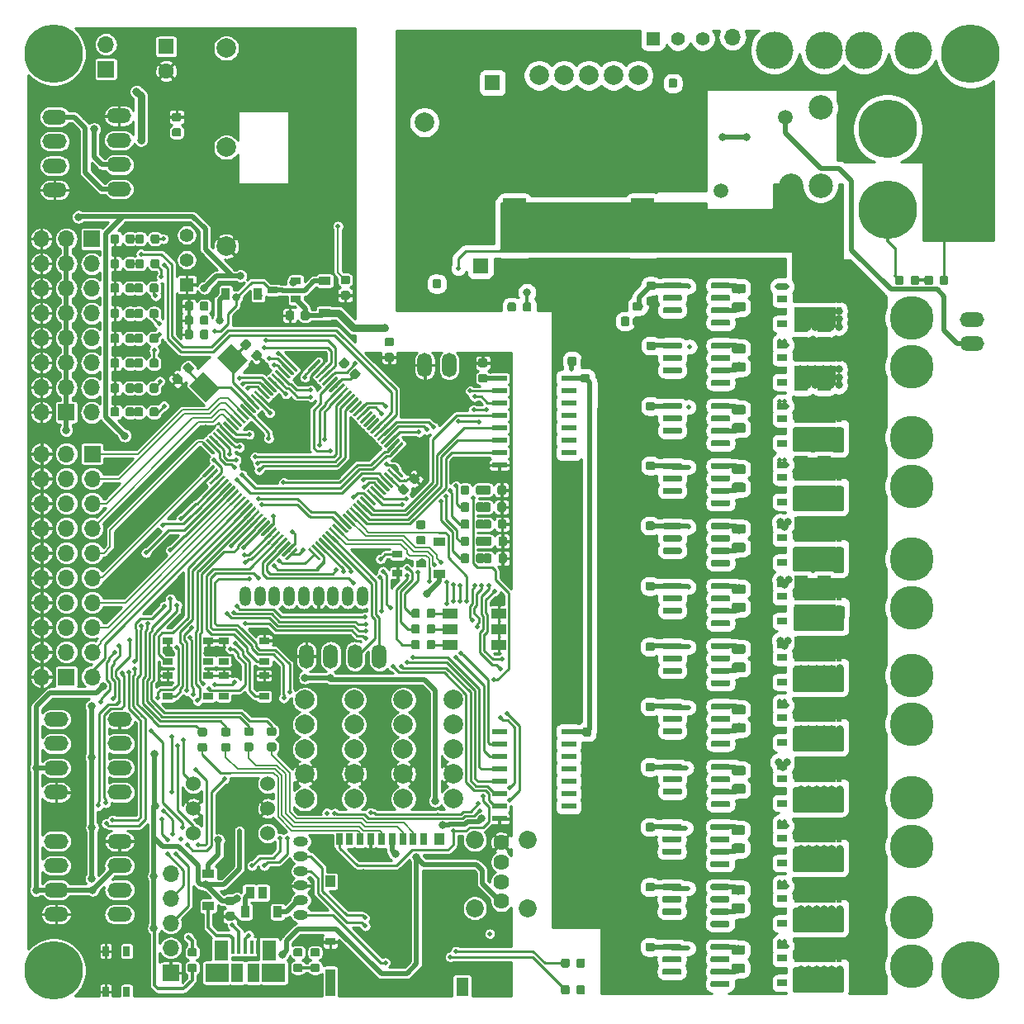
<source format=gbr>
G04 #@! TF.GenerationSoftware,KiCad,Pcbnew,(5.1.4)-1*
G04 #@! TF.CreationDate,2019-12-19T22:16:52+09:00*
G04 #@! TF.ProjectId,Main,4d61696e-2e6b-4696-9361-645f70636258,rev?*
G04 #@! TF.SameCoordinates,Original*
G04 #@! TF.FileFunction,Copper,L1,Top*
G04 #@! TF.FilePolarity,Positive*
%FSLAX46Y46*%
G04 Gerber Fmt 4.6, Leading zero omitted, Abs format (unit mm)*
G04 Created by KiCad (PCBNEW (5.1.4)-1) date 2019-12-19 22:16:52*
%MOMM*%
%LPD*%
G04 APERTURE LIST*
%ADD10R,0.900000X1.200000*%
%ADD11C,1.524000*%
%ADD12R,1.050000X0.650000*%
%ADD13R,0.650000X1.050000*%
%ADD14R,1.600000X1.600000*%
%ADD15C,1.600000*%
%ADD16C,0.100000*%
%ADD17C,0.300000*%
%ADD18C,2.000000*%
%ADD19R,0.700000X1.200000*%
%ADD20R,1.000000X1.200000*%
%ADD21R,1.000000X0.800000*%
%ADD22R,1.000000X2.800000*%
%ADD23R,1.300000X1.900000*%
%ADD24C,1.397000*%
%ADD25R,1.397000X1.397000*%
%ADD26C,4.500000*%
%ADD27O,1.500000X2.500000*%
%ADD28C,6.000000*%
%ADD29O,2.500000X1.500000*%
%ADD30O,1.524000X1.000000*%
%ADD31C,1.620000*%
%ADD32C,1.850000*%
%ADD33C,0.875000*%
%ADD34C,2.500000*%
%ADD35C,1.500000*%
%ADD36R,2.350000X5.650000*%
%ADD37R,1.500000X1.000000*%
%ADD38R,1.200000X0.900000*%
%ADD39R,1.500000X0.600000*%
%ADD40R,1.700000X1.700000*%
%ADD41O,1.700000X1.700000*%
%ADD42R,0.450000X1.380000*%
%ADD43R,1.475000X2.100000*%
%ADD44R,2.375000X1.900000*%
%ADD45R,1.175000X1.900000*%
%ADD46R,1.000000X0.700000*%
%ADD47C,0.600000*%
%ADD48C,3.840000*%
%ADD49R,4.280000X2.080000*%
%ADD50R,1.400000X0.495000*%
%ADD51R,0.560000X0.750000*%
%ADD52R,1.000000X0.750000*%
%ADD53C,0.975000*%
%ADD54R,0.965200X1.270000*%
%ADD55O,1.200000X2.000000*%
%ADD56C,0.800000*%
%ADD57C,0.500000*%
%ADD58C,1.000000*%
%ADD59C,0.250000*%
%ADD60C,0.200000*%
%ADD61C,0.500000*%
%ADD62C,0.300000*%
%ADD63C,0.800000*%
%ADD64C,0.254000*%
G04 APERTURE END LIST*
D10*
X56650000Y-65650000D03*
X59950000Y-65650000D03*
D11*
X53315000Y-115860000D03*
X53315000Y-118400000D03*
X53315000Y-120940000D03*
X60935000Y-120940000D03*
X60935000Y-118400000D03*
X60935000Y-115860000D03*
D12*
X56425000Y-104775000D03*
X60575000Y-104775000D03*
X56425000Y-106925000D03*
X60575000Y-106925000D03*
X54850000Y-106925000D03*
X50700000Y-106925000D03*
X54850000Y-104775000D03*
X50700000Y-104775000D03*
X60600000Y-103325000D03*
X56450000Y-103325000D03*
X60600000Y-101175000D03*
X56450000Y-101175000D03*
X50725000Y-101175000D03*
X54875000Y-101175000D03*
X50725000Y-103325000D03*
X54875000Y-103325000D03*
D13*
X46495000Y-133035000D03*
X46495000Y-137185000D03*
X44345000Y-133035000D03*
X44345000Y-137185000D03*
D14*
X50530000Y-40290000D03*
D15*
X50530000Y-42790000D03*
D16*
G36*
X62913328Y-72339991D02*
G01*
X62920609Y-72341071D01*
X62927748Y-72342859D01*
X62934678Y-72345339D01*
X62941332Y-72348486D01*
X62947645Y-72352270D01*
X62953556Y-72356654D01*
X62959010Y-72361597D01*
X63984314Y-73386901D01*
X63989257Y-73392355D01*
X63993641Y-73398266D01*
X63997425Y-73404579D01*
X64000572Y-73411233D01*
X64003052Y-73418163D01*
X64004840Y-73425302D01*
X64005920Y-73432583D01*
X64006281Y-73439934D01*
X64005920Y-73447285D01*
X64004840Y-73454566D01*
X64003052Y-73461705D01*
X64000572Y-73468635D01*
X63997425Y-73475289D01*
X63993641Y-73481602D01*
X63989257Y-73487513D01*
X63984314Y-73492967D01*
X63878248Y-73599033D01*
X63872794Y-73603976D01*
X63866883Y-73608360D01*
X63860570Y-73612144D01*
X63853916Y-73615291D01*
X63846986Y-73617771D01*
X63839847Y-73619559D01*
X63832566Y-73620639D01*
X63825215Y-73621000D01*
X63817864Y-73620639D01*
X63810583Y-73619559D01*
X63803444Y-73617771D01*
X63796514Y-73615291D01*
X63789860Y-73612144D01*
X63783547Y-73608360D01*
X63777636Y-73603976D01*
X63772182Y-73599033D01*
X62746878Y-72573729D01*
X62741935Y-72568275D01*
X62737551Y-72562364D01*
X62733767Y-72556051D01*
X62730620Y-72549397D01*
X62728140Y-72542467D01*
X62726352Y-72535328D01*
X62725272Y-72528047D01*
X62724911Y-72520696D01*
X62725272Y-72513345D01*
X62726352Y-72506064D01*
X62728140Y-72498925D01*
X62730620Y-72491995D01*
X62733767Y-72485341D01*
X62737551Y-72479028D01*
X62741935Y-72473117D01*
X62746878Y-72467663D01*
X62852944Y-72361597D01*
X62858398Y-72356654D01*
X62864309Y-72352270D01*
X62870622Y-72348486D01*
X62877276Y-72345339D01*
X62884206Y-72342859D01*
X62891345Y-72341071D01*
X62898626Y-72339991D01*
X62905977Y-72339630D01*
X62913328Y-72339991D01*
X62913328Y-72339991D01*
G37*
D17*
X63365596Y-72980315D03*
D16*
G36*
X62559775Y-72693544D02*
G01*
X62567056Y-72694624D01*
X62574195Y-72696412D01*
X62581125Y-72698892D01*
X62587779Y-72702039D01*
X62594092Y-72705823D01*
X62600003Y-72710207D01*
X62605457Y-72715150D01*
X63630761Y-73740454D01*
X63635704Y-73745908D01*
X63640088Y-73751819D01*
X63643872Y-73758132D01*
X63647019Y-73764786D01*
X63649499Y-73771716D01*
X63651287Y-73778855D01*
X63652367Y-73786136D01*
X63652728Y-73793487D01*
X63652367Y-73800838D01*
X63651287Y-73808119D01*
X63649499Y-73815258D01*
X63647019Y-73822188D01*
X63643872Y-73828842D01*
X63640088Y-73835155D01*
X63635704Y-73841066D01*
X63630761Y-73846520D01*
X63524695Y-73952586D01*
X63519241Y-73957529D01*
X63513330Y-73961913D01*
X63507017Y-73965697D01*
X63500363Y-73968844D01*
X63493433Y-73971324D01*
X63486294Y-73973112D01*
X63479013Y-73974192D01*
X63471662Y-73974553D01*
X63464311Y-73974192D01*
X63457030Y-73973112D01*
X63449891Y-73971324D01*
X63442961Y-73968844D01*
X63436307Y-73965697D01*
X63429994Y-73961913D01*
X63424083Y-73957529D01*
X63418629Y-73952586D01*
X62393325Y-72927282D01*
X62388382Y-72921828D01*
X62383998Y-72915917D01*
X62380214Y-72909604D01*
X62377067Y-72902950D01*
X62374587Y-72896020D01*
X62372799Y-72888881D01*
X62371719Y-72881600D01*
X62371358Y-72874249D01*
X62371719Y-72866898D01*
X62372799Y-72859617D01*
X62374587Y-72852478D01*
X62377067Y-72845548D01*
X62380214Y-72838894D01*
X62383998Y-72832581D01*
X62388382Y-72826670D01*
X62393325Y-72821216D01*
X62499391Y-72715150D01*
X62504845Y-72710207D01*
X62510756Y-72705823D01*
X62517069Y-72702039D01*
X62523723Y-72698892D01*
X62530653Y-72696412D01*
X62537792Y-72694624D01*
X62545073Y-72693544D01*
X62552424Y-72693183D01*
X62559775Y-72693544D01*
X62559775Y-72693544D01*
G37*
D17*
X63012043Y-73333868D03*
D16*
G36*
X62206221Y-73047098D02*
G01*
X62213502Y-73048178D01*
X62220641Y-73049966D01*
X62227571Y-73052446D01*
X62234225Y-73055593D01*
X62240538Y-73059377D01*
X62246449Y-73063761D01*
X62251903Y-73068704D01*
X63277207Y-74094008D01*
X63282150Y-74099462D01*
X63286534Y-74105373D01*
X63290318Y-74111686D01*
X63293465Y-74118340D01*
X63295945Y-74125270D01*
X63297733Y-74132409D01*
X63298813Y-74139690D01*
X63299174Y-74147041D01*
X63298813Y-74154392D01*
X63297733Y-74161673D01*
X63295945Y-74168812D01*
X63293465Y-74175742D01*
X63290318Y-74182396D01*
X63286534Y-74188709D01*
X63282150Y-74194620D01*
X63277207Y-74200074D01*
X63171141Y-74306140D01*
X63165687Y-74311083D01*
X63159776Y-74315467D01*
X63153463Y-74319251D01*
X63146809Y-74322398D01*
X63139879Y-74324878D01*
X63132740Y-74326666D01*
X63125459Y-74327746D01*
X63118108Y-74328107D01*
X63110757Y-74327746D01*
X63103476Y-74326666D01*
X63096337Y-74324878D01*
X63089407Y-74322398D01*
X63082753Y-74319251D01*
X63076440Y-74315467D01*
X63070529Y-74311083D01*
X63065075Y-74306140D01*
X62039771Y-73280836D01*
X62034828Y-73275382D01*
X62030444Y-73269471D01*
X62026660Y-73263158D01*
X62023513Y-73256504D01*
X62021033Y-73249574D01*
X62019245Y-73242435D01*
X62018165Y-73235154D01*
X62017804Y-73227803D01*
X62018165Y-73220452D01*
X62019245Y-73213171D01*
X62021033Y-73206032D01*
X62023513Y-73199102D01*
X62026660Y-73192448D01*
X62030444Y-73186135D01*
X62034828Y-73180224D01*
X62039771Y-73174770D01*
X62145837Y-73068704D01*
X62151291Y-73063761D01*
X62157202Y-73059377D01*
X62163515Y-73055593D01*
X62170169Y-73052446D01*
X62177099Y-73049966D01*
X62184238Y-73048178D01*
X62191519Y-73047098D01*
X62198870Y-73046737D01*
X62206221Y-73047098D01*
X62206221Y-73047098D01*
G37*
D17*
X62658489Y-73687422D03*
D16*
G36*
X61852668Y-73400651D02*
G01*
X61859949Y-73401731D01*
X61867088Y-73403519D01*
X61874018Y-73405999D01*
X61880672Y-73409146D01*
X61886985Y-73412930D01*
X61892896Y-73417314D01*
X61898350Y-73422257D01*
X62923654Y-74447561D01*
X62928597Y-74453015D01*
X62932981Y-74458926D01*
X62936765Y-74465239D01*
X62939912Y-74471893D01*
X62942392Y-74478823D01*
X62944180Y-74485962D01*
X62945260Y-74493243D01*
X62945621Y-74500594D01*
X62945260Y-74507945D01*
X62944180Y-74515226D01*
X62942392Y-74522365D01*
X62939912Y-74529295D01*
X62936765Y-74535949D01*
X62932981Y-74542262D01*
X62928597Y-74548173D01*
X62923654Y-74553627D01*
X62817588Y-74659693D01*
X62812134Y-74664636D01*
X62806223Y-74669020D01*
X62799910Y-74672804D01*
X62793256Y-74675951D01*
X62786326Y-74678431D01*
X62779187Y-74680219D01*
X62771906Y-74681299D01*
X62764555Y-74681660D01*
X62757204Y-74681299D01*
X62749923Y-74680219D01*
X62742784Y-74678431D01*
X62735854Y-74675951D01*
X62729200Y-74672804D01*
X62722887Y-74669020D01*
X62716976Y-74664636D01*
X62711522Y-74659693D01*
X61686218Y-73634389D01*
X61681275Y-73628935D01*
X61676891Y-73623024D01*
X61673107Y-73616711D01*
X61669960Y-73610057D01*
X61667480Y-73603127D01*
X61665692Y-73595988D01*
X61664612Y-73588707D01*
X61664251Y-73581356D01*
X61664612Y-73574005D01*
X61665692Y-73566724D01*
X61667480Y-73559585D01*
X61669960Y-73552655D01*
X61673107Y-73546001D01*
X61676891Y-73539688D01*
X61681275Y-73533777D01*
X61686218Y-73528323D01*
X61792284Y-73422257D01*
X61797738Y-73417314D01*
X61803649Y-73412930D01*
X61809962Y-73409146D01*
X61816616Y-73405999D01*
X61823546Y-73403519D01*
X61830685Y-73401731D01*
X61837966Y-73400651D01*
X61845317Y-73400290D01*
X61852668Y-73400651D01*
X61852668Y-73400651D01*
G37*
D17*
X62304936Y-74040975D03*
D16*
G36*
X61499115Y-73754204D02*
G01*
X61506396Y-73755284D01*
X61513535Y-73757072D01*
X61520465Y-73759552D01*
X61527119Y-73762699D01*
X61533432Y-73766483D01*
X61539343Y-73770867D01*
X61544797Y-73775810D01*
X62570101Y-74801114D01*
X62575044Y-74806568D01*
X62579428Y-74812479D01*
X62583212Y-74818792D01*
X62586359Y-74825446D01*
X62588839Y-74832376D01*
X62590627Y-74839515D01*
X62591707Y-74846796D01*
X62592068Y-74854147D01*
X62591707Y-74861498D01*
X62590627Y-74868779D01*
X62588839Y-74875918D01*
X62586359Y-74882848D01*
X62583212Y-74889502D01*
X62579428Y-74895815D01*
X62575044Y-74901726D01*
X62570101Y-74907180D01*
X62464035Y-75013246D01*
X62458581Y-75018189D01*
X62452670Y-75022573D01*
X62446357Y-75026357D01*
X62439703Y-75029504D01*
X62432773Y-75031984D01*
X62425634Y-75033772D01*
X62418353Y-75034852D01*
X62411002Y-75035213D01*
X62403651Y-75034852D01*
X62396370Y-75033772D01*
X62389231Y-75031984D01*
X62382301Y-75029504D01*
X62375647Y-75026357D01*
X62369334Y-75022573D01*
X62363423Y-75018189D01*
X62357969Y-75013246D01*
X61332665Y-73987942D01*
X61327722Y-73982488D01*
X61323338Y-73976577D01*
X61319554Y-73970264D01*
X61316407Y-73963610D01*
X61313927Y-73956680D01*
X61312139Y-73949541D01*
X61311059Y-73942260D01*
X61310698Y-73934909D01*
X61311059Y-73927558D01*
X61312139Y-73920277D01*
X61313927Y-73913138D01*
X61316407Y-73906208D01*
X61319554Y-73899554D01*
X61323338Y-73893241D01*
X61327722Y-73887330D01*
X61332665Y-73881876D01*
X61438731Y-73775810D01*
X61444185Y-73770867D01*
X61450096Y-73766483D01*
X61456409Y-73762699D01*
X61463063Y-73759552D01*
X61469993Y-73757072D01*
X61477132Y-73755284D01*
X61484413Y-73754204D01*
X61491764Y-73753843D01*
X61499115Y-73754204D01*
X61499115Y-73754204D01*
G37*
D17*
X61951383Y-74394528D03*
D16*
G36*
X61145561Y-74107758D02*
G01*
X61152842Y-74108838D01*
X61159981Y-74110626D01*
X61166911Y-74113106D01*
X61173565Y-74116253D01*
X61179878Y-74120037D01*
X61185789Y-74124421D01*
X61191243Y-74129364D01*
X62216547Y-75154668D01*
X62221490Y-75160122D01*
X62225874Y-75166033D01*
X62229658Y-75172346D01*
X62232805Y-75179000D01*
X62235285Y-75185930D01*
X62237073Y-75193069D01*
X62238153Y-75200350D01*
X62238514Y-75207701D01*
X62238153Y-75215052D01*
X62237073Y-75222333D01*
X62235285Y-75229472D01*
X62232805Y-75236402D01*
X62229658Y-75243056D01*
X62225874Y-75249369D01*
X62221490Y-75255280D01*
X62216547Y-75260734D01*
X62110481Y-75366800D01*
X62105027Y-75371743D01*
X62099116Y-75376127D01*
X62092803Y-75379911D01*
X62086149Y-75383058D01*
X62079219Y-75385538D01*
X62072080Y-75387326D01*
X62064799Y-75388406D01*
X62057448Y-75388767D01*
X62050097Y-75388406D01*
X62042816Y-75387326D01*
X62035677Y-75385538D01*
X62028747Y-75383058D01*
X62022093Y-75379911D01*
X62015780Y-75376127D01*
X62009869Y-75371743D01*
X62004415Y-75366800D01*
X60979111Y-74341496D01*
X60974168Y-74336042D01*
X60969784Y-74330131D01*
X60966000Y-74323818D01*
X60962853Y-74317164D01*
X60960373Y-74310234D01*
X60958585Y-74303095D01*
X60957505Y-74295814D01*
X60957144Y-74288463D01*
X60957505Y-74281112D01*
X60958585Y-74273831D01*
X60960373Y-74266692D01*
X60962853Y-74259762D01*
X60966000Y-74253108D01*
X60969784Y-74246795D01*
X60974168Y-74240884D01*
X60979111Y-74235430D01*
X61085177Y-74129364D01*
X61090631Y-74124421D01*
X61096542Y-74120037D01*
X61102855Y-74116253D01*
X61109509Y-74113106D01*
X61116439Y-74110626D01*
X61123578Y-74108838D01*
X61130859Y-74107758D01*
X61138210Y-74107397D01*
X61145561Y-74107758D01*
X61145561Y-74107758D01*
G37*
D17*
X61597829Y-74748082D03*
D16*
G36*
X60792008Y-74461311D02*
G01*
X60799289Y-74462391D01*
X60806428Y-74464179D01*
X60813358Y-74466659D01*
X60820012Y-74469806D01*
X60826325Y-74473590D01*
X60832236Y-74477974D01*
X60837690Y-74482917D01*
X61862994Y-75508221D01*
X61867937Y-75513675D01*
X61872321Y-75519586D01*
X61876105Y-75525899D01*
X61879252Y-75532553D01*
X61881732Y-75539483D01*
X61883520Y-75546622D01*
X61884600Y-75553903D01*
X61884961Y-75561254D01*
X61884600Y-75568605D01*
X61883520Y-75575886D01*
X61881732Y-75583025D01*
X61879252Y-75589955D01*
X61876105Y-75596609D01*
X61872321Y-75602922D01*
X61867937Y-75608833D01*
X61862994Y-75614287D01*
X61756928Y-75720353D01*
X61751474Y-75725296D01*
X61745563Y-75729680D01*
X61739250Y-75733464D01*
X61732596Y-75736611D01*
X61725666Y-75739091D01*
X61718527Y-75740879D01*
X61711246Y-75741959D01*
X61703895Y-75742320D01*
X61696544Y-75741959D01*
X61689263Y-75740879D01*
X61682124Y-75739091D01*
X61675194Y-75736611D01*
X61668540Y-75733464D01*
X61662227Y-75729680D01*
X61656316Y-75725296D01*
X61650862Y-75720353D01*
X60625558Y-74695049D01*
X60620615Y-74689595D01*
X60616231Y-74683684D01*
X60612447Y-74677371D01*
X60609300Y-74670717D01*
X60606820Y-74663787D01*
X60605032Y-74656648D01*
X60603952Y-74649367D01*
X60603591Y-74642016D01*
X60603952Y-74634665D01*
X60605032Y-74627384D01*
X60606820Y-74620245D01*
X60609300Y-74613315D01*
X60612447Y-74606661D01*
X60616231Y-74600348D01*
X60620615Y-74594437D01*
X60625558Y-74588983D01*
X60731624Y-74482917D01*
X60737078Y-74477974D01*
X60742989Y-74473590D01*
X60749302Y-74469806D01*
X60755956Y-74466659D01*
X60762886Y-74464179D01*
X60770025Y-74462391D01*
X60777306Y-74461311D01*
X60784657Y-74460950D01*
X60792008Y-74461311D01*
X60792008Y-74461311D01*
G37*
D17*
X61244276Y-75101635D03*
D16*
G36*
X60438454Y-74814865D02*
G01*
X60445735Y-74815945D01*
X60452874Y-74817733D01*
X60459804Y-74820213D01*
X60466458Y-74823360D01*
X60472771Y-74827144D01*
X60478682Y-74831528D01*
X60484136Y-74836471D01*
X61509440Y-75861775D01*
X61514383Y-75867229D01*
X61518767Y-75873140D01*
X61522551Y-75879453D01*
X61525698Y-75886107D01*
X61528178Y-75893037D01*
X61529966Y-75900176D01*
X61531046Y-75907457D01*
X61531407Y-75914808D01*
X61531046Y-75922159D01*
X61529966Y-75929440D01*
X61528178Y-75936579D01*
X61525698Y-75943509D01*
X61522551Y-75950163D01*
X61518767Y-75956476D01*
X61514383Y-75962387D01*
X61509440Y-75967841D01*
X61403374Y-76073907D01*
X61397920Y-76078850D01*
X61392009Y-76083234D01*
X61385696Y-76087018D01*
X61379042Y-76090165D01*
X61372112Y-76092645D01*
X61364973Y-76094433D01*
X61357692Y-76095513D01*
X61350341Y-76095874D01*
X61342990Y-76095513D01*
X61335709Y-76094433D01*
X61328570Y-76092645D01*
X61321640Y-76090165D01*
X61314986Y-76087018D01*
X61308673Y-76083234D01*
X61302762Y-76078850D01*
X61297308Y-76073907D01*
X60272004Y-75048603D01*
X60267061Y-75043149D01*
X60262677Y-75037238D01*
X60258893Y-75030925D01*
X60255746Y-75024271D01*
X60253266Y-75017341D01*
X60251478Y-75010202D01*
X60250398Y-75002921D01*
X60250037Y-74995570D01*
X60250398Y-74988219D01*
X60251478Y-74980938D01*
X60253266Y-74973799D01*
X60255746Y-74966869D01*
X60258893Y-74960215D01*
X60262677Y-74953902D01*
X60267061Y-74947991D01*
X60272004Y-74942537D01*
X60378070Y-74836471D01*
X60383524Y-74831528D01*
X60389435Y-74827144D01*
X60395748Y-74823360D01*
X60402402Y-74820213D01*
X60409332Y-74817733D01*
X60416471Y-74815945D01*
X60423752Y-74814865D01*
X60431103Y-74814504D01*
X60438454Y-74814865D01*
X60438454Y-74814865D01*
G37*
D17*
X60890722Y-75455189D03*
D16*
G36*
X60084901Y-75168418D02*
G01*
X60092182Y-75169498D01*
X60099321Y-75171286D01*
X60106251Y-75173766D01*
X60112905Y-75176913D01*
X60119218Y-75180697D01*
X60125129Y-75185081D01*
X60130583Y-75190024D01*
X61155887Y-76215328D01*
X61160830Y-76220782D01*
X61165214Y-76226693D01*
X61168998Y-76233006D01*
X61172145Y-76239660D01*
X61174625Y-76246590D01*
X61176413Y-76253729D01*
X61177493Y-76261010D01*
X61177854Y-76268361D01*
X61177493Y-76275712D01*
X61176413Y-76282993D01*
X61174625Y-76290132D01*
X61172145Y-76297062D01*
X61168998Y-76303716D01*
X61165214Y-76310029D01*
X61160830Y-76315940D01*
X61155887Y-76321394D01*
X61049821Y-76427460D01*
X61044367Y-76432403D01*
X61038456Y-76436787D01*
X61032143Y-76440571D01*
X61025489Y-76443718D01*
X61018559Y-76446198D01*
X61011420Y-76447986D01*
X61004139Y-76449066D01*
X60996788Y-76449427D01*
X60989437Y-76449066D01*
X60982156Y-76447986D01*
X60975017Y-76446198D01*
X60968087Y-76443718D01*
X60961433Y-76440571D01*
X60955120Y-76436787D01*
X60949209Y-76432403D01*
X60943755Y-76427460D01*
X59918451Y-75402156D01*
X59913508Y-75396702D01*
X59909124Y-75390791D01*
X59905340Y-75384478D01*
X59902193Y-75377824D01*
X59899713Y-75370894D01*
X59897925Y-75363755D01*
X59896845Y-75356474D01*
X59896484Y-75349123D01*
X59896845Y-75341772D01*
X59897925Y-75334491D01*
X59899713Y-75327352D01*
X59902193Y-75320422D01*
X59905340Y-75313768D01*
X59909124Y-75307455D01*
X59913508Y-75301544D01*
X59918451Y-75296090D01*
X60024517Y-75190024D01*
X60029971Y-75185081D01*
X60035882Y-75180697D01*
X60042195Y-75176913D01*
X60048849Y-75173766D01*
X60055779Y-75171286D01*
X60062918Y-75169498D01*
X60070199Y-75168418D01*
X60077550Y-75168057D01*
X60084901Y-75168418D01*
X60084901Y-75168418D01*
G37*
D17*
X60537169Y-75808742D03*
D16*
G36*
X59731348Y-75521971D02*
G01*
X59738629Y-75523051D01*
X59745768Y-75524839D01*
X59752698Y-75527319D01*
X59759352Y-75530466D01*
X59765665Y-75534250D01*
X59771576Y-75538634D01*
X59777030Y-75543577D01*
X60802334Y-76568881D01*
X60807277Y-76574335D01*
X60811661Y-76580246D01*
X60815445Y-76586559D01*
X60818592Y-76593213D01*
X60821072Y-76600143D01*
X60822860Y-76607282D01*
X60823940Y-76614563D01*
X60824301Y-76621914D01*
X60823940Y-76629265D01*
X60822860Y-76636546D01*
X60821072Y-76643685D01*
X60818592Y-76650615D01*
X60815445Y-76657269D01*
X60811661Y-76663582D01*
X60807277Y-76669493D01*
X60802334Y-76674947D01*
X60696268Y-76781013D01*
X60690814Y-76785956D01*
X60684903Y-76790340D01*
X60678590Y-76794124D01*
X60671936Y-76797271D01*
X60665006Y-76799751D01*
X60657867Y-76801539D01*
X60650586Y-76802619D01*
X60643235Y-76802980D01*
X60635884Y-76802619D01*
X60628603Y-76801539D01*
X60621464Y-76799751D01*
X60614534Y-76797271D01*
X60607880Y-76794124D01*
X60601567Y-76790340D01*
X60595656Y-76785956D01*
X60590202Y-76781013D01*
X59564898Y-75755709D01*
X59559955Y-75750255D01*
X59555571Y-75744344D01*
X59551787Y-75738031D01*
X59548640Y-75731377D01*
X59546160Y-75724447D01*
X59544372Y-75717308D01*
X59543292Y-75710027D01*
X59542931Y-75702676D01*
X59543292Y-75695325D01*
X59544372Y-75688044D01*
X59546160Y-75680905D01*
X59548640Y-75673975D01*
X59551787Y-75667321D01*
X59555571Y-75661008D01*
X59559955Y-75655097D01*
X59564898Y-75649643D01*
X59670964Y-75543577D01*
X59676418Y-75538634D01*
X59682329Y-75534250D01*
X59688642Y-75530466D01*
X59695296Y-75527319D01*
X59702226Y-75524839D01*
X59709365Y-75523051D01*
X59716646Y-75521971D01*
X59723997Y-75521610D01*
X59731348Y-75521971D01*
X59731348Y-75521971D01*
G37*
D17*
X60183616Y-76162295D03*
D16*
G36*
X59377794Y-75875525D02*
G01*
X59385075Y-75876605D01*
X59392214Y-75878393D01*
X59399144Y-75880873D01*
X59405798Y-75884020D01*
X59412111Y-75887804D01*
X59418022Y-75892188D01*
X59423476Y-75897131D01*
X60448780Y-76922435D01*
X60453723Y-76927889D01*
X60458107Y-76933800D01*
X60461891Y-76940113D01*
X60465038Y-76946767D01*
X60467518Y-76953697D01*
X60469306Y-76960836D01*
X60470386Y-76968117D01*
X60470747Y-76975468D01*
X60470386Y-76982819D01*
X60469306Y-76990100D01*
X60467518Y-76997239D01*
X60465038Y-77004169D01*
X60461891Y-77010823D01*
X60458107Y-77017136D01*
X60453723Y-77023047D01*
X60448780Y-77028501D01*
X60342714Y-77134567D01*
X60337260Y-77139510D01*
X60331349Y-77143894D01*
X60325036Y-77147678D01*
X60318382Y-77150825D01*
X60311452Y-77153305D01*
X60304313Y-77155093D01*
X60297032Y-77156173D01*
X60289681Y-77156534D01*
X60282330Y-77156173D01*
X60275049Y-77155093D01*
X60267910Y-77153305D01*
X60260980Y-77150825D01*
X60254326Y-77147678D01*
X60248013Y-77143894D01*
X60242102Y-77139510D01*
X60236648Y-77134567D01*
X59211344Y-76109263D01*
X59206401Y-76103809D01*
X59202017Y-76097898D01*
X59198233Y-76091585D01*
X59195086Y-76084931D01*
X59192606Y-76078001D01*
X59190818Y-76070862D01*
X59189738Y-76063581D01*
X59189377Y-76056230D01*
X59189738Y-76048879D01*
X59190818Y-76041598D01*
X59192606Y-76034459D01*
X59195086Y-76027529D01*
X59198233Y-76020875D01*
X59202017Y-76014562D01*
X59206401Y-76008651D01*
X59211344Y-76003197D01*
X59317410Y-75897131D01*
X59322864Y-75892188D01*
X59328775Y-75887804D01*
X59335088Y-75884020D01*
X59341742Y-75880873D01*
X59348672Y-75878393D01*
X59355811Y-75876605D01*
X59363092Y-75875525D01*
X59370443Y-75875164D01*
X59377794Y-75875525D01*
X59377794Y-75875525D01*
G37*
D17*
X59830062Y-76515849D03*
D16*
G36*
X59024241Y-76229078D02*
G01*
X59031522Y-76230158D01*
X59038661Y-76231946D01*
X59045591Y-76234426D01*
X59052245Y-76237573D01*
X59058558Y-76241357D01*
X59064469Y-76245741D01*
X59069923Y-76250684D01*
X60095227Y-77275988D01*
X60100170Y-77281442D01*
X60104554Y-77287353D01*
X60108338Y-77293666D01*
X60111485Y-77300320D01*
X60113965Y-77307250D01*
X60115753Y-77314389D01*
X60116833Y-77321670D01*
X60117194Y-77329021D01*
X60116833Y-77336372D01*
X60115753Y-77343653D01*
X60113965Y-77350792D01*
X60111485Y-77357722D01*
X60108338Y-77364376D01*
X60104554Y-77370689D01*
X60100170Y-77376600D01*
X60095227Y-77382054D01*
X59989161Y-77488120D01*
X59983707Y-77493063D01*
X59977796Y-77497447D01*
X59971483Y-77501231D01*
X59964829Y-77504378D01*
X59957899Y-77506858D01*
X59950760Y-77508646D01*
X59943479Y-77509726D01*
X59936128Y-77510087D01*
X59928777Y-77509726D01*
X59921496Y-77508646D01*
X59914357Y-77506858D01*
X59907427Y-77504378D01*
X59900773Y-77501231D01*
X59894460Y-77497447D01*
X59888549Y-77493063D01*
X59883095Y-77488120D01*
X58857791Y-76462816D01*
X58852848Y-76457362D01*
X58848464Y-76451451D01*
X58844680Y-76445138D01*
X58841533Y-76438484D01*
X58839053Y-76431554D01*
X58837265Y-76424415D01*
X58836185Y-76417134D01*
X58835824Y-76409783D01*
X58836185Y-76402432D01*
X58837265Y-76395151D01*
X58839053Y-76388012D01*
X58841533Y-76381082D01*
X58844680Y-76374428D01*
X58848464Y-76368115D01*
X58852848Y-76362204D01*
X58857791Y-76356750D01*
X58963857Y-76250684D01*
X58969311Y-76245741D01*
X58975222Y-76241357D01*
X58981535Y-76237573D01*
X58988189Y-76234426D01*
X58995119Y-76231946D01*
X59002258Y-76230158D01*
X59009539Y-76229078D01*
X59016890Y-76228717D01*
X59024241Y-76229078D01*
X59024241Y-76229078D01*
G37*
D17*
X59476509Y-76869402D03*
D16*
G36*
X58670687Y-76582631D02*
G01*
X58677968Y-76583711D01*
X58685107Y-76585499D01*
X58692037Y-76587979D01*
X58698691Y-76591126D01*
X58705004Y-76594910D01*
X58710915Y-76599294D01*
X58716369Y-76604237D01*
X59741673Y-77629541D01*
X59746616Y-77634995D01*
X59751000Y-77640906D01*
X59754784Y-77647219D01*
X59757931Y-77653873D01*
X59760411Y-77660803D01*
X59762199Y-77667942D01*
X59763279Y-77675223D01*
X59763640Y-77682574D01*
X59763279Y-77689925D01*
X59762199Y-77697206D01*
X59760411Y-77704345D01*
X59757931Y-77711275D01*
X59754784Y-77717929D01*
X59751000Y-77724242D01*
X59746616Y-77730153D01*
X59741673Y-77735607D01*
X59635607Y-77841673D01*
X59630153Y-77846616D01*
X59624242Y-77851000D01*
X59617929Y-77854784D01*
X59611275Y-77857931D01*
X59604345Y-77860411D01*
X59597206Y-77862199D01*
X59589925Y-77863279D01*
X59582574Y-77863640D01*
X59575223Y-77863279D01*
X59567942Y-77862199D01*
X59560803Y-77860411D01*
X59553873Y-77857931D01*
X59547219Y-77854784D01*
X59540906Y-77851000D01*
X59534995Y-77846616D01*
X59529541Y-77841673D01*
X58504237Y-76816369D01*
X58499294Y-76810915D01*
X58494910Y-76805004D01*
X58491126Y-76798691D01*
X58487979Y-76792037D01*
X58485499Y-76785107D01*
X58483711Y-76777968D01*
X58482631Y-76770687D01*
X58482270Y-76763336D01*
X58482631Y-76755985D01*
X58483711Y-76748704D01*
X58485499Y-76741565D01*
X58487979Y-76734635D01*
X58491126Y-76727981D01*
X58494910Y-76721668D01*
X58499294Y-76715757D01*
X58504237Y-76710303D01*
X58610303Y-76604237D01*
X58615757Y-76599294D01*
X58621668Y-76594910D01*
X58627981Y-76591126D01*
X58634635Y-76587979D01*
X58641565Y-76585499D01*
X58648704Y-76583711D01*
X58655985Y-76582631D01*
X58663336Y-76582270D01*
X58670687Y-76582631D01*
X58670687Y-76582631D01*
G37*
D17*
X59122955Y-77222955D03*
D16*
G36*
X58317134Y-76936185D02*
G01*
X58324415Y-76937265D01*
X58331554Y-76939053D01*
X58338484Y-76941533D01*
X58345138Y-76944680D01*
X58351451Y-76948464D01*
X58357362Y-76952848D01*
X58362816Y-76957791D01*
X59388120Y-77983095D01*
X59393063Y-77988549D01*
X59397447Y-77994460D01*
X59401231Y-78000773D01*
X59404378Y-78007427D01*
X59406858Y-78014357D01*
X59408646Y-78021496D01*
X59409726Y-78028777D01*
X59410087Y-78036128D01*
X59409726Y-78043479D01*
X59408646Y-78050760D01*
X59406858Y-78057899D01*
X59404378Y-78064829D01*
X59401231Y-78071483D01*
X59397447Y-78077796D01*
X59393063Y-78083707D01*
X59388120Y-78089161D01*
X59282054Y-78195227D01*
X59276600Y-78200170D01*
X59270689Y-78204554D01*
X59264376Y-78208338D01*
X59257722Y-78211485D01*
X59250792Y-78213965D01*
X59243653Y-78215753D01*
X59236372Y-78216833D01*
X59229021Y-78217194D01*
X59221670Y-78216833D01*
X59214389Y-78215753D01*
X59207250Y-78213965D01*
X59200320Y-78211485D01*
X59193666Y-78208338D01*
X59187353Y-78204554D01*
X59181442Y-78200170D01*
X59175988Y-78195227D01*
X58150684Y-77169923D01*
X58145741Y-77164469D01*
X58141357Y-77158558D01*
X58137573Y-77152245D01*
X58134426Y-77145591D01*
X58131946Y-77138661D01*
X58130158Y-77131522D01*
X58129078Y-77124241D01*
X58128717Y-77116890D01*
X58129078Y-77109539D01*
X58130158Y-77102258D01*
X58131946Y-77095119D01*
X58134426Y-77088189D01*
X58137573Y-77081535D01*
X58141357Y-77075222D01*
X58145741Y-77069311D01*
X58150684Y-77063857D01*
X58256750Y-76957791D01*
X58262204Y-76952848D01*
X58268115Y-76948464D01*
X58274428Y-76944680D01*
X58281082Y-76941533D01*
X58288012Y-76939053D01*
X58295151Y-76937265D01*
X58302432Y-76936185D01*
X58309783Y-76935824D01*
X58317134Y-76936185D01*
X58317134Y-76936185D01*
G37*
D17*
X58769402Y-77576509D03*
D16*
G36*
X57963581Y-77289738D02*
G01*
X57970862Y-77290818D01*
X57978001Y-77292606D01*
X57984931Y-77295086D01*
X57991585Y-77298233D01*
X57997898Y-77302017D01*
X58003809Y-77306401D01*
X58009263Y-77311344D01*
X59034567Y-78336648D01*
X59039510Y-78342102D01*
X59043894Y-78348013D01*
X59047678Y-78354326D01*
X59050825Y-78360980D01*
X59053305Y-78367910D01*
X59055093Y-78375049D01*
X59056173Y-78382330D01*
X59056534Y-78389681D01*
X59056173Y-78397032D01*
X59055093Y-78404313D01*
X59053305Y-78411452D01*
X59050825Y-78418382D01*
X59047678Y-78425036D01*
X59043894Y-78431349D01*
X59039510Y-78437260D01*
X59034567Y-78442714D01*
X58928501Y-78548780D01*
X58923047Y-78553723D01*
X58917136Y-78558107D01*
X58910823Y-78561891D01*
X58904169Y-78565038D01*
X58897239Y-78567518D01*
X58890100Y-78569306D01*
X58882819Y-78570386D01*
X58875468Y-78570747D01*
X58868117Y-78570386D01*
X58860836Y-78569306D01*
X58853697Y-78567518D01*
X58846767Y-78565038D01*
X58840113Y-78561891D01*
X58833800Y-78558107D01*
X58827889Y-78553723D01*
X58822435Y-78548780D01*
X57797131Y-77523476D01*
X57792188Y-77518022D01*
X57787804Y-77512111D01*
X57784020Y-77505798D01*
X57780873Y-77499144D01*
X57778393Y-77492214D01*
X57776605Y-77485075D01*
X57775525Y-77477794D01*
X57775164Y-77470443D01*
X57775525Y-77463092D01*
X57776605Y-77455811D01*
X57778393Y-77448672D01*
X57780873Y-77441742D01*
X57784020Y-77435088D01*
X57787804Y-77428775D01*
X57792188Y-77422864D01*
X57797131Y-77417410D01*
X57903197Y-77311344D01*
X57908651Y-77306401D01*
X57914562Y-77302017D01*
X57920875Y-77298233D01*
X57927529Y-77295086D01*
X57934459Y-77292606D01*
X57941598Y-77290818D01*
X57948879Y-77289738D01*
X57956230Y-77289377D01*
X57963581Y-77289738D01*
X57963581Y-77289738D01*
G37*
D17*
X58415849Y-77930062D03*
D16*
G36*
X57610027Y-77643292D02*
G01*
X57617308Y-77644372D01*
X57624447Y-77646160D01*
X57631377Y-77648640D01*
X57638031Y-77651787D01*
X57644344Y-77655571D01*
X57650255Y-77659955D01*
X57655709Y-77664898D01*
X58681013Y-78690202D01*
X58685956Y-78695656D01*
X58690340Y-78701567D01*
X58694124Y-78707880D01*
X58697271Y-78714534D01*
X58699751Y-78721464D01*
X58701539Y-78728603D01*
X58702619Y-78735884D01*
X58702980Y-78743235D01*
X58702619Y-78750586D01*
X58701539Y-78757867D01*
X58699751Y-78765006D01*
X58697271Y-78771936D01*
X58694124Y-78778590D01*
X58690340Y-78784903D01*
X58685956Y-78790814D01*
X58681013Y-78796268D01*
X58574947Y-78902334D01*
X58569493Y-78907277D01*
X58563582Y-78911661D01*
X58557269Y-78915445D01*
X58550615Y-78918592D01*
X58543685Y-78921072D01*
X58536546Y-78922860D01*
X58529265Y-78923940D01*
X58521914Y-78924301D01*
X58514563Y-78923940D01*
X58507282Y-78922860D01*
X58500143Y-78921072D01*
X58493213Y-78918592D01*
X58486559Y-78915445D01*
X58480246Y-78911661D01*
X58474335Y-78907277D01*
X58468881Y-78902334D01*
X57443577Y-77877030D01*
X57438634Y-77871576D01*
X57434250Y-77865665D01*
X57430466Y-77859352D01*
X57427319Y-77852698D01*
X57424839Y-77845768D01*
X57423051Y-77838629D01*
X57421971Y-77831348D01*
X57421610Y-77823997D01*
X57421971Y-77816646D01*
X57423051Y-77809365D01*
X57424839Y-77802226D01*
X57427319Y-77795296D01*
X57430466Y-77788642D01*
X57434250Y-77782329D01*
X57438634Y-77776418D01*
X57443577Y-77770964D01*
X57549643Y-77664898D01*
X57555097Y-77659955D01*
X57561008Y-77655571D01*
X57567321Y-77651787D01*
X57573975Y-77648640D01*
X57580905Y-77646160D01*
X57588044Y-77644372D01*
X57595325Y-77643292D01*
X57602676Y-77642931D01*
X57610027Y-77643292D01*
X57610027Y-77643292D01*
G37*
D17*
X58062295Y-78283616D03*
D16*
G36*
X57256474Y-77996845D02*
G01*
X57263755Y-77997925D01*
X57270894Y-77999713D01*
X57277824Y-78002193D01*
X57284478Y-78005340D01*
X57290791Y-78009124D01*
X57296702Y-78013508D01*
X57302156Y-78018451D01*
X58327460Y-79043755D01*
X58332403Y-79049209D01*
X58336787Y-79055120D01*
X58340571Y-79061433D01*
X58343718Y-79068087D01*
X58346198Y-79075017D01*
X58347986Y-79082156D01*
X58349066Y-79089437D01*
X58349427Y-79096788D01*
X58349066Y-79104139D01*
X58347986Y-79111420D01*
X58346198Y-79118559D01*
X58343718Y-79125489D01*
X58340571Y-79132143D01*
X58336787Y-79138456D01*
X58332403Y-79144367D01*
X58327460Y-79149821D01*
X58221394Y-79255887D01*
X58215940Y-79260830D01*
X58210029Y-79265214D01*
X58203716Y-79268998D01*
X58197062Y-79272145D01*
X58190132Y-79274625D01*
X58182993Y-79276413D01*
X58175712Y-79277493D01*
X58168361Y-79277854D01*
X58161010Y-79277493D01*
X58153729Y-79276413D01*
X58146590Y-79274625D01*
X58139660Y-79272145D01*
X58133006Y-79268998D01*
X58126693Y-79265214D01*
X58120782Y-79260830D01*
X58115328Y-79255887D01*
X57090024Y-78230583D01*
X57085081Y-78225129D01*
X57080697Y-78219218D01*
X57076913Y-78212905D01*
X57073766Y-78206251D01*
X57071286Y-78199321D01*
X57069498Y-78192182D01*
X57068418Y-78184901D01*
X57068057Y-78177550D01*
X57068418Y-78170199D01*
X57069498Y-78162918D01*
X57071286Y-78155779D01*
X57073766Y-78148849D01*
X57076913Y-78142195D01*
X57080697Y-78135882D01*
X57085081Y-78129971D01*
X57090024Y-78124517D01*
X57196090Y-78018451D01*
X57201544Y-78013508D01*
X57207455Y-78009124D01*
X57213768Y-78005340D01*
X57220422Y-78002193D01*
X57227352Y-77999713D01*
X57234491Y-77997925D01*
X57241772Y-77996845D01*
X57249123Y-77996484D01*
X57256474Y-77996845D01*
X57256474Y-77996845D01*
G37*
D17*
X57708742Y-78637169D03*
D16*
G36*
X56902921Y-78350398D02*
G01*
X56910202Y-78351478D01*
X56917341Y-78353266D01*
X56924271Y-78355746D01*
X56930925Y-78358893D01*
X56937238Y-78362677D01*
X56943149Y-78367061D01*
X56948603Y-78372004D01*
X57973907Y-79397308D01*
X57978850Y-79402762D01*
X57983234Y-79408673D01*
X57987018Y-79414986D01*
X57990165Y-79421640D01*
X57992645Y-79428570D01*
X57994433Y-79435709D01*
X57995513Y-79442990D01*
X57995874Y-79450341D01*
X57995513Y-79457692D01*
X57994433Y-79464973D01*
X57992645Y-79472112D01*
X57990165Y-79479042D01*
X57987018Y-79485696D01*
X57983234Y-79492009D01*
X57978850Y-79497920D01*
X57973907Y-79503374D01*
X57867841Y-79609440D01*
X57862387Y-79614383D01*
X57856476Y-79618767D01*
X57850163Y-79622551D01*
X57843509Y-79625698D01*
X57836579Y-79628178D01*
X57829440Y-79629966D01*
X57822159Y-79631046D01*
X57814808Y-79631407D01*
X57807457Y-79631046D01*
X57800176Y-79629966D01*
X57793037Y-79628178D01*
X57786107Y-79625698D01*
X57779453Y-79622551D01*
X57773140Y-79618767D01*
X57767229Y-79614383D01*
X57761775Y-79609440D01*
X56736471Y-78584136D01*
X56731528Y-78578682D01*
X56727144Y-78572771D01*
X56723360Y-78566458D01*
X56720213Y-78559804D01*
X56717733Y-78552874D01*
X56715945Y-78545735D01*
X56714865Y-78538454D01*
X56714504Y-78531103D01*
X56714865Y-78523752D01*
X56715945Y-78516471D01*
X56717733Y-78509332D01*
X56720213Y-78502402D01*
X56723360Y-78495748D01*
X56727144Y-78489435D01*
X56731528Y-78483524D01*
X56736471Y-78478070D01*
X56842537Y-78372004D01*
X56847991Y-78367061D01*
X56853902Y-78362677D01*
X56860215Y-78358893D01*
X56866869Y-78355746D01*
X56873799Y-78353266D01*
X56880938Y-78351478D01*
X56888219Y-78350398D01*
X56895570Y-78350037D01*
X56902921Y-78350398D01*
X56902921Y-78350398D01*
G37*
D17*
X57355189Y-78990722D03*
D16*
G36*
X56549367Y-78703952D02*
G01*
X56556648Y-78705032D01*
X56563787Y-78706820D01*
X56570717Y-78709300D01*
X56577371Y-78712447D01*
X56583684Y-78716231D01*
X56589595Y-78720615D01*
X56595049Y-78725558D01*
X57620353Y-79750862D01*
X57625296Y-79756316D01*
X57629680Y-79762227D01*
X57633464Y-79768540D01*
X57636611Y-79775194D01*
X57639091Y-79782124D01*
X57640879Y-79789263D01*
X57641959Y-79796544D01*
X57642320Y-79803895D01*
X57641959Y-79811246D01*
X57640879Y-79818527D01*
X57639091Y-79825666D01*
X57636611Y-79832596D01*
X57633464Y-79839250D01*
X57629680Y-79845563D01*
X57625296Y-79851474D01*
X57620353Y-79856928D01*
X57514287Y-79962994D01*
X57508833Y-79967937D01*
X57502922Y-79972321D01*
X57496609Y-79976105D01*
X57489955Y-79979252D01*
X57483025Y-79981732D01*
X57475886Y-79983520D01*
X57468605Y-79984600D01*
X57461254Y-79984961D01*
X57453903Y-79984600D01*
X57446622Y-79983520D01*
X57439483Y-79981732D01*
X57432553Y-79979252D01*
X57425899Y-79976105D01*
X57419586Y-79972321D01*
X57413675Y-79967937D01*
X57408221Y-79962994D01*
X56382917Y-78937690D01*
X56377974Y-78932236D01*
X56373590Y-78926325D01*
X56369806Y-78920012D01*
X56366659Y-78913358D01*
X56364179Y-78906428D01*
X56362391Y-78899289D01*
X56361311Y-78892008D01*
X56360950Y-78884657D01*
X56361311Y-78877306D01*
X56362391Y-78870025D01*
X56364179Y-78862886D01*
X56366659Y-78855956D01*
X56369806Y-78849302D01*
X56373590Y-78842989D01*
X56377974Y-78837078D01*
X56382917Y-78831624D01*
X56488983Y-78725558D01*
X56494437Y-78720615D01*
X56500348Y-78716231D01*
X56506661Y-78712447D01*
X56513315Y-78709300D01*
X56520245Y-78706820D01*
X56527384Y-78705032D01*
X56534665Y-78703952D01*
X56542016Y-78703591D01*
X56549367Y-78703952D01*
X56549367Y-78703952D01*
G37*
D17*
X57001635Y-79344276D03*
D16*
G36*
X56195814Y-79057505D02*
G01*
X56203095Y-79058585D01*
X56210234Y-79060373D01*
X56217164Y-79062853D01*
X56223818Y-79066000D01*
X56230131Y-79069784D01*
X56236042Y-79074168D01*
X56241496Y-79079111D01*
X57266800Y-80104415D01*
X57271743Y-80109869D01*
X57276127Y-80115780D01*
X57279911Y-80122093D01*
X57283058Y-80128747D01*
X57285538Y-80135677D01*
X57287326Y-80142816D01*
X57288406Y-80150097D01*
X57288767Y-80157448D01*
X57288406Y-80164799D01*
X57287326Y-80172080D01*
X57285538Y-80179219D01*
X57283058Y-80186149D01*
X57279911Y-80192803D01*
X57276127Y-80199116D01*
X57271743Y-80205027D01*
X57266800Y-80210481D01*
X57160734Y-80316547D01*
X57155280Y-80321490D01*
X57149369Y-80325874D01*
X57143056Y-80329658D01*
X57136402Y-80332805D01*
X57129472Y-80335285D01*
X57122333Y-80337073D01*
X57115052Y-80338153D01*
X57107701Y-80338514D01*
X57100350Y-80338153D01*
X57093069Y-80337073D01*
X57085930Y-80335285D01*
X57079000Y-80332805D01*
X57072346Y-80329658D01*
X57066033Y-80325874D01*
X57060122Y-80321490D01*
X57054668Y-80316547D01*
X56029364Y-79291243D01*
X56024421Y-79285789D01*
X56020037Y-79279878D01*
X56016253Y-79273565D01*
X56013106Y-79266911D01*
X56010626Y-79259981D01*
X56008838Y-79252842D01*
X56007758Y-79245561D01*
X56007397Y-79238210D01*
X56007758Y-79230859D01*
X56008838Y-79223578D01*
X56010626Y-79216439D01*
X56013106Y-79209509D01*
X56016253Y-79202855D01*
X56020037Y-79196542D01*
X56024421Y-79190631D01*
X56029364Y-79185177D01*
X56135430Y-79079111D01*
X56140884Y-79074168D01*
X56146795Y-79069784D01*
X56153108Y-79066000D01*
X56159762Y-79062853D01*
X56166692Y-79060373D01*
X56173831Y-79058585D01*
X56181112Y-79057505D01*
X56188463Y-79057144D01*
X56195814Y-79057505D01*
X56195814Y-79057505D01*
G37*
D17*
X56648082Y-79697829D03*
D16*
G36*
X55842260Y-79411059D02*
G01*
X55849541Y-79412139D01*
X55856680Y-79413927D01*
X55863610Y-79416407D01*
X55870264Y-79419554D01*
X55876577Y-79423338D01*
X55882488Y-79427722D01*
X55887942Y-79432665D01*
X56913246Y-80457969D01*
X56918189Y-80463423D01*
X56922573Y-80469334D01*
X56926357Y-80475647D01*
X56929504Y-80482301D01*
X56931984Y-80489231D01*
X56933772Y-80496370D01*
X56934852Y-80503651D01*
X56935213Y-80511002D01*
X56934852Y-80518353D01*
X56933772Y-80525634D01*
X56931984Y-80532773D01*
X56929504Y-80539703D01*
X56926357Y-80546357D01*
X56922573Y-80552670D01*
X56918189Y-80558581D01*
X56913246Y-80564035D01*
X56807180Y-80670101D01*
X56801726Y-80675044D01*
X56795815Y-80679428D01*
X56789502Y-80683212D01*
X56782848Y-80686359D01*
X56775918Y-80688839D01*
X56768779Y-80690627D01*
X56761498Y-80691707D01*
X56754147Y-80692068D01*
X56746796Y-80691707D01*
X56739515Y-80690627D01*
X56732376Y-80688839D01*
X56725446Y-80686359D01*
X56718792Y-80683212D01*
X56712479Y-80679428D01*
X56706568Y-80675044D01*
X56701114Y-80670101D01*
X55675810Y-79644797D01*
X55670867Y-79639343D01*
X55666483Y-79633432D01*
X55662699Y-79627119D01*
X55659552Y-79620465D01*
X55657072Y-79613535D01*
X55655284Y-79606396D01*
X55654204Y-79599115D01*
X55653843Y-79591764D01*
X55654204Y-79584413D01*
X55655284Y-79577132D01*
X55657072Y-79569993D01*
X55659552Y-79563063D01*
X55662699Y-79556409D01*
X55666483Y-79550096D01*
X55670867Y-79544185D01*
X55675810Y-79538731D01*
X55781876Y-79432665D01*
X55787330Y-79427722D01*
X55793241Y-79423338D01*
X55799554Y-79419554D01*
X55806208Y-79416407D01*
X55813138Y-79413927D01*
X55820277Y-79412139D01*
X55827558Y-79411059D01*
X55834909Y-79410698D01*
X55842260Y-79411059D01*
X55842260Y-79411059D01*
G37*
D17*
X56294528Y-80051383D03*
D16*
G36*
X55488707Y-79764612D02*
G01*
X55495988Y-79765692D01*
X55503127Y-79767480D01*
X55510057Y-79769960D01*
X55516711Y-79773107D01*
X55523024Y-79776891D01*
X55528935Y-79781275D01*
X55534389Y-79786218D01*
X56559693Y-80811522D01*
X56564636Y-80816976D01*
X56569020Y-80822887D01*
X56572804Y-80829200D01*
X56575951Y-80835854D01*
X56578431Y-80842784D01*
X56580219Y-80849923D01*
X56581299Y-80857204D01*
X56581660Y-80864555D01*
X56581299Y-80871906D01*
X56580219Y-80879187D01*
X56578431Y-80886326D01*
X56575951Y-80893256D01*
X56572804Y-80899910D01*
X56569020Y-80906223D01*
X56564636Y-80912134D01*
X56559693Y-80917588D01*
X56453627Y-81023654D01*
X56448173Y-81028597D01*
X56442262Y-81032981D01*
X56435949Y-81036765D01*
X56429295Y-81039912D01*
X56422365Y-81042392D01*
X56415226Y-81044180D01*
X56407945Y-81045260D01*
X56400594Y-81045621D01*
X56393243Y-81045260D01*
X56385962Y-81044180D01*
X56378823Y-81042392D01*
X56371893Y-81039912D01*
X56365239Y-81036765D01*
X56358926Y-81032981D01*
X56353015Y-81028597D01*
X56347561Y-81023654D01*
X55322257Y-79998350D01*
X55317314Y-79992896D01*
X55312930Y-79986985D01*
X55309146Y-79980672D01*
X55305999Y-79974018D01*
X55303519Y-79967088D01*
X55301731Y-79959949D01*
X55300651Y-79952668D01*
X55300290Y-79945317D01*
X55300651Y-79937966D01*
X55301731Y-79930685D01*
X55303519Y-79923546D01*
X55305999Y-79916616D01*
X55309146Y-79909962D01*
X55312930Y-79903649D01*
X55317314Y-79897738D01*
X55322257Y-79892284D01*
X55428323Y-79786218D01*
X55433777Y-79781275D01*
X55439688Y-79776891D01*
X55446001Y-79773107D01*
X55452655Y-79769960D01*
X55459585Y-79767480D01*
X55466724Y-79765692D01*
X55474005Y-79764612D01*
X55481356Y-79764251D01*
X55488707Y-79764612D01*
X55488707Y-79764612D01*
G37*
D17*
X55940975Y-80404936D03*
D16*
G36*
X55135154Y-80118165D02*
G01*
X55142435Y-80119245D01*
X55149574Y-80121033D01*
X55156504Y-80123513D01*
X55163158Y-80126660D01*
X55169471Y-80130444D01*
X55175382Y-80134828D01*
X55180836Y-80139771D01*
X56206140Y-81165075D01*
X56211083Y-81170529D01*
X56215467Y-81176440D01*
X56219251Y-81182753D01*
X56222398Y-81189407D01*
X56224878Y-81196337D01*
X56226666Y-81203476D01*
X56227746Y-81210757D01*
X56228107Y-81218108D01*
X56227746Y-81225459D01*
X56226666Y-81232740D01*
X56224878Y-81239879D01*
X56222398Y-81246809D01*
X56219251Y-81253463D01*
X56215467Y-81259776D01*
X56211083Y-81265687D01*
X56206140Y-81271141D01*
X56100074Y-81377207D01*
X56094620Y-81382150D01*
X56088709Y-81386534D01*
X56082396Y-81390318D01*
X56075742Y-81393465D01*
X56068812Y-81395945D01*
X56061673Y-81397733D01*
X56054392Y-81398813D01*
X56047041Y-81399174D01*
X56039690Y-81398813D01*
X56032409Y-81397733D01*
X56025270Y-81395945D01*
X56018340Y-81393465D01*
X56011686Y-81390318D01*
X56005373Y-81386534D01*
X55999462Y-81382150D01*
X55994008Y-81377207D01*
X54968704Y-80351903D01*
X54963761Y-80346449D01*
X54959377Y-80340538D01*
X54955593Y-80334225D01*
X54952446Y-80327571D01*
X54949966Y-80320641D01*
X54948178Y-80313502D01*
X54947098Y-80306221D01*
X54946737Y-80298870D01*
X54947098Y-80291519D01*
X54948178Y-80284238D01*
X54949966Y-80277099D01*
X54952446Y-80270169D01*
X54955593Y-80263515D01*
X54959377Y-80257202D01*
X54963761Y-80251291D01*
X54968704Y-80245837D01*
X55074770Y-80139771D01*
X55080224Y-80134828D01*
X55086135Y-80130444D01*
X55092448Y-80126660D01*
X55099102Y-80123513D01*
X55106032Y-80121033D01*
X55113171Y-80119245D01*
X55120452Y-80118165D01*
X55127803Y-80117804D01*
X55135154Y-80118165D01*
X55135154Y-80118165D01*
G37*
D17*
X55587422Y-80758489D03*
D16*
G36*
X54781600Y-80471719D02*
G01*
X54788881Y-80472799D01*
X54796020Y-80474587D01*
X54802950Y-80477067D01*
X54809604Y-80480214D01*
X54815917Y-80483998D01*
X54821828Y-80488382D01*
X54827282Y-80493325D01*
X55852586Y-81518629D01*
X55857529Y-81524083D01*
X55861913Y-81529994D01*
X55865697Y-81536307D01*
X55868844Y-81542961D01*
X55871324Y-81549891D01*
X55873112Y-81557030D01*
X55874192Y-81564311D01*
X55874553Y-81571662D01*
X55874192Y-81579013D01*
X55873112Y-81586294D01*
X55871324Y-81593433D01*
X55868844Y-81600363D01*
X55865697Y-81607017D01*
X55861913Y-81613330D01*
X55857529Y-81619241D01*
X55852586Y-81624695D01*
X55746520Y-81730761D01*
X55741066Y-81735704D01*
X55735155Y-81740088D01*
X55728842Y-81743872D01*
X55722188Y-81747019D01*
X55715258Y-81749499D01*
X55708119Y-81751287D01*
X55700838Y-81752367D01*
X55693487Y-81752728D01*
X55686136Y-81752367D01*
X55678855Y-81751287D01*
X55671716Y-81749499D01*
X55664786Y-81747019D01*
X55658132Y-81743872D01*
X55651819Y-81740088D01*
X55645908Y-81735704D01*
X55640454Y-81730761D01*
X54615150Y-80705457D01*
X54610207Y-80700003D01*
X54605823Y-80694092D01*
X54602039Y-80687779D01*
X54598892Y-80681125D01*
X54596412Y-80674195D01*
X54594624Y-80667056D01*
X54593544Y-80659775D01*
X54593183Y-80652424D01*
X54593544Y-80645073D01*
X54594624Y-80637792D01*
X54596412Y-80630653D01*
X54598892Y-80623723D01*
X54602039Y-80617069D01*
X54605823Y-80610756D01*
X54610207Y-80604845D01*
X54615150Y-80599391D01*
X54721216Y-80493325D01*
X54726670Y-80488382D01*
X54732581Y-80483998D01*
X54738894Y-80480214D01*
X54745548Y-80477067D01*
X54752478Y-80474587D01*
X54759617Y-80472799D01*
X54766898Y-80471719D01*
X54774249Y-80471358D01*
X54781600Y-80471719D01*
X54781600Y-80471719D01*
G37*
D17*
X55233868Y-81112043D03*
D16*
G36*
X54428047Y-80825272D02*
G01*
X54435328Y-80826352D01*
X54442467Y-80828140D01*
X54449397Y-80830620D01*
X54456051Y-80833767D01*
X54462364Y-80837551D01*
X54468275Y-80841935D01*
X54473729Y-80846878D01*
X55499033Y-81872182D01*
X55503976Y-81877636D01*
X55508360Y-81883547D01*
X55512144Y-81889860D01*
X55515291Y-81896514D01*
X55517771Y-81903444D01*
X55519559Y-81910583D01*
X55520639Y-81917864D01*
X55521000Y-81925215D01*
X55520639Y-81932566D01*
X55519559Y-81939847D01*
X55517771Y-81946986D01*
X55515291Y-81953916D01*
X55512144Y-81960570D01*
X55508360Y-81966883D01*
X55503976Y-81972794D01*
X55499033Y-81978248D01*
X55392967Y-82084314D01*
X55387513Y-82089257D01*
X55381602Y-82093641D01*
X55375289Y-82097425D01*
X55368635Y-82100572D01*
X55361705Y-82103052D01*
X55354566Y-82104840D01*
X55347285Y-82105920D01*
X55339934Y-82106281D01*
X55332583Y-82105920D01*
X55325302Y-82104840D01*
X55318163Y-82103052D01*
X55311233Y-82100572D01*
X55304579Y-82097425D01*
X55298266Y-82093641D01*
X55292355Y-82089257D01*
X55286901Y-82084314D01*
X54261597Y-81059010D01*
X54256654Y-81053556D01*
X54252270Y-81047645D01*
X54248486Y-81041332D01*
X54245339Y-81034678D01*
X54242859Y-81027748D01*
X54241071Y-81020609D01*
X54239991Y-81013328D01*
X54239630Y-81005977D01*
X54239991Y-80998626D01*
X54241071Y-80991345D01*
X54242859Y-80984206D01*
X54245339Y-80977276D01*
X54248486Y-80970622D01*
X54252270Y-80964309D01*
X54256654Y-80958398D01*
X54261597Y-80952944D01*
X54367663Y-80846878D01*
X54373117Y-80841935D01*
X54379028Y-80837551D01*
X54385341Y-80833767D01*
X54391995Y-80830620D01*
X54398925Y-80828140D01*
X54406064Y-80826352D01*
X54413345Y-80825272D01*
X54420696Y-80824911D01*
X54428047Y-80825272D01*
X54428047Y-80825272D01*
G37*
D17*
X54880315Y-81465596D03*
D16*
G36*
X55347285Y-83194080D02*
G01*
X55354566Y-83195160D01*
X55361705Y-83196948D01*
X55368635Y-83199428D01*
X55375289Y-83202575D01*
X55381602Y-83206359D01*
X55387513Y-83210743D01*
X55392967Y-83215686D01*
X55499033Y-83321752D01*
X55503976Y-83327206D01*
X55508360Y-83333117D01*
X55512144Y-83339430D01*
X55515291Y-83346084D01*
X55517771Y-83353014D01*
X55519559Y-83360153D01*
X55520639Y-83367434D01*
X55521000Y-83374785D01*
X55520639Y-83382136D01*
X55519559Y-83389417D01*
X55517771Y-83396556D01*
X55515291Y-83403486D01*
X55512144Y-83410140D01*
X55508360Y-83416453D01*
X55503976Y-83422364D01*
X55499033Y-83427818D01*
X54473729Y-84453122D01*
X54468275Y-84458065D01*
X54462364Y-84462449D01*
X54456051Y-84466233D01*
X54449397Y-84469380D01*
X54442467Y-84471860D01*
X54435328Y-84473648D01*
X54428047Y-84474728D01*
X54420696Y-84475089D01*
X54413345Y-84474728D01*
X54406064Y-84473648D01*
X54398925Y-84471860D01*
X54391995Y-84469380D01*
X54385341Y-84466233D01*
X54379028Y-84462449D01*
X54373117Y-84458065D01*
X54367663Y-84453122D01*
X54261597Y-84347056D01*
X54256654Y-84341602D01*
X54252270Y-84335691D01*
X54248486Y-84329378D01*
X54245339Y-84322724D01*
X54242859Y-84315794D01*
X54241071Y-84308655D01*
X54239991Y-84301374D01*
X54239630Y-84294023D01*
X54239991Y-84286672D01*
X54241071Y-84279391D01*
X54242859Y-84272252D01*
X54245339Y-84265322D01*
X54248486Y-84258668D01*
X54252270Y-84252355D01*
X54256654Y-84246444D01*
X54261597Y-84240990D01*
X55286901Y-83215686D01*
X55292355Y-83210743D01*
X55298266Y-83206359D01*
X55304579Y-83202575D01*
X55311233Y-83199428D01*
X55318163Y-83196948D01*
X55325302Y-83195160D01*
X55332583Y-83194080D01*
X55339934Y-83193719D01*
X55347285Y-83194080D01*
X55347285Y-83194080D01*
G37*
D17*
X54880315Y-83834404D03*
D16*
G36*
X55700838Y-83547633D02*
G01*
X55708119Y-83548713D01*
X55715258Y-83550501D01*
X55722188Y-83552981D01*
X55728842Y-83556128D01*
X55735155Y-83559912D01*
X55741066Y-83564296D01*
X55746520Y-83569239D01*
X55852586Y-83675305D01*
X55857529Y-83680759D01*
X55861913Y-83686670D01*
X55865697Y-83692983D01*
X55868844Y-83699637D01*
X55871324Y-83706567D01*
X55873112Y-83713706D01*
X55874192Y-83720987D01*
X55874553Y-83728338D01*
X55874192Y-83735689D01*
X55873112Y-83742970D01*
X55871324Y-83750109D01*
X55868844Y-83757039D01*
X55865697Y-83763693D01*
X55861913Y-83770006D01*
X55857529Y-83775917D01*
X55852586Y-83781371D01*
X54827282Y-84806675D01*
X54821828Y-84811618D01*
X54815917Y-84816002D01*
X54809604Y-84819786D01*
X54802950Y-84822933D01*
X54796020Y-84825413D01*
X54788881Y-84827201D01*
X54781600Y-84828281D01*
X54774249Y-84828642D01*
X54766898Y-84828281D01*
X54759617Y-84827201D01*
X54752478Y-84825413D01*
X54745548Y-84822933D01*
X54738894Y-84819786D01*
X54732581Y-84816002D01*
X54726670Y-84811618D01*
X54721216Y-84806675D01*
X54615150Y-84700609D01*
X54610207Y-84695155D01*
X54605823Y-84689244D01*
X54602039Y-84682931D01*
X54598892Y-84676277D01*
X54596412Y-84669347D01*
X54594624Y-84662208D01*
X54593544Y-84654927D01*
X54593183Y-84647576D01*
X54593544Y-84640225D01*
X54594624Y-84632944D01*
X54596412Y-84625805D01*
X54598892Y-84618875D01*
X54602039Y-84612221D01*
X54605823Y-84605908D01*
X54610207Y-84599997D01*
X54615150Y-84594543D01*
X55640454Y-83569239D01*
X55645908Y-83564296D01*
X55651819Y-83559912D01*
X55658132Y-83556128D01*
X55664786Y-83552981D01*
X55671716Y-83550501D01*
X55678855Y-83548713D01*
X55686136Y-83547633D01*
X55693487Y-83547272D01*
X55700838Y-83547633D01*
X55700838Y-83547633D01*
G37*
D17*
X55233868Y-84187957D03*
D16*
G36*
X56054392Y-83901187D02*
G01*
X56061673Y-83902267D01*
X56068812Y-83904055D01*
X56075742Y-83906535D01*
X56082396Y-83909682D01*
X56088709Y-83913466D01*
X56094620Y-83917850D01*
X56100074Y-83922793D01*
X56206140Y-84028859D01*
X56211083Y-84034313D01*
X56215467Y-84040224D01*
X56219251Y-84046537D01*
X56222398Y-84053191D01*
X56224878Y-84060121D01*
X56226666Y-84067260D01*
X56227746Y-84074541D01*
X56228107Y-84081892D01*
X56227746Y-84089243D01*
X56226666Y-84096524D01*
X56224878Y-84103663D01*
X56222398Y-84110593D01*
X56219251Y-84117247D01*
X56215467Y-84123560D01*
X56211083Y-84129471D01*
X56206140Y-84134925D01*
X55180836Y-85160229D01*
X55175382Y-85165172D01*
X55169471Y-85169556D01*
X55163158Y-85173340D01*
X55156504Y-85176487D01*
X55149574Y-85178967D01*
X55142435Y-85180755D01*
X55135154Y-85181835D01*
X55127803Y-85182196D01*
X55120452Y-85181835D01*
X55113171Y-85180755D01*
X55106032Y-85178967D01*
X55099102Y-85176487D01*
X55092448Y-85173340D01*
X55086135Y-85169556D01*
X55080224Y-85165172D01*
X55074770Y-85160229D01*
X54968704Y-85054163D01*
X54963761Y-85048709D01*
X54959377Y-85042798D01*
X54955593Y-85036485D01*
X54952446Y-85029831D01*
X54949966Y-85022901D01*
X54948178Y-85015762D01*
X54947098Y-85008481D01*
X54946737Y-85001130D01*
X54947098Y-84993779D01*
X54948178Y-84986498D01*
X54949966Y-84979359D01*
X54952446Y-84972429D01*
X54955593Y-84965775D01*
X54959377Y-84959462D01*
X54963761Y-84953551D01*
X54968704Y-84948097D01*
X55994008Y-83922793D01*
X55999462Y-83917850D01*
X56005373Y-83913466D01*
X56011686Y-83909682D01*
X56018340Y-83906535D01*
X56025270Y-83904055D01*
X56032409Y-83902267D01*
X56039690Y-83901187D01*
X56047041Y-83900826D01*
X56054392Y-83901187D01*
X56054392Y-83901187D01*
G37*
D17*
X55587422Y-84541511D03*
D16*
G36*
X56407945Y-84254740D02*
G01*
X56415226Y-84255820D01*
X56422365Y-84257608D01*
X56429295Y-84260088D01*
X56435949Y-84263235D01*
X56442262Y-84267019D01*
X56448173Y-84271403D01*
X56453627Y-84276346D01*
X56559693Y-84382412D01*
X56564636Y-84387866D01*
X56569020Y-84393777D01*
X56572804Y-84400090D01*
X56575951Y-84406744D01*
X56578431Y-84413674D01*
X56580219Y-84420813D01*
X56581299Y-84428094D01*
X56581660Y-84435445D01*
X56581299Y-84442796D01*
X56580219Y-84450077D01*
X56578431Y-84457216D01*
X56575951Y-84464146D01*
X56572804Y-84470800D01*
X56569020Y-84477113D01*
X56564636Y-84483024D01*
X56559693Y-84488478D01*
X55534389Y-85513782D01*
X55528935Y-85518725D01*
X55523024Y-85523109D01*
X55516711Y-85526893D01*
X55510057Y-85530040D01*
X55503127Y-85532520D01*
X55495988Y-85534308D01*
X55488707Y-85535388D01*
X55481356Y-85535749D01*
X55474005Y-85535388D01*
X55466724Y-85534308D01*
X55459585Y-85532520D01*
X55452655Y-85530040D01*
X55446001Y-85526893D01*
X55439688Y-85523109D01*
X55433777Y-85518725D01*
X55428323Y-85513782D01*
X55322257Y-85407716D01*
X55317314Y-85402262D01*
X55312930Y-85396351D01*
X55309146Y-85390038D01*
X55305999Y-85383384D01*
X55303519Y-85376454D01*
X55301731Y-85369315D01*
X55300651Y-85362034D01*
X55300290Y-85354683D01*
X55300651Y-85347332D01*
X55301731Y-85340051D01*
X55303519Y-85332912D01*
X55305999Y-85325982D01*
X55309146Y-85319328D01*
X55312930Y-85313015D01*
X55317314Y-85307104D01*
X55322257Y-85301650D01*
X56347561Y-84276346D01*
X56353015Y-84271403D01*
X56358926Y-84267019D01*
X56365239Y-84263235D01*
X56371893Y-84260088D01*
X56378823Y-84257608D01*
X56385962Y-84255820D01*
X56393243Y-84254740D01*
X56400594Y-84254379D01*
X56407945Y-84254740D01*
X56407945Y-84254740D01*
G37*
D17*
X55940975Y-84895064D03*
D16*
G36*
X56761498Y-84608293D02*
G01*
X56768779Y-84609373D01*
X56775918Y-84611161D01*
X56782848Y-84613641D01*
X56789502Y-84616788D01*
X56795815Y-84620572D01*
X56801726Y-84624956D01*
X56807180Y-84629899D01*
X56913246Y-84735965D01*
X56918189Y-84741419D01*
X56922573Y-84747330D01*
X56926357Y-84753643D01*
X56929504Y-84760297D01*
X56931984Y-84767227D01*
X56933772Y-84774366D01*
X56934852Y-84781647D01*
X56935213Y-84788998D01*
X56934852Y-84796349D01*
X56933772Y-84803630D01*
X56931984Y-84810769D01*
X56929504Y-84817699D01*
X56926357Y-84824353D01*
X56922573Y-84830666D01*
X56918189Y-84836577D01*
X56913246Y-84842031D01*
X55887942Y-85867335D01*
X55882488Y-85872278D01*
X55876577Y-85876662D01*
X55870264Y-85880446D01*
X55863610Y-85883593D01*
X55856680Y-85886073D01*
X55849541Y-85887861D01*
X55842260Y-85888941D01*
X55834909Y-85889302D01*
X55827558Y-85888941D01*
X55820277Y-85887861D01*
X55813138Y-85886073D01*
X55806208Y-85883593D01*
X55799554Y-85880446D01*
X55793241Y-85876662D01*
X55787330Y-85872278D01*
X55781876Y-85867335D01*
X55675810Y-85761269D01*
X55670867Y-85755815D01*
X55666483Y-85749904D01*
X55662699Y-85743591D01*
X55659552Y-85736937D01*
X55657072Y-85730007D01*
X55655284Y-85722868D01*
X55654204Y-85715587D01*
X55653843Y-85708236D01*
X55654204Y-85700885D01*
X55655284Y-85693604D01*
X55657072Y-85686465D01*
X55659552Y-85679535D01*
X55662699Y-85672881D01*
X55666483Y-85666568D01*
X55670867Y-85660657D01*
X55675810Y-85655203D01*
X56701114Y-84629899D01*
X56706568Y-84624956D01*
X56712479Y-84620572D01*
X56718792Y-84616788D01*
X56725446Y-84613641D01*
X56732376Y-84611161D01*
X56739515Y-84609373D01*
X56746796Y-84608293D01*
X56754147Y-84607932D01*
X56761498Y-84608293D01*
X56761498Y-84608293D01*
G37*
D17*
X56294528Y-85248617D03*
D16*
G36*
X57115052Y-84961847D02*
G01*
X57122333Y-84962927D01*
X57129472Y-84964715D01*
X57136402Y-84967195D01*
X57143056Y-84970342D01*
X57149369Y-84974126D01*
X57155280Y-84978510D01*
X57160734Y-84983453D01*
X57266800Y-85089519D01*
X57271743Y-85094973D01*
X57276127Y-85100884D01*
X57279911Y-85107197D01*
X57283058Y-85113851D01*
X57285538Y-85120781D01*
X57287326Y-85127920D01*
X57288406Y-85135201D01*
X57288767Y-85142552D01*
X57288406Y-85149903D01*
X57287326Y-85157184D01*
X57285538Y-85164323D01*
X57283058Y-85171253D01*
X57279911Y-85177907D01*
X57276127Y-85184220D01*
X57271743Y-85190131D01*
X57266800Y-85195585D01*
X56241496Y-86220889D01*
X56236042Y-86225832D01*
X56230131Y-86230216D01*
X56223818Y-86234000D01*
X56217164Y-86237147D01*
X56210234Y-86239627D01*
X56203095Y-86241415D01*
X56195814Y-86242495D01*
X56188463Y-86242856D01*
X56181112Y-86242495D01*
X56173831Y-86241415D01*
X56166692Y-86239627D01*
X56159762Y-86237147D01*
X56153108Y-86234000D01*
X56146795Y-86230216D01*
X56140884Y-86225832D01*
X56135430Y-86220889D01*
X56029364Y-86114823D01*
X56024421Y-86109369D01*
X56020037Y-86103458D01*
X56016253Y-86097145D01*
X56013106Y-86090491D01*
X56010626Y-86083561D01*
X56008838Y-86076422D01*
X56007758Y-86069141D01*
X56007397Y-86061790D01*
X56007758Y-86054439D01*
X56008838Y-86047158D01*
X56010626Y-86040019D01*
X56013106Y-86033089D01*
X56016253Y-86026435D01*
X56020037Y-86020122D01*
X56024421Y-86014211D01*
X56029364Y-86008757D01*
X57054668Y-84983453D01*
X57060122Y-84978510D01*
X57066033Y-84974126D01*
X57072346Y-84970342D01*
X57079000Y-84967195D01*
X57085930Y-84964715D01*
X57093069Y-84962927D01*
X57100350Y-84961847D01*
X57107701Y-84961486D01*
X57115052Y-84961847D01*
X57115052Y-84961847D01*
G37*
D17*
X56648082Y-85602171D03*
D16*
G36*
X57468605Y-85315400D02*
G01*
X57475886Y-85316480D01*
X57483025Y-85318268D01*
X57489955Y-85320748D01*
X57496609Y-85323895D01*
X57502922Y-85327679D01*
X57508833Y-85332063D01*
X57514287Y-85337006D01*
X57620353Y-85443072D01*
X57625296Y-85448526D01*
X57629680Y-85454437D01*
X57633464Y-85460750D01*
X57636611Y-85467404D01*
X57639091Y-85474334D01*
X57640879Y-85481473D01*
X57641959Y-85488754D01*
X57642320Y-85496105D01*
X57641959Y-85503456D01*
X57640879Y-85510737D01*
X57639091Y-85517876D01*
X57636611Y-85524806D01*
X57633464Y-85531460D01*
X57629680Y-85537773D01*
X57625296Y-85543684D01*
X57620353Y-85549138D01*
X56595049Y-86574442D01*
X56589595Y-86579385D01*
X56583684Y-86583769D01*
X56577371Y-86587553D01*
X56570717Y-86590700D01*
X56563787Y-86593180D01*
X56556648Y-86594968D01*
X56549367Y-86596048D01*
X56542016Y-86596409D01*
X56534665Y-86596048D01*
X56527384Y-86594968D01*
X56520245Y-86593180D01*
X56513315Y-86590700D01*
X56506661Y-86587553D01*
X56500348Y-86583769D01*
X56494437Y-86579385D01*
X56488983Y-86574442D01*
X56382917Y-86468376D01*
X56377974Y-86462922D01*
X56373590Y-86457011D01*
X56369806Y-86450698D01*
X56366659Y-86444044D01*
X56364179Y-86437114D01*
X56362391Y-86429975D01*
X56361311Y-86422694D01*
X56360950Y-86415343D01*
X56361311Y-86407992D01*
X56362391Y-86400711D01*
X56364179Y-86393572D01*
X56366659Y-86386642D01*
X56369806Y-86379988D01*
X56373590Y-86373675D01*
X56377974Y-86367764D01*
X56382917Y-86362310D01*
X57408221Y-85337006D01*
X57413675Y-85332063D01*
X57419586Y-85327679D01*
X57425899Y-85323895D01*
X57432553Y-85320748D01*
X57439483Y-85318268D01*
X57446622Y-85316480D01*
X57453903Y-85315400D01*
X57461254Y-85315039D01*
X57468605Y-85315400D01*
X57468605Y-85315400D01*
G37*
D17*
X57001635Y-85955724D03*
D16*
G36*
X57822159Y-85668954D02*
G01*
X57829440Y-85670034D01*
X57836579Y-85671822D01*
X57843509Y-85674302D01*
X57850163Y-85677449D01*
X57856476Y-85681233D01*
X57862387Y-85685617D01*
X57867841Y-85690560D01*
X57973907Y-85796626D01*
X57978850Y-85802080D01*
X57983234Y-85807991D01*
X57987018Y-85814304D01*
X57990165Y-85820958D01*
X57992645Y-85827888D01*
X57994433Y-85835027D01*
X57995513Y-85842308D01*
X57995874Y-85849659D01*
X57995513Y-85857010D01*
X57994433Y-85864291D01*
X57992645Y-85871430D01*
X57990165Y-85878360D01*
X57987018Y-85885014D01*
X57983234Y-85891327D01*
X57978850Y-85897238D01*
X57973907Y-85902692D01*
X56948603Y-86927996D01*
X56943149Y-86932939D01*
X56937238Y-86937323D01*
X56930925Y-86941107D01*
X56924271Y-86944254D01*
X56917341Y-86946734D01*
X56910202Y-86948522D01*
X56902921Y-86949602D01*
X56895570Y-86949963D01*
X56888219Y-86949602D01*
X56880938Y-86948522D01*
X56873799Y-86946734D01*
X56866869Y-86944254D01*
X56860215Y-86941107D01*
X56853902Y-86937323D01*
X56847991Y-86932939D01*
X56842537Y-86927996D01*
X56736471Y-86821930D01*
X56731528Y-86816476D01*
X56727144Y-86810565D01*
X56723360Y-86804252D01*
X56720213Y-86797598D01*
X56717733Y-86790668D01*
X56715945Y-86783529D01*
X56714865Y-86776248D01*
X56714504Y-86768897D01*
X56714865Y-86761546D01*
X56715945Y-86754265D01*
X56717733Y-86747126D01*
X56720213Y-86740196D01*
X56723360Y-86733542D01*
X56727144Y-86727229D01*
X56731528Y-86721318D01*
X56736471Y-86715864D01*
X57761775Y-85690560D01*
X57767229Y-85685617D01*
X57773140Y-85681233D01*
X57779453Y-85677449D01*
X57786107Y-85674302D01*
X57793037Y-85671822D01*
X57800176Y-85670034D01*
X57807457Y-85668954D01*
X57814808Y-85668593D01*
X57822159Y-85668954D01*
X57822159Y-85668954D01*
G37*
D17*
X57355189Y-86309278D03*
D16*
G36*
X58175712Y-86022507D02*
G01*
X58182993Y-86023587D01*
X58190132Y-86025375D01*
X58197062Y-86027855D01*
X58203716Y-86031002D01*
X58210029Y-86034786D01*
X58215940Y-86039170D01*
X58221394Y-86044113D01*
X58327460Y-86150179D01*
X58332403Y-86155633D01*
X58336787Y-86161544D01*
X58340571Y-86167857D01*
X58343718Y-86174511D01*
X58346198Y-86181441D01*
X58347986Y-86188580D01*
X58349066Y-86195861D01*
X58349427Y-86203212D01*
X58349066Y-86210563D01*
X58347986Y-86217844D01*
X58346198Y-86224983D01*
X58343718Y-86231913D01*
X58340571Y-86238567D01*
X58336787Y-86244880D01*
X58332403Y-86250791D01*
X58327460Y-86256245D01*
X57302156Y-87281549D01*
X57296702Y-87286492D01*
X57290791Y-87290876D01*
X57284478Y-87294660D01*
X57277824Y-87297807D01*
X57270894Y-87300287D01*
X57263755Y-87302075D01*
X57256474Y-87303155D01*
X57249123Y-87303516D01*
X57241772Y-87303155D01*
X57234491Y-87302075D01*
X57227352Y-87300287D01*
X57220422Y-87297807D01*
X57213768Y-87294660D01*
X57207455Y-87290876D01*
X57201544Y-87286492D01*
X57196090Y-87281549D01*
X57090024Y-87175483D01*
X57085081Y-87170029D01*
X57080697Y-87164118D01*
X57076913Y-87157805D01*
X57073766Y-87151151D01*
X57071286Y-87144221D01*
X57069498Y-87137082D01*
X57068418Y-87129801D01*
X57068057Y-87122450D01*
X57068418Y-87115099D01*
X57069498Y-87107818D01*
X57071286Y-87100679D01*
X57073766Y-87093749D01*
X57076913Y-87087095D01*
X57080697Y-87080782D01*
X57085081Y-87074871D01*
X57090024Y-87069417D01*
X58115328Y-86044113D01*
X58120782Y-86039170D01*
X58126693Y-86034786D01*
X58133006Y-86031002D01*
X58139660Y-86027855D01*
X58146590Y-86025375D01*
X58153729Y-86023587D01*
X58161010Y-86022507D01*
X58168361Y-86022146D01*
X58175712Y-86022507D01*
X58175712Y-86022507D01*
G37*
D17*
X57708742Y-86662831D03*
D16*
G36*
X58529265Y-86376060D02*
G01*
X58536546Y-86377140D01*
X58543685Y-86378928D01*
X58550615Y-86381408D01*
X58557269Y-86384555D01*
X58563582Y-86388339D01*
X58569493Y-86392723D01*
X58574947Y-86397666D01*
X58681013Y-86503732D01*
X58685956Y-86509186D01*
X58690340Y-86515097D01*
X58694124Y-86521410D01*
X58697271Y-86528064D01*
X58699751Y-86534994D01*
X58701539Y-86542133D01*
X58702619Y-86549414D01*
X58702980Y-86556765D01*
X58702619Y-86564116D01*
X58701539Y-86571397D01*
X58699751Y-86578536D01*
X58697271Y-86585466D01*
X58694124Y-86592120D01*
X58690340Y-86598433D01*
X58685956Y-86604344D01*
X58681013Y-86609798D01*
X57655709Y-87635102D01*
X57650255Y-87640045D01*
X57644344Y-87644429D01*
X57638031Y-87648213D01*
X57631377Y-87651360D01*
X57624447Y-87653840D01*
X57617308Y-87655628D01*
X57610027Y-87656708D01*
X57602676Y-87657069D01*
X57595325Y-87656708D01*
X57588044Y-87655628D01*
X57580905Y-87653840D01*
X57573975Y-87651360D01*
X57567321Y-87648213D01*
X57561008Y-87644429D01*
X57555097Y-87640045D01*
X57549643Y-87635102D01*
X57443577Y-87529036D01*
X57438634Y-87523582D01*
X57434250Y-87517671D01*
X57430466Y-87511358D01*
X57427319Y-87504704D01*
X57424839Y-87497774D01*
X57423051Y-87490635D01*
X57421971Y-87483354D01*
X57421610Y-87476003D01*
X57421971Y-87468652D01*
X57423051Y-87461371D01*
X57424839Y-87454232D01*
X57427319Y-87447302D01*
X57430466Y-87440648D01*
X57434250Y-87434335D01*
X57438634Y-87428424D01*
X57443577Y-87422970D01*
X58468881Y-86397666D01*
X58474335Y-86392723D01*
X58480246Y-86388339D01*
X58486559Y-86384555D01*
X58493213Y-86381408D01*
X58500143Y-86378928D01*
X58507282Y-86377140D01*
X58514563Y-86376060D01*
X58521914Y-86375699D01*
X58529265Y-86376060D01*
X58529265Y-86376060D01*
G37*
D17*
X58062295Y-87016384D03*
D16*
G36*
X58882819Y-86729614D02*
G01*
X58890100Y-86730694D01*
X58897239Y-86732482D01*
X58904169Y-86734962D01*
X58910823Y-86738109D01*
X58917136Y-86741893D01*
X58923047Y-86746277D01*
X58928501Y-86751220D01*
X59034567Y-86857286D01*
X59039510Y-86862740D01*
X59043894Y-86868651D01*
X59047678Y-86874964D01*
X59050825Y-86881618D01*
X59053305Y-86888548D01*
X59055093Y-86895687D01*
X59056173Y-86902968D01*
X59056534Y-86910319D01*
X59056173Y-86917670D01*
X59055093Y-86924951D01*
X59053305Y-86932090D01*
X59050825Y-86939020D01*
X59047678Y-86945674D01*
X59043894Y-86951987D01*
X59039510Y-86957898D01*
X59034567Y-86963352D01*
X58009263Y-87988656D01*
X58003809Y-87993599D01*
X57997898Y-87997983D01*
X57991585Y-88001767D01*
X57984931Y-88004914D01*
X57978001Y-88007394D01*
X57970862Y-88009182D01*
X57963581Y-88010262D01*
X57956230Y-88010623D01*
X57948879Y-88010262D01*
X57941598Y-88009182D01*
X57934459Y-88007394D01*
X57927529Y-88004914D01*
X57920875Y-88001767D01*
X57914562Y-87997983D01*
X57908651Y-87993599D01*
X57903197Y-87988656D01*
X57797131Y-87882590D01*
X57792188Y-87877136D01*
X57787804Y-87871225D01*
X57784020Y-87864912D01*
X57780873Y-87858258D01*
X57778393Y-87851328D01*
X57776605Y-87844189D01*
X57775525Y-87836908D01*
X57775164Y-87829557D01*
X57775525Y-87822206D01*
X57776605Y-87814925D01*
X57778393Y-87807786D01*
X57780873Y-87800856D01*
X57784020Y-87794202D01*
X57787804Y-87787889D01*
X57792188Y-87781978D01*
X57797131Y-87776524D01*
X58822435Y-86751220D01*
X58827889Y-86746277D01*
X58833800Y-86741893D01*
X58840113Y-86738109D01*
X58846767Y-86734962D01*
X58853697Y-86732482D01*
X58860836Y-86730694D01*
X58868117Y-86729614D01*
X58875468Y-86729253D01*
X58882819Y-86729614D01*
X58882819Y-86729614D01*
G37*
D17*
X58415849Y-87369938D03*
D16*
G36*
X59236372Y-87083167D02*
G01*
X59243653Y-87084247D01*
X59250792Y-87086035D01*
X59257722Y-87088515D01*
X59264376Y-87091662D01*
X59270689Y-87095446D01*
X59276600Y-87099830D01*
X59282054Y-87104773D01*
X59388120Y-87210839D01*
X59393063Y-87216293D01*
X59397447Y-87222204D01*
X59401231Y-87228517D01*
X59404378Y-87235171D01*
X59406858Y-87242101D01*
X59408646Y-87249240D01*
X59409726Y-87256521D01*
X59410087Y-87263872D01*
X59409726Y-87271223D01*
X59408646Y-87278504D01*
X59406858Y-87285643D01*
X59404378Y-87292573D01*
X59401231Y-87299227D01*
X59397447Y-87305540D01*
X59393063Y-87311451D01*
X59388120Y-87316905D01*
X58362816Y-88342209D01*
X58357362Y-88347152D01*
X58351451Y-88351536D01*
X58345138Y-88355320D01*
X58338484Y-88358467D01*
X58331554Y-88360947D01*
X58324415Y-88362735D01*
X58317134Y-88363815D01*
X58309783Y-88364176D01*
X58302432Y-88363815D01*
X58295151Y-88362735D01*
X58288012Y-88360947D01*
X58281082Y-88358467D01*
X58274428Y-88355320D01*
X58268115Y-88351536D01*
X58262204Y-88347152D01*
X58256750Y-88342209D01*
X58150684Y-88236143D01*
X58145741Y-88230689D01*
X58141357Y-88224778D01*
X58137573Y-88218465D01*
X58134426Y-88211811D01*
X58131946Y-88204881D01*
X58130158Y-88197742D01*
X58129078Y-88190461D01*
X58128717Y-88183110D01*
X58129078Y-88175759D01*
X58130158Y-88168478D01*
X58131946Y-88161339D01*
X58134426Y-88154409D01*
X58137573Y-88147755D01*
X58141357Y-88141442D01*
X58145741Y-88135531D01*
X58150684Y-88130077D01*
X59175988Y-87104773D01*
X59181442Y-87099830D01*
X59187353Y-87095446D01*
X59193666Y-87091662D01*
X59200320Y-87088515D01*
X59207250Y-87086035D01*
X59214389Y-87084247D01*
X59221670Y-87083167D01*
X59229021Y-87082806D01*
X59236372Y-87083167D01*
X59236372Y-87083167D01*
G37*
D17*
X58769402Y-87723491D03*
D16*
G36*
X59589925Y-87436721D02*
G01*
X59597206Y-87437801D01*
X59604345Y-87439589D01*
X59611275Y-87442069D01*
X59617929Y-87445216D01*
X59624242Y-87449000D01*
X59630153Y-87453384D01*
X59635607Y-87458327D01*
X59741673Y-87564393D01*
X59746616Y-87569847D01*
X59751000Y-87575758D01*
X59754784Y-87582071D01*
X59757931Y-87588725D01*
X59760411Y-87595655D01*
X59762199Y-87602794D01*
X59763279Y-87610075D01*
X59763640Y-87617426D01*
X59763279Y-87624777D01*
X59762199Y-87632058D01*
X59760411Y-87639197D01*
X59757931Y-87646127D01*
X59754784Y-87652781D01*
X59751000Y-87659094D01*
X59746616Y-87665005D01*
X59741673Y-87670459D01*
X58716369Y-88695763D01*
X58710915Y-88700706D01*
X58705004Y-88705090D01*
X58698691Y-88708874D01*
X58692037Y-88712021D01*
X58685107Y-88714501D01*
X58677968Y-88716289D01*
X58670687Y-88717369D01*
X58663336Y-88717730D01*
X58655985Y-88717369D01*
X58648704Y-88716289D01*
X58641565Y-88714501D01*
X58634635Y-88712021D01*
X58627981Y-88708874D01*
X58621668Y-88705090D01*
X58615757Y-88700706D01*
X58610303Y-88695763D01*
X58504237Y-88589697D01*
X58499294Y-88584243D01*
X58494910Y-88578332D01*
X58491126Y-88572019D01*
X58487979Y-88565365D01*
X58485499Y-88558435D01*
X58483711Y-88551296D01*
X58482631Y-88544015D01*
X58482270Y-88536664D01*
X58482631Y-88529313D01*
X58483711Y-88522032D01*
X58485499Y-88514893D01*
X58487979Y-88507963D01*
X58491126Y-88501309D01*
X58494910Y-88494996D01*
X58499294Y-88489085D01*
X58504237Y-88483631D01*
X59529541Y-87458327D01*
X59534995Y-87453384D01*
X59540906Y-87449000D01*
X59547219Y-87445216D01*
X59553873Y-87442069D01*
X59560803Y-87439589D01*
X59567942Y-87437801D01*
X59575223Y-87436721D01*
X59582574Y-87436360D01*
X59589925Y-87436721D01*
X59589925Y-87436721D01*
G37*
D17*
X59122955Y-88077045D03*
D16*
G36*
X59943479Y-87790274D02*
G01*
X59950760Y-87791354D01*
X59957899Y-87793142D01*
X59964829Y-87795622D01*
X59971483Y-87798769D01*
X59977796Y-87802553D01*
X59983707Y-87806937D01*
X59989161Y-87811880D01*
X60095227Y-87917946D01*
X60100170Y-87923400D01*
X60104554Y-87929311D01*
X60108338Y-87935624D01*
X60111485Y-87942278D01*
X60113965Y-87949208D01*
X60115753Y-87956347D01*
X60116833Y-87963628D01*
X60117194Y-87970979D01*
X60116833Y-87978330D01*
X60115753Y-87985611D01*
X60113965Y-87992750D01*
X60111485Y-87999680D01*
X60108338Y-88006334D01*
X60104554Y-88012647D01*
X60100170Y-88018558D01*
X60095227Y-88024012D01*
X59069923Y-89049316D01*
X59064469Y-89054259D01*
X59058558Y-89058643D01*
X59052245Y-89062427D01*
X59045591Y-89065574D01*
X59038661Y-89068054D01*
X59031522Y-89069842D01*
X59024241Y-89070922D01*
X59016890Y-89071283D01*
X59009539Y-89070922D01*
X59002258Y-89069842D01*
X58995119Y-89068054D01*
X58988189Y-89065574D01*
X58981535Y-89062427D01*
X58975222Y-89058643D01*
X58969311Y-89054259D01*
X58963857Y-89049316D01*
X58857791Y-88943250D01*
X58852848Y-88937796D01*
X58848464Y-88931885D01*
X58844680Y-88925572D01*
X58841533Y-88918918D01*
X58839053Y-88911988D01*
X58837265Y-88904849D01*
X58836185Y-88897568D01*
X58835824Y-88890217D01*
X58836185Y-88882866D01*
X58837265Y-88875585D01*
X58839053Y-88868446D01*
X58841533Y-88861516D01*
X58844680Y-88854862D01*
X58848464Y-88848549D01*
X58852848Y-88842638D01*
X58857791Y-88837184D01*
X59883095Y-87811880D01*
X59888549Y-87806937D01*
X59894460Y-87802553D01*
X59900773Y-87798769D01*
X59907427Y-87795622D01*
X59914357Y-87793142D01*
X59921496Y-87791354D01*
X59928777Y-87790274D01*
X59936128Y-87789913D01*
X59943479Y-87790274D01*
X59943479Y-87790274D01*
G37*
D17*
X59476509Y-88430598D03*
D16*
G36*
X60297032Y-88143827D02*
G01*
X60304313Y-88144907D01*
X60311452Y-88146695D01*
X60318382Y-88149175D01*
X60325036Y-88152322D01*
X60331349Y-88156106D01*
X60337260Y-88160490D01*
X60342714Y-88165433D01*
X60448780Y-88271499D01*
X60453723Y-88276953D01*
X60458107Y-88282864D01*
X60461891Y-88289177D01*
X60465038Y-88295831D01*
X60467518Y-88302761D01*
X60469306Y-88309900D01*
X60470386Y-88317181D01*
X60470747Y-88324532D01*
X60470386Y-88331883D01*
X60469306Y-88339164D01*
X60467518Y-88346303D01*
X60465038Y-88353233D01*
X60461891Y-88359887D01*
X60458107Y-88366200D01*
X60453723Y-88372111D01*
X60448780Y-88377565D01*
X59423476Y-89402869D01*
X59418022Y-89407812D01*
X59412111Y-89412196D01*
X59405798Y-89415980D01*
X59399144Y-89419127D01*
X59392214Y-89421607D01*
X59385075Y-89423395D01*
X59377794Y-89424475D01*
X59370443Y-89424836D01*
X59363092Y-89424475D01*
X59355811Y-89423395D01*
X59348672Y-89421607D01*
X59341742Y-89419127D01*
X59335088Y-89415980D01*
X59328775Y-89412196D01*
X59322864Y-89407812D01*
X59317410Y-89402869D01*
X59211344Y-89296803D01*
X59206401Y-89291349D01*
X59202017Y-89285438D01*
X59198233Y-89279125D01*
X59195086Y-89272471D01*
X59192606Y-89265541D01*
X59190818Y-89258402D01*
X59189738Y-89251121D01*
X59189377Y-89243770D01*
X59189738Y-89236419D01*
X59190818Y-89229138D01*
X59192606Y-89221999D01*
X59195086Y-89215069D01*
X59198233Y-89208415D01*
X59202017Y-89202102D01*
X59206401Y-89196191D01*
X59211344Y-89190737D01*
X60236648Y-88165433D01*
X60242102Y-88160490D01*
X60248013Y-88156106D01*
X60254326Y-88152322D01*
X60260980Y-88149175D01*
X60267910Y-88146695D01*
X60275049Y-88144907D01*
X60282330Y-88143827D01*
X60289681Y-88143466D01*
X60297032Y-88143827D01*
X60297032Y-88143827D01*
G37*
D17*
X59830062Y-88784151D03*
D16*
G36*
X60650586Y-88497381D02*
G01*
X60657867Y-88498461D01*
X60665006Y-88500249D01*
X60671936Y-88502729D01*
X60678590Y-88505876D01*
X60684903Y-88509660D01*
X60690814Y-88514044D01*
X60696268Y-88518987D01*
X60802334Y-88625053D01*
X60807277Y-88630507D01*
X60811661Y-88636418D01*
X60815445Y-88642731D01*
X60818592Y-88649385D01*
X60821072Y-88656315D01*
X60822860Y-88663454D01*
X60823940Y-88670735D01*
X60824301Y-88678086D01*
X60823940Y-88685437D01*
X60822860Y-88692718D01*
X60821072Y-88699857D01*
X60818592Y-88706787D01*
X60815445Y-88713441D01*
X60811661Y-88719754D01*
X60807277Y-88725665D01*
X60802334Y-88731119D01*
X59777030Y-89756423D01*
X59771576Y-89761366D01*
X59765665Y-89765750D01*
X59759352Y-89769534D01*
X59752698Y-89772681D01*
X59745768Y-89775161D01*
X59738629Y-89776949D01*
X59731348Y-89778029D01*
X59723997Y-89778390D01*
X59716646Y-89778029D01*
X59709365Y-89776949D01*
X59702226Y-89775161D01*
X59695296Y-89772681D01*
X59688642Y-89769534D01*
X59682329Y-89765750D01*
X59676418Y-89761366D01*
X59670964Y-89756423D01*
X59564898Y-89650357D01*
X59559955Y-89644903D01*
X59555571Y-89638992D01*
X59551787Y-89632679D01*
X59548640Y-89626025D01*
X59546160Y-89619095D01*
X59544372Y-89611956D01*
X59543292Y-89604675D01*
X59542931Y-89597324D01*
X59543292Y-89589973D01*
X59544372Y-89582692D01*
X59546160Y-89575553D01*
X59548640Y-89568623D01*
X59551787Y-89561969D01*
X59555571Y-89555656D01*
X59559955Y-89549745D01*
X59564898Y-89544291D01*
X60590202Y-88518987D01*
X60595656Y-88514044D01*
X60601567Y-88509660D01*
X60607880Y-88505876D01*
X60614534Y-88502729D01*
X60621464Y-88500249D01*
X60628603Y-88498461D01*
X60635884Y-88497381D01*
X60643235Y-88497020D01*
X60650586Y-88497381D01*
X60650586Y-88497381D01*
G37*
D17*
X60183616Y-89137705D03*
D16*
G36*
X61004139Y-88850934D02*
G01*
X61011420Y-88852014D01*
X61018559Y-88853802D01*
X61025489Y-88856282D01*
X61032143Y-88859429D01*
X61038456Y-88863213D01*
X61044367Y-88867597D01*
X61049821Y-88872540D01*
X61155887Y-88978606D01*
X61160830Y-88984060D01*
X61165214Y-88989971D01*
X61168998Y-88996284D01*
X61172145Y-89002938D01*
X61174625Y-89009868D01*
X61176413Y-89017007D01*
X61177493Y-89024288D01*
X61177854Y-89031639D01*
X61177493Y-89038990D01*
X61176413Y-89046271D01*
X61174625Y-89053410D01*
X61172145Y-89060340D01*
X61168998Y-89066994D01*
X61165214Y-89073307D01*
X61160830Y-89079218D01*
X61155887Y-89084672D01*
X60130583Y-90109976D01*
X60125129Y-90114919D01*
X60119218Y-90119303D01*
X60112905Y-90123087D01*
X60106251Y-90126234D01*
X60099321Y-90128714D01*
X60092182Y-90130502D01*
X60084901Y-90131582D01*
X60077550Y-90131943D01*
X60070199Y-90131582D01*
X60062918Y-90130502D01*
X60055779Y-90128714D01*
X60048849Y-90126234D01*
X60042195Y-90123087D01*
X60035882Y-90119303D01*
X60029971Y-90114919D01*
X60024517Y-90109976D01*
X59918451Y-90003910D01*
X59913508Y-89998456D01*
X59909124Y-89992545D01*
X59905340Y-89986232D01*
X59902193Y-89979578D01*
X59899713Y-89972648D01*
X59897925Y-89965509D01*
X59896845Y-89958228D01*
X59896484Y-89950877D01*
X59896845Y-89943526D01*
X59897925Y-89936245D01*
X59899713Y-89929106D01*
X59902193Y-89922176D01*
X59905340Y-89915522D01*
X59909124Y-89909209D01*
X59913508Y-89903298D01*
X59918451Y-89897844D01*
X60943755Y-88872540D01*
X60949209Y-88867597D01*
X60955120Y-88863213D01*
X60961433Y-88859429D01*
X60968087Y-88856282D01*
X60975017Y-88853802D01*
X60982156Y-88852014D01*
X60989437Y-88850934D01*
X60996788Y-88850573D01*
X61004139Y-88850934D01*
X61004139Y-88850934D01*
G37*
D17*
X60537169Y-89491258D03*
D16*
G36*
X61357692Y-89204487D02*
G01*
X61364973Y-89205567D01*
X61372112Y-89207355D01*
X61379042Y-89209835D01*
X61385696Y-89212982D01*
X61392009Y-89216766D01*
X61397920Y-89221150D01*
X61403374Y-89226093D01*
X61509440Y-89332159D01*
X61514383Y-89337613D01*
X61518767Y-89343524D01*
X61522551Y-89349837D01*
X61525698Y-89356491D01*
X61528178Y-89363421D01*
X61529966Y-89370560D01*
X61531046Y-89377841D01*
X61531407Y-89385192D01*
X61531046Y-89392543D01*
X61529966Y-89399824D01*
X61528178Y-89406963D01*
X61525698Y-89413893D01*
X61522551Y-89420547D01*
X61518767Y-89426860D01*
X61514383Y-89432771D01*
X61509440Y-89438225D01*
X60484136Y-90463529D01*
X60478682Y-90468472D01*
X60472771Y-90472856D01*
X60466458Y-90476640D01*
X60459804Y-90479787D01*
X60452874Y-90482267D01*
X60445735Y-90484055D01*
X60438454Y-90485135D01*
X60431103Y-90485496D01*
X60423752Y-90485135D01*
X60416471Y-90484055D01*
X60409332Y-90482267D01*
X60402402Y-90479787D01*
X60395748Y-90476640D01*
X60389435Y-90472856D01*
X60383524Y-90468472D01*
X60378070Y-90463529D01*
X60272004Y-90357463D01*
X60267061Y-90352009D01*
X60262677Y-90346098D01*
X60258893Y-90339785D01*
X60255746Y-90333131D01*
X60253266Y-90326201D01*
X60251478Y-90319062D01*
X60250398Y-90311781D01*
X60250037Y-90304430D01*
X60250398Y-90297079D01*
X60251478Y-90289798D01*
X60253266Y-90282659D01*
X60255746Y-90275729D01*
X60258893Y-90269075D01*
X60262677Y-90262762D01*
X60267061Y-90256851D01*
X60272004Y-90251397D01*
X61297308Y-89226093D01*
X61302762Y-89221150D01*
X61308673Y-89216766D01*
X61314986Y-89212982D01*
X61321640Y-89209835D01*
X61328570Y-89207355D01*
X61335709Y-89205567D01*
X61342990Y-89204487D01*
X61350341Y-89204126D01*
X61357692Y-89204487D01*
X61357692Y-89204487D01*
G37*
D17*
X60890722Y-89844811D03*
D16*
G36*
X61711246Y-89558041D02*
G01*
X61718527Y-89559121D01*
X61725666Y-89560909D01*
X61732596Y-89563389D01*
X61739250Y-89566536D01*
X61745563Y-89570320D01*
X61751474Y-89574704D01*
X61756928Y-89579647D01*
X61862994Y-89685713D01*
X61867937Y-89691167D01*
X61872321Y-89697078D01*
X61876105Y-89703391D01*
X61879252Y-89710045D01*
X61881732Y-89716975D01*
X61883520Y-89724114D01*
X61884600Y-89731395D01*
X61884961Y-89738746D01*
X61884600Y-89746097D01*
X61883520Y-89753378D01*
X61881732Y-89760517D01*
X61879252Y-89767447D01*
X61876105Y-89774101D01*
X61872321Y-89780414D01*
X61867937Y-89786325D01*
X61862994Y-89791779D01*
X60837690Y-90817083D01*
X60832236Y-90822026D01*
X60826325Y-90826410D01*
X60820012Y-90830194D01*
X60813358Y-90833341D01*
X60806428Y-90835821D01*
X60799289Y-90837609D01*
X60792008Y-90838689D01*
X60784657Y-90839050D01*
X60777306Y-90838689D01*
X60770025Y-90837609D01*
X60762886Y-90835821D01*
X60755956Y-90833341D01*
X60749302Y-90830194D01*
X60742989Y-90826410D01*
X60737078Y-90822026D01*
X60731624Y-90817083D01*
X60625558Y-90711017D01*
X60620615Y-90705563D01*
X60616231Y-90699652D01*
X60612447Y-90693339D01*
X60609300Y-90686685D01*
X60606820Y-90679755D01*
X60605032Y-90672616D01*
X60603952Y-90665335D01*
X60603591Y-90657984D01*
X60603952Y-90650633D01*
X60605032Y-90643352D01*
X60606820Y-90636213D01*
X60609300Y-90629283D01*
X60612447Y-90622629D01*
X60616231Y-90616316D01*
X60620615Y-90610405D01*
X60625558Y-90604951D01*
X61650862Y-89579647D01*
X61656316Y-89574704D01*
X61662227Y-89570320D01*
X61668540Y-89566536D01*
X61675194Y-89563389D01*
X61682124Y-89560909D01*
X61689263Y-89559121D01*
X61696544Y-89558041D01*
X61703895Y-89557680D01*
X61711246Y-89558041D01*
X61711246Y-89558041D01*
G37*
D17*
X61244276Y-90198365D03*
D16*
G36*
X62064799Y-89911594D02*
G01*
X62072080Y-89912674D01*
X62079219Y-89914462D01*
X62086149Y-89916942D01*
X62092803Y-89920089D01*
X62099116Y-89923873D01*
X62105027Y-89928257D01*
X62110481Y-89933200D01*
X62216547Y-90039266D01*
X62221490Y-90044720D01*
X62225874Y-90050631D01*
X62229658Y-90056944D01*
X62232805Y-90063598D01*
X62235285Y-90070528D01*
X62237073Y-90077667D01*
X62238153Y-90084948D01*
X62238514Y-90092299D01*
X62238153Y-90099650D01*
X62237073Y-90106931D01*
X62235285Y-90114070D01*
X62232805Y-90121000D01*
X62229658Y-90127654D01*
X62225874Y-90133967D01*
X62221490Y-90139878D01*
X62216547Y-90145332D01*
X61191243Y-91170636D01*
X61185789Y-91175579D01*
X61179878Y-91179963D01*
X61173565Y-91183747D01*
X61166911Y-91186894D01*
X61159981Y-91189374D01*
X61152842Y-91191162D01*
X61145561Y-91192242D01*
X61138210Y-91192603D01*
X61130859Y-91192242D01*
X61123578Y-91191162D01*
X61116439Y-91189374D01*
X61109509Y-91186894D01*
X61102855Y-91183747D01*
X61096542Y-91179963D01*
X61090631Y-91175579D01*
X61085177Y-91170636D01*
X60979111Y-91064570D01*
X60974168Y-91059116D01*
X60969784Y-91053205D01*
X60966000Y-91046892D01*
X60962853Y-91040238D01*
X60960373Y-91033308D01*
X60958585Y-91026169D01*
X60957505Y-91018888D01*
X60957144Y-91011537D01*
X60957505Y-91004186D01*
X60958585Y-90996905D01*
X60960373Y-90989766D01*
X60962853Y-90982836D01*
X60966000Y-90976182D01*
X60969784Y-90969869D01*
X60974168Y-90963958D01*
X60979111Y-90958504D01*
X62004415Y-89933200D01*
X62009869Y-89928257D01*
X62015780Y-89923873D01*
X62022093Y-89920089D01*
X62028747Y-89916942D01*
X62035677Y-89914462D01*
X62042816Y-89912674D01*
X62050097Y-89911594D01*
X62057448Y-89911233D01*
X62064799Y-89911594D01*
X62064799Y-89911594D01*
G37*
D17*
X61597829Y-90551918D03*
D16*
G36*
X62418353Y-90265148D02*
G01*
X62425634Y-90266228D01*
X62432773Y-90268016D01*
X62439703Y-90270496D01*
X62446357Y-90273643D01*
X62452670Y-90277427D01*
X62458581Y-90281811D01*
X62464035Y-90286754D01*
X62570101Y-90392820D01*
X62575044Y-90398274D01*
X62579428Y-90404185D01*
X62583212Y-90410498D01*
X62586359Y-90417152D01*
X62588839Y-90424082D01*
X62590627Y-90431221D01*
X62591707Y-90438502D01*
X62592068Y-90445853D01*
X62591707Y-90453204D01*
X62590627Y-90460485D01*
X62588839Y-90467624D01*
X62586359Y-90474554D01*
X62583212Y-90481208D01*
X62579428Y-90487521D01*
X62575044Y-90493432D01*
X62570101Y-90498886D01*
X61544797Y-91524190D01*
X61539343Y-91529133D01*
X61533432Y-91533517D01*
X61527119Y-91537301D01*
X61520465Y-91540448D01*
X61513535Y-91542928D01*
X61506396Y-91544716D01*
X61499115Y-91545796D01*
X61491764Y-91546157D01*
X61484413Y-91545796D01*
X61477132Y-91544716D01*
X61469993Y-91542928D01*
X61463063Y-91540448D01*
X61456409Y-91537301D01*
X61450096Y-91533517D01*
X61444185Y-91529133D01*
X61438731Y-91524190D01*
X61332665Y-91418124D01*
X61327722Y-91412670D01*
X61323338Y-91406759D01*
X61319554Y-91400446D01*
X61316407Y-91393792D01*
X61313927Y-91386862D01*
X61312139Y-91379723D01*
X61311059Y-91372442D01*
X61310698Y-91365091D01*
X61311059Y-91357740D01*
X61312139Y-91350459D01*
X61313927Y-91343320D01*
X61316407Y-91336390D01*
X61319554Y-91329736D01*
X61323338Y-91323423D01*
X61327722Y-91317512D01*
X61332665Y-91312058D01*
X62357969Y-90286754D01*
X62363423Y-90281811D01*
X62369334Y-90277427D01*
X62375647Y-90273643D01*
X62382301Y-90270496D01*
X62389231Y-90268016D01*
X62396370Y-90266228D01*
X62403651Y-90265148D01*
X62411002Y-90264787D01*
X62418353Y-90265148D01*
X62418353Y-90265148D01*
G37*
D17*
X61951383Y-90905472D03*
D16*
G36*
X62771906Y-90618701D02*
G01*
X62779187Y-90619781D01*
X62786326Y-90621569D01*
X62793256Y-90624049D01*
X62799910Y-90627196D01*
X62806223Y-90630980D01*
X62812134Y-90635364D01*
X62817588Y-90640307D01*
X62923654Y-90746373D01*
X62928597Y-90751827D01*
X62932981Y-90757738D01*
X62936765Y-90764051D01*
X62939912Y-90770705D01*
X62942392Y-90777635D01*
X62944180Y-90784774D01*
X62945260Y-90792055D01*
X62945621Y-90799406D01*
X62945260Y-90806757D01*
X62944180Y-90814038D01*
X62942392Y-90821177D01*
X62939912Y-90828107D01*
X62936765Y-90834761D01*
X62932981Y-90841074D01*
X62928597Y-90846985D01*
X62923654Y-90852439D01*
X61898350Y-91877743D01*
X61892896Y-91882686D01*
X61886985Y-91887070D01*
X61880672Y-91890854D01*
X61874018Y-91894001D01*
X61867088Y-91896481D01*
X61859949Y-91898269D01*
X61852668Y-91899349D01*
X61845317Y-91899710D01*
X61837966Y-91899349D01*
X61830685Y-91898269D01*
X61823546Y-91896481D01*
X61816616Y-91894001D01*
X61809962Y-91890854D01*
X61803649Y-91887070D01*
X61797738Y-91882686D01*
X61792284Y-91877743D01*
X61686218Y-91771677D01*
X61681275Y-91766223D01*
X61676891Y-91760312D01*
X61673107Y-91753999D01*
X61669960Y-91747345D01*
X61667480Y-91740415D01*
X61665692Y-91733276D01*
X61664612Y-91725995D01*
X61664251Y-91718644D01*
X61664612Y-91711293D01*
X61665692Y-91704012D01*
X61667480Y-91696873D01*
X61669960Y-91689943D01*
X61673107Y-91683289D01*
X61676891Y-91676976D01*
X61681275Y-91671065D01*
X61686218Y-91665611D01*
X62711522Y-90640307D01*
X62716976Y-90635364D01*
X62722887Y-90630980D01*
X62729200Y-90627196D01*
X62735854Y-90624049D01*
X62742784Y-90621569D01*
X62749923Y-90619781D01*
X62757204Y-90618701D01*
X62764555Y-90618340D01*
X62771906Y-90618701D01*
X62771906Y-90618701D01*
G37*
D17*
X62304936Y-91259025D03*
D16*
G36*
X63125459Y-90972254D02*
G01*
X63132740Y-90973334D01*
X63139879Y-90975122D01*
X63146809Y-90977602D01*
X63153463Y-90980749D01*
X63159776Y-90984533D01*
X63165687Y-90988917D01*
X63171141Y-90993860D01*
X63277207Y-91099926D01*
X63282150Y-91105380D01*
X63286534Y-91111291D01*
X63290318Y-91117604D01*
X63293465Y-91124258D01*
X63295945Y-91131188D01*
X63297733Y-91138327D01*
X63298813Y-91145608D01*
X63299174Y-91152959D01*
X63298813Y-91160310D01*
X63297733Y-91167591D01*
X63295945Y-91174730D01*
X63293465Y-91181660D01*
X63290318Y-91188314D01*
X63286534Y-91194627D01*
X63282150Y-91200538D01*
X63277207Y-91205992D01*
X62251903Y-92231296D01*
X62246449Y-92236239D01*
X62240538Y-92240623D01*
X62234225Y-92244407D01*
X62227571Y-92247554D01*
X62220641Y-92250034D01*
X62213502Y-92251822D01*
X62206221Y-92252902D01*
X62198870Y-92253263D01*
X62191519Y-92252902D01*
X62184238Y-92251822D01*
X62177099Y-92250034D01*
X62170169Y-92247554D01*
X62163515Y-92244407D01*
X62157202Y-92240623D01*
X62151291Y-92236239D01*
X62145837Y-92231296D01*
X62039771Y-92125230D01*
X62034828Y-92119776D01*
X62030444Y-92113865D01*
X62026660Y-92107552D01*
X62023513Y-92100898D01*
X62021033Y-92093968D01*
X62019245Y-92086829D01*
X62018165Y-92079548D01*
X62017804Y-92072197D01*
X62018165Y-92064846D01*
X62019245Y-92057565D01*
X62021033Y-92050426D01*
X62023513Y-92043496D01*
X62026660Y-92036842D01*
X62030444Y-92030529D01*
X62034828Y-92024618D01*
X62039771Y-92019164D01*
X63065075Y-90993860D01*
X63070529Y-90988917D01*
X63076440Y-90984533D01*
X63082753Y-90980749D01*
X63089407Y-90977602D01*
X63096337Y-90975122D01*
X63103476Y-90973334D01*
X63110757Y-90972254D01*
X63118108Y-90971893D01*
X63125459Y-90972254D01*
X63125459Y-90972254D01*
G37*
D17*
X62658489Y-91612578D03*
D16*
G36*
X63479013Y-91325808D02*
G01*
X63486294Y-91326888D01*
X63493433Y-91328676D01*
X63500363Y-91331156D01*
X63507017Y-91334303D01*
X63513330Y-91338087D01*
X63519241Y-91342471D01*
X63524695Y-91347414D01*
X63630761Y-91453480D01*
X63635704Y-91458934D01*
X63640088Y-91464845D01*
X63643872Y-91471158D01*
X63647019Y-91477812D01*
X63649499Y-91484742D01*
X63651287Y-91491881D01*
X63652367Y-91499162D01*
X63652728Y-91506513D01*
X63652367Y-91513864D01*
X63651287Y-91521145D01*
X63649499Y-91528284D01*
X63647019Y-91535214D01*
X63643872Y-91541868D01*
X63640088Y-91548181D01*
X63635704Y-91554092D01*
X63630761Y-91559546D01*
X62605457Y-92584850D01*
X62600003Y-92589793D01*
X62594092Y-92594177D01*
X62587779Y-92597961D01*
X62581125Y-92601108D01*
X62574195Y-92603588D01*
X62567056Y-92605376D01*
X62559775Y-92606456D01*
X62552424Y-92606817D01*
X62545073Y-92606456D01*
X62537792Y-92605376D01*
X62530653Y-92603588D01*
X62523723Y-92601108D01*
X62517069Y-92597961D01*
X62510756Y-92594177D01*
X62504845Y-92589793D01*
X62499391Y-92584850D01*
X62393325Y-92478784D01*
X62388382Y-92473330D01*
X62383998Y-92467419D01*
X62380214Y-92461106D01*
X62377067Y-92454452D01*
X62374587Y-92447522D01*
X62372799Y-92440383D01*
X62371719Y-92433102D01*
X62371358Y-92425751D01*
X62371719Y-92418400D01*
X62372799Y-92411119D01*
X62374587Y-92403980D01*
X62377067Y-92397050D01*
X62380214Y-92390396D01*
X62383998Y-92384083D01*
X62388382Y-92378172D01*
X62393325Y-92372718D01*
X63418629Y-91347414D01*
X63424083Y-91342471D01*
X63429994Y-91338087D01*
X63436307Y-91334303D01*
X63442961Y-91331156D01*
X63449891Y-91328676D01*
X63457030Y-91326888D01*
X63464311Y-91325808D01*
X63471662Y-91325447D01*
X63479013Y-91325808D01*
X63479013Y-91325808D01*
G37*
D17*
X63012043Y-91966132D03*
D16*
G36*
X63832566Y-91679361D02*
G01*
X63839847Y-91680441D01*
X63846986Y-91682229D01*
X63853916Y-91684709D01*
X63860570Y-91687856D01*
X63866883Y-91691640D01*
X63872794Y-91696024D01*
X63878248Y-91700967D01*
X63984314Y-91807033D01*
X63989257Y-91812487D01*
X63993641Y-91818398D01*
X63997425Y-91824711D01*
X64000572Y-91831365D01*
X64003052Y-91838295D01*
X64004840Y-91845434D01*
X64005920Y-91852715D01*
X64006281Y-91860066D01*
X64005920Y-91867417D01*
X64004840Y-91874698D01*
X64003052Y-91881837D01*
X64000572Y-91888767D01*
X63997425Y-91895421D01*
X63993641Y-91901734D01*
X63989257Y-91907645D01*
X63984314Y-91913099D01*
X62959010Y-92938403D01*
X62953556Y-92943346D01*
X62947645Y-92947730D01*
X62941332Y-92951514D01*
X62934678Y-92954661D01*
X62927748Y-92957141D01*
X62920609Y-92958929D01*
X62913328Y-92960009D01*
X62905977Y-92960370D01*
X62898626Y-92960009D01*
X62891345Y-92958929D01*
X62884206Y-92957141D01*
X62877276Y-92954661D01*
X62870622Y-92951514D01*
X62864309Y-92947730D01*
X62858398Y-92943346D01*
X62852944Y-92938403D01*
X62746878Y-92832337D01*
X62741935Y-92826883D01*
X62737551Y-92820972D01*
X62733767Y-92814659D01*
X62730620Y-92808005D01*
X62728140Y-92801075D01*
X62726352Y-92793936D01*
X62725272Y-92786655D01*
X62724911Y-92779304D01*
X62725272Y-92771953D01*
X62726352Y-92764672D01*
X62728140Y-92757533D01*
X62730620Y-92750603D01*
X62733767Y-92743949D01*
X62737551Y-92737636D01*
X62741935Y-92731725D01*
X62746878Y-92726271D01*
X63772182Y-91700967D01*
X63777636Y-91696024D01*
X63783547Y-91691640D01*
X63789860Y-91687856D01*
X63796514Y-91684709D01*
X63803444Y-91682229D01*
X63810583Y-91680441D01*
X63817864Y-91679361D01*
X63825215Y-91679000D01*
X63832566Y-91679361D01*
X63832566Y-91679361D01*
G37*
D17*
X63365596Y-92319685D03*
D16*
G36*
X65282136Y-91679361D02*
G01*
X65289417Y-91680441D01*
X65296556Y-91682229D01*
X65303486Y-91684709D01*
X65310140Y-91687856D01*
X65316453Y-91691640D01*
X65322364Y-91696024D01*
X65327818Y-91700967D01*
X66353122Y-92726271D01*
X66358065Y-92731725D01*
X66362449Y-92737636D01*
X66366233Y-92743949D01*
X66369380Y-92750603D01*
X66371860Y-92757533D01*
X66373648Y-92764672D01*
X66374728Y-92771953D01*
X66375089Y-92779304D01*
X66374728Y-92786655D01*
X66373648Y-92793936D01*
X66371860Y-92801075D01*
X66369380Y-92808005D01*
X66366233Y-92814659D01*
X66362449Y-92820972D01*
X66358065Y-92826883D01*
X66353122Y-92832337D01*
X66247056Y-92938403D01*
X66241602Y-92943346D01*
X66235691Y-92947730D01*
X66229378Y-92951514D01*
X66222724Y-92954661D01*
X66215794Y-92957141D01*
X66208655Y-92958929D01*
X66201374Y-92960009D01*
X66194023Y-92960370D01*
X66186672Y-92960009D01*
X66179391Y-92958929D01*
X66172252Y-92957141D01*
X66165322Y-92954661D01*
X66158668Y-92951514D01*
X66152355Y-92947730D01*
X66146444Y-92943346D01*
X66140990Y-92938403D01*
X65115686Y-91913099D01*
X65110743Y-91907645D01*
X65106359Y-91901734D01*
X65102575Y-91895421D01*
X65099428Y-91888767D01*
X65096948Y-91881837D01*
X65095160Y-91874698D01*
X65094080Y-91867417D01*
X65093719Y-91860066D01*
X65094080Y-91852715D01*
X65095160Y-91845434D01*
X65096948Y-91838295D01*
X65099428Y-91831365D01*
X65102575Y-91824711D01*
X65106359Y-91818398D01*
X65110743Y-91812487D01*
X65115686Y-91807033D01*
X65221752Y-91700967D01*
X65227206Y-91696024D01*
X65233117Y-91691640D01*
X65239430Y-91687856D01*
X65246084Y-91684709D01*
X65253014Y-91682229D01*
X65260153Y-91680441D01*
X65267434Y-91679361D01*
X65274785Y-91679000D01*
X65282136Y-91679361D01*
X65282136Y-91679361D01*
G37*
D17*
X65734404Y-92319685D03*
D16*
G36*
X65635689Y-91325808D02*
G01*
X65642970Y-91326888D01*
X65650109Y-91328676D01*
X65657039Y-91331156D01*
X65663693Y-91334303D01*
X65670006Y-91338087D01*
X65675917Y-91342471D01*
X65681371Y-91347414D01*
X66706675Y-92372718D01*
X66711618Y-92378172D01*
X66716002Y-92384083D01*
X66719786Y-92390396D01*
X66722933Y-92397050D01*
X66725413Y-92403980D01*
X66727201Y-92411119D01*
X66728281Y-92418400D01*
X66728642Y-92425751D01*
X66728281Y-92433102D01*
X66727201Y-92440383D01*
X66725413Y-92447522D01*
X66722933Y-92454452D01*
X66719786Y-92461106D01*
X66716002Y-92467419D01*
X66711618Y-92473330D01*
X66706675Y-92478784D01*
X66600609Y-92584850D01*
X66595155Y-92589793D01*
X66589244Y-92594177D01*
X66582931Y-92597961D01*
X66576277Y-92601108D01*
X66569347Y-92603588D01*
X66562208Y-92605376D01*
X66554927Y-92606456D01*
X66547576Y-92606817D01*
X66540225Y-92606456D01*
X66532944Y-92605376D01*
X66525805Y-92603588D01*
X66518875Y-92601108D01*
X66512221Y-92597961D01*
X66505908Y-92594177D01*
X66499997Y-92589793D01*
X66494543Y-92584850D01*
X65469239Y-91559546D01*
X65464296Y-91554092D01*
X65459912Y-91548181D01*
X65456128Y-91541868D01*
X65452981Y-91535214D01*
X65450501Y-91528284D01*
X65448713Y-91521145D01*
X65447633Y-91513864D01*
X65447272Y-91506513D01*
X65447633Y-91499162D01*
X65448713Y-91491881D01*
X65450501Y-91484742D01*
X65452981Y-91477812D01*
X65456128Y-91471158D01*
X65459912Y-91464845D01*
X65464296Y-91458934D01*
X65469239Y-91453480D01*
X65575305Y-91347414D01*
X65580759Y-91342471D01*
X65586670Y-91338087D01*
X65592983Y-91334303D01*
X65599637Y-91331156D01*
X65606567Y-91328676D01*
X65613706Y-91326888D01*
X65620987Y-91325808D01*
X65628338Y-91325447D01*
X65635689Y-91325808D01*
X65635689Y-91325808D01*
G37*
D17*
X66087957Y-91966132D03*
D16*
G36*
X65989243Y-90972254D02*
G01*
X65996524Y-90973334D01*
X66003663Y-90975122D01*
X66010593Y-90977602D01*
X66017247Y-90980749D01*
X66023560Y-90984533D01*
X66029471Y-90988917D01*
X66034925Y-90993860D01*
X67060229Y-92019164D01*
X67065172Y-92024618D01*
X67069556Y-92030529D01*
X67073340Y-92036842D01*
X67076487Y-92043496D01*
X67078967Y-92050426D01*
X67080755Y-92057565D01*
X67081835Y-92064846D01*
X67082196Y-92072197D01*
X67081835Y-92079548D01*
X67080755Y-92086829D01*
X67078967Y-92093968D01*
X67076487Y-92100898D01*
X67073340Y-92107552D01*
X67069556Y-92113865D01*
X67065172Y-92119776D01*
X67060229Y-92125230D01*
X66954163Y-92231296D01*
X66948709Y-92236239D01*
X66942798Y-92240623D01*
X66936485Y-92244407D01*
X66929831Y-92247554D01*
X66922901Y-92250034D01*
X66915762Y-92251822D01*
X66908481Y-92252902D01*
X66901130Y-92253263D01*
X66893779Y-92252902D01*
X66886498Y-92251822D01*
X66879359Y-92250034D01*
X66872429Y-92247554D01*
X66865775Y-92244407D01*
X66859462Y-92240623D01*
X66853551Y-92236239D01*
X66848097Y-92231296D01*
X65822793Y-91205992D01*
X65817850Y-91200538D01*
X65813466Y-91194627D01*
X65809682Y-91188314D01*
X65806535Y-91181660D01*
X65804055Y-91174730D01*
X65802267Y-91167591D01*
X65801187Y-91160310D01*
X65800826Y-91152959D01*
X65801187Y-91145608D01*
X65802267Y-91138327D01*
X65804055Y-91131188D01*
X65806535Y-91124258D01*
X65809682Y-91117604D01*
X65813466Y-91111291D01*
X65817850Y-91105380D01*
X65822793Y-91099926D01*
X65928859Y-90993860D01*
X65934313Y-90988917D01*
X65940224Y-90984533D01*
X65946537Y-90980749D01*
X65953191Y-90977602D01*
X65960121Y-90975122D01*
X65967260Y-90973334D01*
X65974541Y-90972254D01*
X65981892Y-90971893D01*
X65989243Y-90972254D01*
X65989243Y-90972254D01*
G37*
D17*
X66441511Y-91612578D03*
D16*
G36*
X66342796Y-90618701D02*
G01*
X66350077Y-90619781D01*
X66357216Y-90621569D01*
X66364146Y-90624049D01*
X66370800Y-90627196D01*
X66377113Y-90630980D01*
X66383024Y-90635364D01*
X66388478Y-90640307D01*
X67413782Y-91665611D01*
X67418725Y-91671065D01*
X67423109Y-91676976D01*
X67426893Y-91683289D01*
X67430040Y-91689943D01*
X67432520Y-91696873D01*
X67434308Y-91704012D01*
X67435388Y-91711293D01*
X67435749Y-91718644D01*
X67435388Y-91725995D01*
X67434308Y-91733276D01*
X67432520Y-91740415D01*
X67430040Y-91747345D01*
X67426893Y-91753999D01*
X67423109Y-91760312D01*
X67418725Y-91766223D01*
X67413782Y-91771677D01*
X67307716Y-91877743D01*
X67302262Y-91882686D01*
X67296351Y-91887070D01*
X67290038Y-91890854D01*
X67283384Y-91894001D01*
X67276454Y-91896481D01*
X67269315Y-91898269D01*
X67262034Y-91899349D01*
X67254683Y-91899710D01*
X67247332Y-91899349D01*
X67240051Y-91898269D01*
X67232912Y-91896481D01*
X67225982Y-91894001D01*
X67219328Y-91890854D01*
X67213015Y-91887070D01*
X67207104Y-91882686D01*
X67201650Y-91877743D01*
X66176346Y-90852439D01*
X66171403Y-90846985D01*
X66167019Y-90841074D01*
X66163235Y-90834761D01*
X66160088Y-90828107D01*
X66157608Y-90821177D01*
X66155820Y-90814038D01*
X66154740Y-90806757D01*
X66154379Y-90799406D01*
X66154740Y-90792055D01*
X66155820Y-90784774D01*
X66157608Y-90777635D01*
X66160088Y-90770705D01*
X66163235Y-90764051D01*
X66167019Y-90757738D01*
X66171403Y-90751827D01*
X66176346Y-90746373D01*
X66282412Y-90640307D01*
X66287866Y-90635364D01*
X66293777Y-90630980D01*
X66300090Y-90627196D01*
X66306744Y-90624049D01*
X66313674Y-90621569D01*
X66320813Y-90619781D01*
X66328094Y-90618701D01*
X66335445Y-90618340D01*
X66342796Y-90618701D01*
X66342796Y-90618701D01*
G37*
D17*
X66795064Y-91259025D03*
D16*
G36*
X66696349Y-90265148D02*
G01*
X66703630Y-90266228D01*
X66710769Y-90268016D01*
X66717699Y-90270496D01*
X66724353Y-90273643D01*
X66730666Y-90277427D01*
X66736577Y-90281811D01*
X66742031Y-90286754D01*
X67767335Y-91312058D01*
X67772278Y-91317512D01*
X67776662Y-91323423D01*
X67780446Y-91329736D01*
X67783593Y-91336390D01*
X67786073Y-91343320D01*
X67787861Y-91350459D01*
X67788941Y-91357740D01*
X67789302Y-91365091D01*
X67788941Y-91372442D01*
X67787861Y-91379723D01*
X67786073Y-91386862D01*
X67783593Y-91393792D01*
X67780446Y-91400446D01*
X67776662Y-91406759D01*
X67772278Y-91412670D01*
X67767335Y-91418124D01*
X67661269Y-91524190D01*
X67655815Y-91529133D01*
X67649904Y-91533517D01*
X67643591Y-91537301D01*
X67636937Y-91540448D01*
X67630007Y-91542928D01*
X67622868Y-91544716D01*
X67615587Y-91545796D01*
X67608236Y-91546157D01*
X67600885Y-91545796D01*
X67593604Y-91544716D01*
X67586465Y-91542928D01*
X67579535Y-91540448D01*
X67572881Y-91537301D01*
X67566568Y-91533517D01*
X67560657Y-91529133D01*
X67555203Y-91524190D01*
X66529899Y-90498886D01*
X66524956Y-90493432D01*
X66520572Y-90487521D01*
X66516788Y-90481208D01*
X66513641Y-90474554D01*
X66511161Y-90467624D01*
X66509373Y-90460485D01*
X66508293Y-90453204D01*
X66507932Y-90445853D01*
X66508293Y-90438502D01*
X66509373Y-90431221D01*
X66511161Y-90424082D01*
X66513641Y-90417152D01*
X66516788Y-90410498D01*
X66520572Y-90404185D01*
X66524956Y-90398274D01*
X66529899Y-90392820D01*
X66635965Y-90286754D01*
X66641419Y-90281811D01*
X66647330Y-90277427D01*
X66653643Y-90273643D01*
X66660297Y-90270496D01*
X66667227Y-90268016D01*
X66674366Y-90266228D01*
X66681647Y-90265148D01*
X66688998Y-90264787D01*
X66696349Y-90265148D01*
X66696349Y-90265148D01*
G37*
D17*
X67148617Y-90905472D03*
D16*
G36*
X67049903Y-89911594D02*
G01*
X67057184Y-89912674D01*
X67064323Y-89914462D01*
X67071253Y-89916942D01*
X67077907Y-89920089D01*
X67084220Y-89923873D01*
X67090131Y-89928257D01*
X67095585Y-89933200D01*
X68120889Y-90958504D01*
X68125832Y-90963958D01*
X68130216Y-90969869D01*
X68134000Y-90976182D01*
X68137147Y-90982836D01*
X68139627Y-90989766D01*
X68141415Y-90996905D01*
X68142495Y-91004186D01*
X68142856Y-91011537D01*
X68142495Y-91018888D01*
X68141415Y-91026169D01*
X68139627Y-91033308D01*
X68137147Y-91040238D01*
X68134000Y-91046892D01*
X68130216Y-91053205D01*
X68125832Y-91059116D01*
X68120889Y-91064570D01*
X68014823Y-91170636D01*
X68009369Y-91175579D01*
X68003458Y-91179963D01*
X67997145Y-91183747D01*
X67990491Y-91186894D01*
X67983561Y-91189374D01*
X67976422Y-91191162D01*
X67969141Y-91192242D01*
X67961790Y-91192603D01*
X67954439Y-91192242D01*
X67947158Y-91191162D01*
X67940019Y-91189374D01*
X67933089Y-91186894D01*
X67926435Y-91183747D01*
X67920122Y-91179963D01*
X67914211Y-91175579D01*
X67908757Y-91170636D01*
X66883453Y-90145332D01*
X66878510Y-90139878D01*
X66874126Y-90133967D01*
X66870342Y-90127654D01*
X66867195Y-90121000D01*
X66864715Y-90114070D01*
X66862927Y-90106931D01*
X66861847Y-90099650D01*
X66861486Y-90092299D01*
X66861847Y-90084948D01*
X66862927Y-90077667D01*
X66864715Y-90070528D01*
X66867195Y-90063598D01*
X66870342Y-90056944D01*
X66874126Y-90050631D01*
X66878510Y-90044720D01*
X66883453Y-90039266D01*
X66989519Y-89933200D01*
X66994973Y-89928257D01*
X67000884Y-89923873D01*
X67007197Y-89920089D01*
X67013851Y-89916942D01*
X67020781Y-89914462D01*
X67027920Y-89912674D01*
X67035201Y-89911594D01*
X67042552Y-89911233D01*
X67049903Y-89911594D01*
X67049903Y-89911594D01*
G37*
D17*
X67502171Y-90551918D03*
D16*
G36*
X67403456Y-89558041D02*
G01*
X67410737Y-89559121D01*
X67417876Y-89560909D01*
X67424806Y-89563389D01*
X67431460Y-89566536D01*
X67437773Y-89570320D01*
X67443684Y-89574704D01*
X67449138Y-89579647D01*
X68474442Y-90604951D01*
X68479385Y-90610405D01*
X68483769Y-90616316D01*
X68487553Y-90622629D01*
X68490700Y-90629283D01*
X68493180Y-90636213D01*
X68494968Y-90643352D01*
X68496048Y-90650633D01*
X68496409Y-90657984D01*
X68496048Y-90665335D01*
X68494968Y-90672616D01*
X68493180Y-90679755D01*
X68490700Y-90686685D01*
X68487553Y-90693339D01*
X68483769Y-90699652D01*
X68479385Y-90705563D01*
X68474442Y-90711017D01*
X68368376Y-90817083D01*
X68362922Y-90822026D01*
X68357011Y-90826410D01*
X68350698Y-90830194D01*
X68344044Y-90833341D01*
X68337114Y-90835821D01*
X68329975Y-90837609D01*
X68322694Y-90838689D01*
X68315343Y-90839050D01*
X68307992Y-90838689D01*
X68300711Y-90837609D01*
X68293572Y-90835821D01*
X68286642Y-90833341D01*
X68279988Y-90830194D01*
X68273675Y-90826410D01*
X68267764Y-90822026D01*
X68262310Y-90817083D01*
X67237006Y-89791779D01*
X67232063Y-89786325D01*
X67227679Y-89780414D01*
X67223895Y-89774101D01*
X67220748Y-89767447D01*
X67218268Y-89760517D01*
X67216480Y-89753378D01*
X67215400Y-89746097D01*
X67215039Y-89738746D01*
X67215400Y-89731395D01*
X67216480Y-89724114D01*
X67218268Y-89716975D01*
X67220748Y-89710045D01*
X67223895Y-89703391D01*
X67227679Y-89697078D01*
X67232063Y-89691167D01*
X67237006Y-89685713D01*
X67343072Y-89579647D01*
X67348526Y-89574704D01*
X67354437Y-89570320D01*
X67360750Y-89566536D01*
X67367404Y-89563389D01*
X67374334Y-89560909D01*
X67381473Y-89559121D01*
X67388754Y-89558041D01*
X67396105Y-89557680D01*
X67403456Y-89558041D01*
X67403456Y-89558041D01*
G37*
D17*
X67855724Y-90198365D03*
D16*
G36*
X67757010Y-89204487D02*
G01*
X67764291Y-89205567D01*
X67771430Y-89207355D01*
X67778360Y-89209835D01*
X67785014Y-89212982D01*
X67791327Y-89216766D01*
X67797238Y-89221150D01*
X67802692Y-89226093D01*
X68827996Y-90251397D01*
X68832939Y-90256851D01*
X68837323Y-90262762D01*
X68841107Y-90269075D01*
X68844254Y-90275729D01*
X68846734Y-90282659D01*
X68848522Y-90289798D01*
X68849602Y-90297079D01*
X68849963Y-90304430D01*
X68849602Y-90311781D01*
X68848522Y-90319062D01*
X68846734Y-90326201D01*
X68844254Y-90333131D01*
X68841107Y-90339785D01*
X68837323Y-90346098D01*
X68832939Y-90352009D01*
X68827996Y-90357463D01*
X68721930Y-90463529D01*
X68716476Y-90468472D01*
X68710565Y-90472856D01*
X68704252Y-90476640D01*
X68697598Y-90479787D01*
X68690668Y-90482267D01*
X68683529Y-90484055D01*
X68676248Y-90485135D01*
X68668897Y-90485496D01*
X68661546Y-90485135D01*
X68654265Y-90484055D01*
X68647126Y-90482267D01*
X68640196Y-90479787D01*
X68633542Y-90476640D01*
X68627229Y-90472856D01*
X68621318Y-90468472D01*
X68615864Y-90463529D01*
X67590560Y-89438225D01*
X67585617Y-89432771D01*
X67581233Y-89426860D01*
X67577449Y-89420547D01*
X67574302Y-89413893D01*
X67571822Y-89406963D01*
X67570034Y-89399824D01*
X67568954Y-89392543D01*
X67568593Y-89385192D01*
X67568954Y-89377841D01*
X67570034Y-89370560D01*
X67571822Y-89363421D01*
X67574302Y-89356491D01*
X67577449Y-89349837D01*
X67581233Y-89343524D01*
X67585617Y-89337613D01*
X67590560Y-89332159D01*
X67696626Y-89226093D01*
X67702080Y-89221150D01*
X67707991Y-89216766D01*
X67714304Y-89212982D01*
X67720958Y-89209835D01*
X67727888Y-89207355D01*
X67735027Y-89205567D01*
X67742308Y-89204487D01*
X67749659Y-89204126D01*
X67757010Y-89204487D01*
X67757010Y-89204487D01*
G37*
D17*
X68209278Y-89844811D03*
D16*
G36*
X68110563Y-88850934D02*
G01*
X68117844Y-88852014D01*
X68124983Y-88853802D01*
X68131913Y-88856282D01*
X68138567Y-88859429D01*
X68144880Y-88863213D01*
X68150791Y-88867597D01*
X68156245Y-88872540D01*
X69181549Y-89897844D01*
X69186492Y-89903298D01*
X69190876Y-89909209D01*
X69194660Y-89915522D01*
X69197807Y-89922176D01*
X69200287Y-89929106D01*
X69202075Y-89936245D01*
X69203155Y-89943526D01*
X69203516Y-89950877D01*
X69203155Y-89958228D01*
X69202075Y-89965509D01*
X69200287Y-89972648D01*
X69197807Y-89979578D01*
X69194660Y-89986232D01*
X69190876Y-89992545D01*
X69186492Y-89998456D01*
X69181549Y-90003910D01*
X69075483Y-90109976D01*
X69070029Y-90114919D01*
X69064118Y-90119303D01*
X69057805Y-90123087D01*
X69051151Y-90126234D01*
X69044221Y-90128714D01*
X69037082Y-90130502D01*
X69029801Y-90131582D01*
X69022450Y-90131943D01*
X69015099Y-90131582D01*
X69007818Y-90130502D01*
X69000679Y-90128714D01*
X68993749Y-90126234D01*
X68987095Y-90123087D01*
X68980782Y-90119303D01*
X68974871Y-90114919D01*
X68969417Y-90109976D01*
X67944113Y-89084672D01*
X67939170Y-89079218D01*
X67934786Y-89073307D01*
X67931002Y-89066994D01*
X67927855Y-89060340D01*
X67925375Y-89053410D01*
X67923587Y-89046271D01*
X67922507Y-89038990D01*
X67922146Y-89031639D01*
X67922507Y-89024288D01*
X67923587Y-89017007D01*
X67925375Y-89009868D01*
X67927855Y-89002938D01*
X67931002Y-88996284D01*
X67934786Y-88989971D01*
X67939170Y-88984060D01*
X67944113Y-88978606D01*
X68050179Y-88872540D01*
X68055633Y-88867597D01*
X68061544Y-88863213D01*
X68067857Y-88859429D01*
X68074511Y-88856282D01*
X68081441Y-88853802D01*
X68088580Y-88852014D01*
X68095861Y-88850934D01*
X68103212Y-88850573D01*
X68110563Y-88850934D01*
X68110563Y-88850934D01*
G37*
D17*
X68562831Y-89491258D03*
D16*
G36*
X68464116Y-88497381D02*
G01*
X68471397Y-88498461D01*
X68478536Y-88500249D01*
X68485466Y-88502729D01*
X68492120Y-88505876D01*
X68498433Y-88509660D01*
X68504344Y-88514044D01*
X68509798Y-88518987D01*
X69535102Y-89544291D01*
X69540045Y-89549745D01*
X69544429Y-89555656D01*
X69548213Y-89561969D01*
X69551360Y-89568623D01*
X69553840Y-89575553D01*
X69555628Y-89582692D01*
X69556708Y-89589973D01*
X69557069Y-89597324D01*
X69556708Y-89604675D01*
X69555628Y-89611956D01*
X69553840Y-89619095D01*
X69551360Y-89626025D01*
X69548213Y-89632679D01*
X69544429Y-89638992D01*
X69540045Y-89644903D01*
X69535102Y-89650357D01*
X69429036Y-89756423D01*
X69423582Y-89761366D01*
X69417671Y-89765750D01*
X69411358Y-89769534D01*
X69404704Y-89772681D01*
X69397774Y-89775161D01*
X69390635Y-89776949D01*
X69383354Y-89778029D01*
X69376003Y-89778390D01*
X69368652Y-89778029D01*
X69361371Y-89776949D01*
X69354232Y-89775161D01*
X69347302Y-89772681D01*
X69340648Y-89769534D01*
X69334335Y-89765750D01*
X69328424Y-89761366D01*
X69322970Y-89756423D01*
X68297666Y-88731119D01*
X68292723Y-88725665D01*
X68288339Y-88719754D01*
X68284555Y-88713441D01*
X68281408Y-88706787D01*
X68278928Y-88699857D01*
X68277140Y-88692718D01*
X68276060Y-88685437D01*
X68275699Y-88678086D01*
X68276060Y-88670735D01*
X68277140Y-88663454D01*
X68278928Y-88656315D01*
X68281408Y-88649385D01*
X68284555Y-88642731D01*
X68288339Y-88636418D01*
X68292723Y-88630507D01*
X68297666Y-88625053D01*
X68403732Y-88518987D01*
X68409186Y-88514044D01*
X68415097Y-88509660D01*
X68421410Y-88505876D01*
X68428064Y-88502729D01*
X68434994Y-88500249D01*
X68442133Y-88498461D01*
X68449414Y-88497381D01*
X68456765Y-88497020D01*
X68464116Y-88497381D01*
X68464116Y-88497381D01*
G37*
D17*
X68916384Y-89137705D03*
D16*
G36*
X68817670Y-88143827D02*
G01*
X68824951Y-88144907D01*
X68832090Y-88146695D01*
X68839020Y-88149175D01*
X68845674Y-88152322D01*
X68851987Y-88156106D01*
X68857898Y-88160490D01*
X68863352Y-88165433D01*
X69888656Y-89190737D01*
X69893599Y-89196191D01*
X69897983Y-89202102D01*
X69901767Y-89208415D01*
X69904914Y-89215069D01*
X69907394Y-89221999D01*
X69909182Y-89229138D01*
X69910262Y-89236419D01*
X69910623Y-89243770D01*
X69910262Y-89251121D01*
X69909182Y-89258402D01*
X69907394Y-89265541D01*
X69904914Y-89272471D01*
X69901767Y-89279125D01*
X69897983Y-89285438D01*
X69893599Y-89291349D01*
X69888656Y-89296803D01*
X69782590Y-89402869D01*
X69777136Y-89407812D01*
X69771225Y-89412196D01*
X69764912Y-89415980D01*
X69758258Y-89419127D01*
X69751328Y-89421607D01*
X69744189Y-89423395D01*
X69736908Y-89424475D01*
X69729557Y-89424836D01*
X69722206Y-89424475D01*
X69714925Y-89423395D01*
X69707786Y-89421607D01*
X69700856Y-89419127D01*
X69694202Y-89415980D01*
X69687889Y-89412196D01*
X69681978Y-89407812D01*
X69676524Y-89402869D01*
X68651220Y-88377565D01*
X68646277Y-88372111D01*
X68641893Y-88366200D01*
X68638109Y-88359887D01*
X68634962Y-88353233D01*
X68632482Y-88346303D01*
X68630694Y-88339164D01*
X68629614Y-88331883D01*
X68629253Y-88324532D01*
X68629614Y-88317181D01*
X68630694Y-88309900D01*
X68632482Y-88302761D01*
X68634962Y-88295831D01*
X68638109Y-88289177D01*
X68641893Y-88282864D01*
X68646277Y-88276953D01*
X68651220Y-88271499D01*
X68757286Y-88165433D01*
X68762740Y-88160490D01*
X68768651Y-88156106D01*
X68774964Y-88152322D01*
X68781618Y-88149175D01*
X68788548Y-88146695D01*
X68795687Y-88144907D01*
X68802968Y-88143827D01*
X68810319Y-88143466D01*
X68817670Y-88143827D01*
X68817670Y-88143827D01*
G37*
D17*
X69269938Y-88784151D03*
D16*
G36*
X69171223Y-87790274D02*
G01*
X69178504Y-87791354D01*
X69185643Y-87793142D01*
X69192573Y-87795622D01*
X69199227Y-87798769D01*
X69205540Y-87802553D01*
X69211451Y-87806937D01*
X69216905Y-87811880D01*
X70242209Y-88837184D01*
X70247152Y-88842638D01*
X70251536Y-88848549D01*
X70255320Y-88854862D01*
X70258467Y-88861516D01*
X70260947Y-88868446D01*
X70262735Y-88875585D01*
X70263815Y-88882866D01*
X70264176Y-88890217D01*
X70263815Y-88897568D01*
X70262735Y-88904849D01*
X70260947Y-88911988D01*
X70258467Y-88918918D01*
X70255320Y-88925572D01*
X70251536Y-88931885D01*
X70247152Y-88937796D01*
X70242209Y-88943250D01*
X70136143Y-89049316D01*
X70130689Y-89054259D01*
X70124778Y-89058643D01*
X70118465Y-89062427D01*
X70111811Y-89065574D01*
X70104881Y-89068054D01*
X70097742Y-89069842D01*
X70090461Y-89070922D01*
X70083110Y-89071283D01*
X70075759Y-89070922D01*
X70068478Y-89069842D01*
X70061339Y-89068054D01*
X70054409Y-89065574D01*
X70047755Y-89062427D01*
X70041442Y-89058643D01*
X70035531Y-89054259D01*
X70030077Y-89049316D01*
X69004773Y-88024012D01*
X68999830Y-88018558D01*
X68995446Y-88012647D01*
X68991662Y-88006334D01*
X68988515Y-87999680D01*
X68986035Y-87992750D01*
X68984247Y-87985611D01*
X68983167Y-87978330D01*
X68982806Y-87970979D01*
X68983167Y-87963628D01*
X68984247Y-87956347D01*
X68986035Y-87949208D01*
X68988515Y-87942278D01*
X68991662Y-87935624D01*
X68995446Y-87929311D01*
X68999830Y-87923400D01*
X69004773Y-87917946D01*
X69110839Y-87811880D01*
X69116293Y-87806937D01*
X69122204Y-87802553D01*
X69128517Y-87798769D01*
X69135171Y-87795622D01*
X69142101Y-87793142D01*
X69149240Y-87791354D01*
X69156521Y-87790274D01*
X69163872Y-87789913D01*
X69171223Y-87790274D01*
X69171223Y-87790274D01*
G37*
D17*
X69623491Y-88430598D03*
D16*
G36*
X69524777Y-87436721D02*
G01*
X69532058Y-87437801D01*
X69539197Y-87439589D01*
X69546127Y-87442069D01*
X69552781Y-87445216D01*
X69559094Y-87449000D01*
X69565005Y-87453384D01*
X69570459Y-87458327D01*
X70595763Y-88483631D01*
X70600706Y-88489085D01*
X70605090Y-88494996D01*
X70608874Y-88501309D01*
X70612021Y-88507963D01*
X70614501Y-88514893D01*
X70616289Y-88522032D01*
X70617369Y-88529313D01*
X70617730Y-88536664D01*
X70617369Y-88544015D01*
X70616289Y-88551296D01*
X70614501Y-88558435D01*
X70612021Y-88565365D01*
X70608874Y-88572019D01*
X70605090Y-88578332D01*
X70600706Y-88584243D01*
X70595763Y-88589697D01*
X70489697Y-88695763D01*
X70484243Y-88700706D01*
X70478332Y-88705090D01*
X70472019Y-88708874D01*
X70465365Y-88712021D01*
X70458435Y-88714501D01*
X70451296Y-88716289D01*
X70444015Y-88717369D01*
X70436664Y-88717730D01*
X70429313Y-88717369D01*
X70422032Y-88716289D01*
X70414893Y-88714501D01*
X70407963Y-88712021D01*
X70401309Y-88708874D01*
X70394996Y-88705090D01*
X70389085Y-88700706D01*
X70383631Y-88695763D01*
X69358327Y-87670459D01*
X69353384Y-87665005D01*
X69349000Y-87659094D01*
X69345216Y-87652781D01*
X69342069Y-87646127D01*
X69339589Y-87639197D01*
X69337801Y-87632058D01*
X69336721Y-87624777D01*
X69336360Y-87617426D01*
X69336721Y-87610075D01*
X69337801Y-87602794D01*
X69339589Y-87595655D01*
X69342069Y-87588725D01*
X69345216Y-87582071D01*
X69349000Y-87575758D01*
X69353384Y-87569847D01*
X69358327Y-87564393D01*
X69464393Y-87458327D01*
X69469847Y-87453384D01*
X69475758Y-87449000D01*
X69482071Y-87445216D01*
X69488725Y-87442069D01*
X69495655Y-87439589D01*
X69502794Y-87437801D01*
X69510075Y-87436721D01*
X69517426Y-87436360D01*
X69524777Y-87436721D01*
X69524777Y-87436721D01*
G37*
D17*
X69977045Y-88077045D03*
D16*
G36*
X69878330Y-87083167D02*
G01*
X69885611Y-87084247D01*
X69892750Y-87086035D01*
X69899680Y-87088515D01*
X69906334Y-87091662D01*
X69912647Y-87095446D01*
X69918558Y-87099830D01*
X69924012Y-87104773D01*
X70949316Y-88130077D01*
X70954259Y-88135531D01*
X70958643Y-88141442D01*
X70962427Y-88147755D01*
X70965574Y-88154409D01*
X70968054Y-88161339D01*
X70969842Y-88168478D01*
X70970922Y-88175759D01*
X70971283Y-88183110D01*
X70970922Y-88190461D01*
X70969842Y-88197742D01*
X70968054Y-88204881D01*
X70965574Y-88211811D01*
X70962427Y-88218465D01*
X70958643Y-88224778D01*
X70954259Y-88230689D01*
X70949316Y-88236143D01*
X70843250Y-88342209D01*
X70837796Y-88347152D01*
X70831885Y-88351536D01*
X70825572Y-88355320D01*
X70818918Y-88358467D01*
X70811988Y-88360947D01*
X70804849Y-88362735D01*
X70797568Y-88363815D01*
X70790217Y-88364176D01*
X70782866Y-88363815D01*
X70775585Y-88362735D01*
X70768446Y-88360947D01*
X70761516Y-88358467D01*
X70754862Y-88355320D01*
X70748549Y-88351536D01*
X70742638Y-88347152D01*
X70737184Y-88342209D01*
X69711880Y-87316905D01*
X69706937Y-87311451D01*
X69702553Y-87305540D01*
X69698769Y-87299227D01*
X69695622Y-87292573D01*
X69693142Y-87285643D01*
X69691354Y-87278504D01*
X69690274Y-87271223D01*
X69689913Y-87263872D01*
X69690274Y-87256521D01*
X69691354Y-87249240D01*
X69693142Y-87242101D01*
X69695622Y-87235171D01*
X69698769Y-87228517D01*
X69702553Y-87222204D01*
X69706937Y-87216293D01*
X69711880Y-87210839D01*
X69817946Y-87104773D01*
X69823400Y-87099830D01*
X69829311Y-87095446D01*
X69835624Y-87091662D01*
X69842278Y-87088515D01*
X69849208Y-87086035D01*
X69856347Y-87084247D01*
X69863628Y-87083167D01*
X69870979Y-87082806D01*
X69878330Y-87083167D01*
X69878330Y-87083167D01*
G37*
D17*
X70330598Y-87723491D03*
D16*
G36*
X70231883Y-86729614D02*
G01*
X70239164Y-86730694D01*
X70246303Y-86732482D01*
X70253233Y-86734962D01*
X70259887Y-86738109D01*
X70266200Y-86741893D01*
X70272111Y-86746277D01*
X70277565Y-86751220D01*
X71302869Y-87776524D01*
X71307812Y-87781978D01*
X71312196Y-87787889D01*
X71315980Y-87794202D01*
X71319127Y-87800856D01*
X71321607Y-87807786D01*
X71323395Y-87814925D01*
X71324475Y-87822206D01*
X71324836Y-87829557D01*
X71324475Y-87836908D01*
X71323395Y-87844189D01*
X71321607Y-87851328D01*
X71319127Y-87858258D01*
X71315980Y-87864912D01*
X71312196Y-87871225D01*
X71307812Y-87877136D01*
X71302869Y-87882590D01*
X71196803Y-87988656D01*
X71191349Y-87993599D01*
X71185438Y-87997983D01*
X71179125Y-88001767D01*
X71172471Y-88004914D01*
X71165541Y-88007394D01*
X71158402Y-88009182D01*
X71151121Y-88010262D01*
X71143770Y-88010623D01*
X71136419Y-88010262D01*
X71129138Y-88009182D01*
X71121999Y-88007394D01*
X71115069Y-88004914D01*
X71108415Y-88001767D01*
X71102102Y-87997983D01*
X71096191Y-87993599D01*
X71090737Y-87988656D01*
X70065433Y-86963352D01*
X70060490Y-86957898D01*
X70056106Y-86951987D01*
X70052322Y-86945674D01*
X70049175Y-86939020D01*
X70046695Y-86932090D01*
X70044907Y-86924951D01*
X70043827Y-86917670D01*
X70043466Y-86910319D01*
X70043827Y-86902968D01*
X70044907Y-86895687D01*
X70046695Y-86888548D01*
X70049175Y-86881618D01*
X70052322Y-86874964D01*
X70056106Y-86868651D01*
X70060490Y-86862740D01*
X70065433Y-86857286D01*
X70171499Y-86751220D01*
X70176953Y-86746277D01*
X70182864Y-86741893D01*
X70189177Y-86738109D01*
X70195831Y-86734962D01*
X70202761Y-86732482D01*
X70209900Y-86730694D01*
X70217181Y-86729614D01*
X70224532Y-86729253D01*
X70231883Y-86729614D01*
X70231883Y-86729614D01*
G37*
D17*
X70684151Y-87369938D03*
D16*
G36*
X70585437Y-86376060D02*
G01*
X70592718Y-86377140D01*
X70599857Y-86378928D01*
X70606787Y-86381408D01*
X70613441Y-86384555D01*
X70619754Y-86388339D01*
X70625665Y-86392723D01*
X70631119Y-86397666D01*
X71656423Y-87422970D01*
X71661366Y-87428424D01*
X71665750Y-87434335D01*
X71669534Y-87440648D01*
X71672681Y-87447302D01*
X71675161Y-87454232D01*
X71676949Y-87461371D01*
X71678029Y-87468652D01*
X71678390Y-87476003D01*
X71678029Y-87483354D01*
X71676949Y-87490635D01*
X71675161Y-87497774D01*
X71672681Y-87504704D01*
X71669534Y-87511358D01*
X71665750Y-87517671D01*
X71661366Y-87523582D01*
X71656423Y-87529036D01*
X71550357Y-87635102D01*
X71544903Y-87640045D01*
X71538992Y-87644429D01*
X71532679Y-87648213D01*
X71526025Y-87651360D01*
X71519095Y-87653840D01*
X71511956Y-87655628D01*
X71504675Y-87656708D01*
X71497324Y-87657069D01*
X71489973Y-87656708D01*
X71482692Y-87655628D01*
X71475553Y-87653840D01*
X71468623Y-87651360D01*
X71461969Y-87648213D01*
X71455656Y-87644429D01*
X71449745Y-87640045D01*
X71444291Y-87635102D01*
X70418987Y-86609798D01*
X70414044Y-86604344D01*
X70409660Y-86598433D01*
X70405876Y-86592120D01*
X70402729Y-86585466D01*
X70400249Y-86578536D01*
X70398461Y-86571397D01*
X70397381Y-86564116D01*
X70397020Y-86556765D01*
X70397381Y-86549414D01*
X70398461Y-86542133D01*
X70400249Y-86534994D01*
X70402729Y-86528064D01*
X70405876Y-86521410D01*
X70409660Y-86515097D01*
X70414044Y-86509186D01*
X70418987Y-86503732D01*
X70525053Y-86397666D01*
X70530507Y-86392723D01*
X70536418Y-86388339D01*
X70542731Y-86384555D01*
X70549385Y-86381408D01*
X70556315Y-86378928D01*
X70563454Y-86377140D01*
X70570735Y-86376060D01*
X70578086Y-86375699D01*
X70585437Y-86376060D01*
X70585437Y-86376060D01*
G37*
D17*
X71037705Y-87016384D03*
D16*
G36*
X70938990Y-86022507D02*
G01*
X70946271Y-86023587D01*
X70953410Y-86025375D01*
X70960340Y-86027855D01*
X70966994Y-86031002D01*
X70973307Y-86034786D01*
X70979218Y-86039170D01*
X70984672Y-86044113D01*
X72009976Y-87069417D01*
X72014919Y-87074871D01*
X72019303Y-87080782D01*
X72023087Y-87087095D01*
X72026234Y-87093749D01*
X72028714Y-87100679D01*
X72030502Y-87107818D01*
X72031582Y-87115099D01*
X72031943Y-87122450D01*
X72031582Y-87129801D01*
X72030502Y-87137082D01*
X72028714Y-87144221D01*
X72026234Y-87151151D01*
X72023087Y-87157805D01*
X72019303Y-87164118D01*
X72014919Y-87170029D01*
X72009976Y-87175483D01*
X71903910Y-87281549D01*
X71898456Y-87286492D01*
X71892545Y-87290876D01*
X71886232Y-87294660D01*
X71879578Y-87297807D01*
X71872648Y-87300287D01*
X71865509Y-87302075D01*
X71858228Y-87303155D01*
X71850877Y-87303516D01*
X71843526Y-87303155D01*
X71836245Y-87302075D01*
X71829106Y-87300287D01*
X71822176Y-87297807D01*
X71815522Y-87294660D01*
X71809209Y-87290876D01*
X71803298Y-87286492D01*
X71797844Y-87281549D01*
X70772540Y-86256245D01*
X70767597Y-86250791D01*
X70763213Y-86244880D01*
X70759429Y-86238567D01*
X70756282Y-86231913D01*
X70753802Y-86224983D01*
X70752014Y-86217844D01*
X70750934Y-86210563D01*
X70750573Y-86203212D01*
X70750934Y-86195861D01*
X70752014Y-86188580D01*
X70753802Y-86181441D01*
X70756282Y-86174511D01*
X70759429Y-86167857D01*
X70763213Y-86161544D01*
X70767597Y-86155633D01*
X70772540Y-86150179D01*
X70878606Y-86044113D01*
X70884060Y-86039170D01*
X70889971Y-86034786D01*
X70896284Y-86031002D01*
X70902938Y-86027855D01*
X70909868Y-86025375D01*
X70917007Y-86023587D01*
X70924288Y-86022507D01*
X70931639Y-86022146D01*
X70938990Y-86022507D01*
X70938990Y-86022507D01*
G37*
D17*
X71391258Y-86662831D03*
D16*
G36*
X71292543Y-85668954D02*
G01*
X71299824Y-85670034D01*
X71306963Y-85671822D01*
X71313893Y-85674302D01*
X71320547Y-85677449D01*
X71326860Y-85681233D01*
X71332771Y-85685617D01*
X71338225Y-85690560D01*
X72363529Y-86715864D01*
X72368472Y-86721318D01*
X72372856Y-86727229D01*
X72376640Y-86733542D01*
X72379787Y-86740196D01*
X72382267Y-86747126D01*
X72384055Y-86754265D01*
X72385135Y-86761546D01*
X72385496Y-86768897D01*
X72385135Y-86776248D01*
X72384055Y-86783529D01*
X72382267Y-86790668D01*
X72379787Y-86797598D01*
X72376640Y-86804252D01*
X72372856Y-86810565D01*
X72368472Y-86816476D01*
X72363529Y-86821930D01*
X72257463Y-86927996D01*
X72252009Y-86932939D01*
X72246098Y-86937323D01*
X72239785Y-86941107D01*
X72233131Y-86944254D01*
X72226201Y-86946734D01*
X72219062Y-86948522D01*
X72211781Y-86949602D01*
X72204430Y-86949963D01*
X72197079Y-86949602D01*
X72189798Y-86948522D01*
X72182659Y-86946734D01*
X72175729Y-86944254D01*
X72169075Y-86941107D01*
X72162762Y-86937323D01*
X72156851Y-86932939D01*
X72151397Y-86927996D01*
X71126093Y-85902692D01*
X71121150Y-85897238D01*
X71116766Y-85891327D01*
X71112982Y-85885014D01*
X71109835Y-85878360D01*
X71107355Y-85871430D01*
X71105567Y-85864291D01*
X71104487Y-85857010D01*
X71104126Y-85849659D01*
X71104487Y-85842308D01*
X71105567Y-85835027D01*
X71107355Y-85827888D01*
X71109835Y-85820958D01*
X71112982Y-85814304D01*
X71116766Y-85807991D01*
X71121150Y-85802080D01*
X71126093Y-85796626D01*
X71232159Y-85690560D01*
X71237613Y-85685617D01*
X71243524Y-85681233D01*
X71249837Y-85677449D01*
X71256491Y-85674302D01*
X71263421Y-85671822D01*
X71270560Y-85670034D01*
X71277841Y-85668954D01*
X71285192Y-85668593D01*
X71292543Y-85668954D01*
X71292543Y-85668954D01*
G37*
D17*
X71744811Y-86309278D03*
D16*
G36*
X71646097Y-85315400D02*
G01*
X71653378Y-85316480D01*
X71660517Y-85318268D01*
X71667447Y-85320748D01*
X71674101Y-85323895D01*
X71680414Y-85327679D01*
X71686325Y-85332063D01*
X71691779Y-85337006D01*
X72717083Y-86362310D01*
X72722026Y-86367764D01*
X72726410Y-86373675D01*
X72730194Y-86379988D01*
X72733341Y-86386642D01*
X72735821Y-86393572D01*
X72737609Y-86400711D01*
X72738689Y-86407992D01*
X72739050Y-86415343D01*
X72738689Y-86422694D01*
X72737609Y-86429975D01*
X72735821Y-86437114D01*
X72733341Y-86444044D01*
X72730194Y-86450698D01*
X72726410Y-86457011D01*
X72722026Y-86462922D01*
X72717083Y-86468376D01*
X72611017Y-86574442D01*
X72605563Y-86579385D01*
X72599652Y-86583769D01*
X72593339Y-86587553D01*
X72586685Y-86590700D01*
X72579755Y-86593180D01*
X72572616Y-86594968D01*
X72565335Y-86596048D01*
X72557984Y-86596409D01*
X72550633Y-86596048D01*
X72543352Y-86594968D01*
X72536213Y-86593180D01*
X72529283Y-86590700D01*
X72522629Y-86587553D01*
X72516316Y-86583769D01*
X72510405Y-86579385D01*
X72504951Y-86574442D01*
X71479647Y-85549138D01*
X71474704Y-85543684D01*
X71470320Y-85537773D01*
X71466536Y-85531460D01*
X71463389Y-85524806D01*
X71460909Y-85517876D01*
X71459121Y-85510737D01*
X71458041Y-85503456D01*
X71457680Y-85496105D01*
X71458041Y-85488754D01*
X71459121Y-85481473D01*
X71460909Y-85474334D01*
X71463389Y-85467404D01*
X71466536Y-85460750D01*
X71470320Y-85454437D01*
X71474704Y-85448526D01*
X71479647Y-85443072D01*
X71585713Y-85337006D01*
X71591167Y-85332063D01*
X71597078Y-85327679D01*
X71603391Y-85323895D01*
X71610045Y-85320748D01*
X71616975Y-85318268D01*
X71624114Y-85316480D01*
X71631395Y-85315400D01*
X71638746Y-85315039D01*
X71646097Y-85315400D01*
X71646097Y-85315400D01*
G37*
D17*
X72098365Y-85955724D03*
D16*
G36*
X71999650Y-84961847D02*
G01*
X72006931Y-84962927D01*
X72014070Y-84964715D01*
X72021000Y-84967195D01*
X72027654Y-84970342D01*
X72033967Y-84974126D01*
X72039878Y-84978510D01*
X72045332Y-84983453D01*
X73070636Y-86008757D01*
X73075579Y-86014211D01*
X73079963Y-86020122D01*
X73083747Y-86026435D01*
X73086894Y-86033089D01*
X73089374Y-86040019D01*
X73091162Y-86047158D01*
X73092242Y-86054439D01*
X73092603Y-86061790D01*
X73092242Y-86069141D01*
X73091162Y-86076422D01*
X73089374Y-86083561D01*
X73086894Y-86090491D01*
X73083747Y-86097145D01*
X73079963Y-86103458D01*
X73075579Y-86109369D01*
X73070636Y-86114823D01*
X72964570Y-86220889D01*
X72959116Y-86225832D01*
X72953205Y-86230216D01*
X72946892Y-86234000D01*
X72940238Y-86237147D01*
X72933308Y-86239627D01*
X72926169Y-86241415D01*
X72918888Y-86242495D01*
X72911537Y-86242856D01*
X72904186Y-86242495D01*
X72896905Y-86241415D01*
X72889766Y-86239627D01*
X72882836Y-86237147D01*
X72876182Y-86234000D01*
X72869869Y-86230216D01*
X72863958Y-86225832D01*
X72858504Y-86220889D01*
X71833200Y-85195585D01*
X71828257Y-85190131D01*
X71823873Y-85184220D01*
X71820089Y-85177907D01*
X71816942Y-85171253D01*
X71814462Y-85164323D01*
X71812674Y-85157184D01*
X71811594Y-85149903D01*
X71811233Y-85142552D01*
X71811594Y-85135201D01*
X71812674Y-85127920D01*
X71814462Y-85120781D01*
X71816942Y-85113851D01*
X71820089Y-85107197D01*
X71823873Y-85100884D01*
X71828257Y-85094973D01*
X71833200Y-85089519D01*
X71939266Y-84983453D01*
X71944720Y-84978510D01*
X71950631Y-84974126D01*
X71956944Y-84970342D01*
X71963598Y-84967195D01*
X71970528Y-84964715D01*
X71977667Y-84962927D01*
X71984948Y-84961847D01*
X71992299Y-84961486D01*
X71999650Y-84961847D01*
X71999650Y-84961847D01*
G37*
D17*
X72451918Y-85602171D03*
D16*
G36*
X72353204Y-84608293D02*
G01*
X72360485Y-84609373D01*
X72367624Y-84611161D01*
X72374554Y-84613641D01*
X72381208Y-84616788D01*
X72387521Y-84620572D01*
X72393432Y-84624956D01*
X72398886Y-84629899D01*
X73424190Y-85655203D01*
X73429133Y-85660657D01*
X73433517Y-85666568D01*
X73437301Y-85672881D01*
X73440448Y-85679535D01*
X73442928Y-85686465D01*
X73444716Y-85693604D01*
X73445796Y-85700885D01*
X73446157Y-85708236D01*
X73445796Y-85715587D01*
X73444716Y-85722868D01*
X73442928Y-85730007D01*
X73440448Y-85736937D01*
X73437301Y-85743591D01*
X73433517Y-85749904D01*
X73429133Y-85755815D01*
X73424190Y-85761269D01*
X73318124Y-85867335D01*
X73312670Y-85872278D01*
X73306759Y-85876662D01*
X73300446Y-85880446D01*
X73293792Y-85883593D01*
X73286862Y-85886073D01*
X73279723Y-85887861D01*
X73272442Y-85888941D01*
X73265091Y-85889302D01*
X73257740Y-85888941D01*
X73250459Y-85887861D01*
X73243320Y-85886073D01*
X73236390Y-85883593D01*
X73229736Y-85880446D01*
X73223423Y-85876662D01*
X73217512Y-85872278D01*
X73212058Y-85867335D01*
X72186754Y-84842031D01*
X72181811Y-84836577D01*
X72177427Y-84830666D01*
X72173643Y-84824353D01*
X72170496Y-84817699D01*
X72168016Y-84810769D01*
X72166228Y-84803630D01*
X72165148Y-84796349D01*
X72164787Y-84788998D01*
X72165148Y-84781647D01*
X72166228Y-84774366D01*
X72168016Y-84767227D01*
X72170496Y-84760297D01*
X72173643Y-84753643D01*
X72177427Y-84747330D01*
X72181811Y-84741419D01*
X72186754Y-84735965D01*
X72292820Y-84629899D01*
X72298274Y-84624956D01*
X72304185Y-84620572D01*
X72310498Y-84616788D01*
X72317152Y-84613641D01*
X72324082Y-84611161D01*
X72331221Y-84609373D01*
X72338502Y-84608293D01*
X72345853Y-84607932D01*
X72353204Y-84608293D01*
X72353204Y-84608293D01*
G37*
D17*
X72805472Y-85248617D03*
D16*
G36*
X72706757Y-84254740D02*
G01*
X72714038Y-84255820D01*
X72721177Y-84257608D01*
X72728107Y-84260088D01*
X72734761Y-84263235D01*
X72741074Y-84267019D01*
X72746985Y-84271403D01*
X72752439Y-84276346D01*
X73777743Y-85301650D01*
X73782686Y-85307104D01*
X73787070Y-85313015D01*
X73790854Y-85319328D01*
X73794001Y-85325982D01*
X73796481Y-85332912D01*
X73798269Y-85340051D01*
X73799349Y-85347332D01*
X73799710Y-85354683D01*
X73799349Y-85362034D01*
X73798269Y-85369315D01*
X73796481Y-85376454D01*
X73794001Y-85383384D01*
X73790854Y-85390038D01*
X73787070Y-85396351D01*
X73782686Y-85402262D01*
X73777743Y-85407716D01*
X73671677Y-85513782D01*
X73666223Y-85518725D01*
X73660312Y-85523109D01*
X73653999Y-85526893D01*
X73647345Y-85530040D01*
X73640415Y-85532520D01*
X73633276Y-85534308D01*
X73625995Y-85535388D01*
X73618644Y-85535749D01*
X73611293Y-85535388D01*
X73604012Y-85534308D01*
X73596873Y-85532520D01*
X73589943Y-85530040D01*
X73583289Y-85526893D01*
X73576976Y-85523109D01*
X73571065Y-85518725D01*
X73565611Y-85513782D01*
X72540307Y-84488478D01*
X72535364Y-84483024D01*
X72530980Y-84477113D01*
X72527196Y-84470800D01*
X72524049Y-84464146D01*
X72521569Y-84457216D01*
X72519781Y-84450077D01*
X72518701Y-84442796D01*
X72518340Y-84435445D01*
X72518701Y-84428094D01*
X72519781Y-84420813D01*
X72521569Y-84413674D01*
X72524049Y-84406744D01*
X72527196Y-84400090D01*
X72530980Y-84393777D01*
X72535364Y-84387866D01*
X72540307Y-84382412D01*
X72646373Y-84276346D01*
X72651827Y-84271403D01*
X72657738Y-84267019D01*
X72664051Y-84263235D01*
X72670705Y-84260088D01*
X72677635Y-84257608D01*
X72684774Y-84255820D01*
X72692055Y-84254740D01*
X72699406Y-84254379D01*
X72706757Y-84254740D01*
X72706757Y-84254740D01*
G37*
D17*
X73159025Y-84895064D03*
D16*
G36*
X73060310Y-83901187D02*
G01*
X73067591Y-83902267D01*
X73074730Y-83904055D01*
X73081660Y-83906535D01*
X73088314Y-83909682D01*
X73094627Y-83913466D01*
X73100538Y-83917850D01*
X73105992Y-83922793D01*
X74131296Y-84948097D01*
X74136239Y-84953551D01*
X74140623Y-84959462D01*
X74144407Y-84965775D01*
X74147554Y-84972429D01*
X74150034Y-84979359D01*
X74151822Y-84986498D01*
X74152902Y-84993779D01*
X74153263Y-85001130D01*
X74152902Y-85008481D01*
X74151822Y-85015762D01*
X74150034Y-85022901D01*
X74147554Y-85029831D01*
X74144407Y-85036485D01*
X74140623Y-85042798D01*
X74136239Y-85048709D01*
X74131296Y-85054163D01*
X74025230Y-85160229D01*
X74019776Y-85165172D01*
X74013865Y-85169556D01*
X74007552Y-85173340D01*
X74000898Y-85176487D01*
X73993968Y-85178967D01*
X73986829Y-85180755D01*
X73979548Y-85181835D01*
X73972197Y-85182196D01*
X73964846Y-85181835D01*
X73957565Y-85180755D01*
X73950426Y-85178967D01*
X73943496Y-85176487D01*
X73936842Y-85173340D01*
X73930529Y-85169556D01*
X73924618Y-85165172D01*
X73919164Y-85160229D01*
X72893860Y-84134925D01*
X72888917Y-84129471D01*
X72884533Y-84123560D01*
X72880749Y-84117247D01*
X72877602Y-84110593D01*
X72875122Y-84103663D01*
X72873334Y-84096524D01*
X72872254Y-84089243D01*
X72871893Y-84081892D01*
X72872254Y-84074541D01*
X72873334Y-84067260D01*
X72875122Y-84060121D01*
X72877602Y-84053191D01*
X72880749Y-84046537D01*
X72884533Y-84040224D01*
X72888917Y-84034313D01*
X72893860Y-84028859D01*
X72999926Y-83922793D01*
X73005380Y-83917850D01*
X73011291Y-83913466D01*
X73017604Y-83909682D01*
X73024258Y-83906535D01*
X73031188Y-83904055D01*
X73038327Y-83902267D01*
X73045608Y-83901187D01*
X73052959Y-83900826D01*
X73060310Y-83901187D01*
X73060310Y-83901187D01*
G37*
D17*
X73512578Y-84541511D03*
D16*
G36*
X73413864Y-83547633D02*
G01*
X73421145Y-83548713D01*
X73428284Y-83550501D01*
X73435214Y-83552981D01*
X73441868Y-83556128D01*
X73448181Y-83559912D01*
X73454092Y-83564296D01*
X73459546Y-83569239D01*
X74484850Y-84594543D01*
X74489793Y-84599997D01*
X74494177Y-84605908D01*
X74497961Y-84612221D01*
X74501108Y-84618875D01*
X74503588Y-84625805D01*
X74505376Y-84632944D01*
X74506456Y-84640225D01*
X74506817Y-84647576D01*
X74506456Y-84654927D01*
X74505376Y-84662208D01*
X74503588Y-84669347D01*
X74501108Y-84676277D01*
X74497961Y-84682931D01*
X74494177Y-84689244D01*
X74489793Y-84695155D01*
X74484850Y-84700609D01*
X74378784Y-84806675D01*
X74373330Y-84811618D01*
X74367419Y-84816002D01*
X74361106Y-84819786D01*
X74354452Y-84822933D01*
X74347522Y-84825413D01*
X74340383Y-84827201D01*
X74333102Y-84828281D01*
X74325751Y-84828642D01*
X74318400Y-84828281D01*
X74311119Y-84827201D01*
X74303980Y-84825413D01*
X74297050Y-84822933D01*
X74290396Y-84819786D01*
X74284083Y-84816002D01*
X74278172Y-84811618D01*
X74272718Y-84806675D01*
X73247414Y-83781371D01*
X73242471Y-83775917D01*
X73238087Y-83770006D01*
X73234303Y-83763693D01*
X73231156Y-83757039D01*
X73228676Y-83750109D01*
X73226888Y-83742970D01*
X73225808Y-83735689D01*
X73225447Y-83728338D01*
X73225808Y-83720987D01*
X73226888Y-83713706D01*
X73228676Y-83706567D01*
X73231156Y-83699637D01*
X73234303Y-83692983D01*
X73238087Y-83686670D01*
X73242471Y-83680759D01*
X73247414Y-83675305D01*
X73353480Y-83569239D01*
X73358934Y-83564296D01*
X73364845Y-83559912D01*
X73371158Y-83556128D01*
X73377812Y-83552981D01*
X73384742Y-83550501D01*
X73391881Y-83548713D01*
X73399162Y-83547633D01*
X73406513Y-83547272D01*
X73413864Y-83547633D01*
X73413864Y-83547633D01*
G37*
D17*
X73866132Y-84187957D03*
D16*
G36*
X73767417Y-83194080D02*
G01*
X73774698Y-83195160D01*
X73781837Y-83196948D01*
X73788767Y-83199428D01*
X73795421Y-83202575D01*
X73801734Y-83206359D01*
X73807645Y-83210743D01*
X73813099Y-83215686D01*
X74838403Y-84240990D01*
X74843346Y-84246444D01*
X74847730Y-84252355D01*
X74851514Y-84258668D01*
X74854661Y-84265322D01*
X74857141Y-84272252D01*
X74858929Y-84279391D01*
X74860009Y-84286672D01*
X74860370Y-84294023D01*
X74860009Y-84301374D01*
X74858929Y-84308655D01*
X74857141Y-84315794D01*
X74854661Y-84322724D01*
X74851514Y-84329378D01*
X74847730Y-84335691D01*
X74843346Y-84341602D01*
X74838403Y-84347056D01*
X74732337Y-84453122D01*
X74726883Y-84458065D01*
X74720972Y-84462449D01*
X74714659Y-84466233D01*
X74708005Y-84469380D01*
X74701075Y-84471860D01*
X74693936Y-84473648D01*
X74686655Y-84474728D01*
X74679304Y-84475089D01*
X74671953Y-84474728D01*
X74664672Y-84473648D01*
X74657533Y-84471860D01*
X74650603Y-84469380D01*
X74643949Y-84466233D01*
X74637636Y-84462449D01*
X74631725Y-84458065D01*
X74626271Y-84453122D01*
X73600967Y-83427818D01*
X73596024Y-83422364D01*
X73591640Y-83416453D01*
X73587856Y-83410140D01*
X73584709Y-83403486D01*
X73582229Y-83396556D01*
X73580441Y-83389417D01*
X73579361Y-83382136D01*
X73579000Y-83374785D01*
X73579361Y-83367434D01*
X73580441Y-83360153D01*
X73582229Y-83353014D01*
X73584709Y-83346084D01*
X73587856Y-83339430D01*
X73591640Y-83333117D01*
X73596024Y-83327206D01*
X73600967Y-83321752D01*
X73707033Y-83215686D01*
X73712487Y-83210743D01*
X73718398Y-83206359D01*
X73724711Y-83202575D01*
X73731365Y-83199428D01*
X73738295Y-83196948D01*
X73745434Y-83195160D01*
X73752715Y-83194080D01*
X73760066Y-83193719D01*
X73767417Y-83194080D01*
X73767417Y-83194080D01*
G37*
D17*
X74219685Y-83834404D03*
D16*
G36*
X74686655Y-80825272D02*
G01*
X74693936Y-80826352D01*
X74701075Y-80828140D01*
X74708005Y-80830620D01*
X74714659Y-80833767D01*
X74720972Y-80837551D01*
X74726883Y-80841935D01*
X74732337Y-80846878D01*
X74838403Y-80952944D01*
X74843346Y-80958398D01*
X74847730Y-80964309D01*
X74851514Y-80970622D01*
X74854661Y-80977276D01*
X74857141Y-80984206D01*
X74858929Y-80991345D01*
X74860009Y-80998626D01*
X74860370Y-81005977D01*
X74860009Y-81013328D01*
X74858929Y-81020609D01*
X74857141Y-81027748D01*
X74854661Y-81034678D01*
X74851514Y-81041332D01*
X74847730Y-81047645D01*
X74843346Y-81053556D01*
X74838403Y-81059010D01*
X73813099Y-82084314D01*
X73807645Y-82089257D01*
X73801734Y-82093641D01*
X73795421Y-82097425D01*
X73788767Y-82100572D01*
X73781837Y-82103052D01*
X73774698Y-82104840D01*
X73767417Y-82105920D01*
X73760066Y-82106281D01*
X73752715Y-82105920D01*
X73745434Y-82104840D01*
X73738295Y-82103052D01*
X73731365Y-82100572D01*
X73724711Y-82097425D01*
X73718398Y-82093641D01*
X73712487Y-82089257D01*
X73707033Y-82084314D01*
X73600967Y-81978248D01*
X73596024Y-81972794D01*
X73591640Y-81966883D01*
X73587856Y-81960570D01*
X73584709Y-81953916D01*
X73582229Y-81946986D01*
X73580441Y-81939847D01*
X73579361Y-81932566D01*
X73579000Y-81925215D01*
X73579361Y-81917864D01*
X73580441Y-81910583D01*
X73582229Y-81903444D01*
X73584709Y-81896514D01*
X73587856Y-81889860D01*
X73591640Y-81883547D01*
X73596024Y-81877636D01*
X73600967Y-81872182D01*
X74626271Y-80846878D01*
X74631725Y-80841935D01*
X74637636Y-80837551D01*
X74643949Y-80833767D01*
X74650603Y-80830620D01*
X74657533Y-80828140D01*
X74664672Y-80826352D01*
X74671953Y-80825272D01*
X74679304Y-80824911D01*
X74686655Y-80825272D01*
X74686655Y-80825272D01*
G37*
D17*
X74219685Y-81465596D03*
D16*
G36*
X74333102Y-80471719D02*
G01*
X74340383Y-80472799D01*
X74347522Y-80474587D01*
X74354452Y-80477067D01*
X74361106Y-80480214D01*
X74367419Y-80483998D01*
X74373330Y-80488382D01*
X74378784Y-80493325D01*
X74484850Y-80599391D01*
X74489793Y-80604845D01*
X74494177Y-80610756D01*
X74497961Y-80617069D01*
X74501108Y-80623723D01*
X74503588Y-80630653D01*
X74505376Y-80637792D01*
X74506456Y-80645073D01*
X74506817Y-80652424D01*
X74506456Y-80659775D01*
X74505376Y-80667056D01*
X74503588Y-80674195D01*
X74501108Y-80681125D01*
X74497961Y-80687779D01*
X74494177Y-80694092D01*
X74489793Y-80700003D01*
X74484850Y-80705457D01*
X73459546Y-81730761D01*
X73454092Y-81735704D01*
X73448181Y-81740088D01*
X73441868Y-81743872D01*
X73435214Y-81747019D01*
X73428284Y-81749499D01*
X73421145Y-81751287D01*
X73413864Y-81752367D01*
X73406513Y-81752728D01*
X73399162Y-81752367D01*
X73391881Y-81751287D01*
X73384742Y-81749499D01*
X73377812Y-81747019D01*
X73371158Y-81743872D01*
X73364845Y-81740088D01*
X73358934Y-81735704D01*
X73353480Y-81730761D01*
X73247414Y-81624695D01*
X73242471Y-81619241D01*
X73238087Y-81613330D01*
X73234303Y-81607017D01*
X73231156Y-81600363D01*
X73228676Y-81593433D01*
X73226888Y-81586294D01*
X73225808Y-81579013D01*
X73225447Y-81571662D01*
X73225808Y-81564311D01*
X73226888Y-81557030D01*
X73228676Y-81549891D01*
X73231156Y-81542961D01*
X73234303Y-81536307D01*
X73238087Y-81529994D01*
X73242471Y-81524083D01*
X73247414Y-81518629D01*
X74272718Y-80493325D01*
X74278172Y-80488382D01*
X74284083Y-80483998D01*
X74290396Y-80480214D01*
X74297050Y-80477067D01*
X74303980Y-80474587D01*
X74311119Y-80472799D01*
X74318400Y-80471719D01*
X74325751Y-80471358D01*
X74333102Y-80471719D01*
X74333102Y-80471719D01*
G37*
D17*
X73866132Y-81112043D03*
D16*
G36*
X73979548Y-80118165D02*
G01*
X73986829Y-80119245D01*
X73993968Y-80121033D01*
X74000898Y-80123513D01*
X74007552Y-80126660D01*
X74013865Y-80130444D01*
X74019776Y-80134828D01*
X74025230Y-80139771D01*
X74131296Y-80245837D01*
X74136239Y-80251291D01*
X74140623Y-80257202D01*
X74144407Y-80263515D01*
X74147554Y-80270169D01*
X74150034Y-80277099D01*
X74151822Y-80284238D01*
X74152902Y-80291519D01*
X74153263Y-80298870D01*
X74152902Y-80306221D01*
X74151822Y-80313502D01*
X74150034Y-80320641D01*
X74147554Y-80327571D01*
X74144407Y-80334225D01*
X74140623Y-80340538D01*
X74136239Y-80346449D01*
X74131296Y-80351903D01*
X73105992Y-81377207D01*
X73100538Y-81382150D01*
X73094627Y-81386534D01*
X73088314Y-81390318D01*
X73081660Y-81393465D01*
X73074730Y-81395945D01*
X73067591Y-81397733D01*
X73060310Y-81398813D01*
X73052959Y-81399174D01*
X73045608Y-81398813D01*
X73038327Y-81397733D01*
X73031188Y-81395945D01*
X73024258Y-81393465D01*
X73017604Y-81390318D01*
X73011291Y-81386534D01*
X73005380Y-81382150D01*
X72999926Y-81377207D01*
X72893860Y-81271141D01*
X72888917Y-81265687D01*
X72884533Y-81259776D01*
X72880749Y-81253463D01*
X72877602Y-81246809D01*
X72875122Y-81239879D01*
X72873334Y-81232740D01*
X72872254Y-81225459D01*
X72871893Y-81218108D01*
X72872254Y-81210757D01*
X72873334Y-81203476D01*
X72875122Y-81196337D01*
X72877602Y-81189407D01*
X72880749Y-81182753D01*
X72884533Y-81176440D01*
X72888917Y-81170529D01*
X72893860Y-81165075D01*
X73919164Y-80139771D01*
X73924618Y-80134828D01*
X73930529Y-80130444D01*
X73936842Y-80126660D01*
X73943496Y-80123513D01*
X73950426Y-80121033D01*
X73957565Y-80119245D01*
X73964846Y-80118165D01*
X73972197Y-80117804D01*
X73979548Y-80118165D01*
X73979548Y-80118165D01*
G37*
D17*
X73512578Y-80758489D03*
D16*
G36*
X73625995Y-79764612D02*
G01*
X73633276Y-79765692D01*
X73640415Y-79767480D01*
X73647345Y-79769960D01*
X73653999Y-79773107D01*
X73660312Y-79776891D01*
X73666223Y-79781275D01*
X73671677Y-79786218D01*
X73777743Y-79892284D01*
X73782686Y-79897738D01*
X73787070Y-79903649D01*
X73790854Y-79909962D01*
X73794001Y-79916616D01*
X73796481Y-79923546D01*
X73798269Y-79930685D01*
X73799349Y-79937966D01*
X73799710Y-79945317D01*
X73799349Y-79952668D01*
X73798269Y-79959949D01*
X73796481Y-79967088D01*
X73794001Y-79974018D01*
X73790854Y-79980672D01*
X73787070Y-79986985D01*
X73782686Y-79992896D01*
X73777743Y-79998350D01*
X72752439Y-81023654D01*
X72746985Y-81028597D01*
X72741074Y-81032981D01*
X72734761Y-81036765D01*
X72728107Y-81039912D01*
X72721177Y-81042392D01*
X72714038Y-81044180D01*
X72706757Y-81045260D01*
X72699406Y-81045621D01*
X72692055Y-81045260D01*
X72684774Y-81044180D01*
X72677635Y-81042392D01*
X72670705Y-81039912D01*
X72664051Y-81036765D01*
X72657738Y-81032981D01*
X72651827Y-81028597D01*
X72646373Y-81023654D01*
X72540307Y-80917588D01*
X72535364Y-80912134D01*
X72530980Y-80906223D01*
X72527196Y-80899910D01*
X72524049Y-80893256D01*
X72521569Y-80886326D01*
X72519781Y-80879187D01*
X72518701Y-80871906D01*
X72518340Y-80864555D01*
X72518701Y-80857204D01*
X72519781Y-80849923D01*
X72521569Y-80842784D01*
X72524049Y-80835854D01*
X72527196Y-80829200D01*
X72530980Y-80822887D01*
X72535364Y-80816976D01*
X72540307Y-80811522D01*
X73565611Y-79786218D01*
X73571065Y-79781275D01*
X73576976Y-79776891D01*
X73583289Y-79773107D01*
X73589943Y-79769960D01*
X73596873Y-79767480D01*
X73604012Y-79765692D01*
X73611293Y-79764612D01*
X73618644Y-79764251D01*
X73625995Y-79764612D01*
X73625995Y-79764612D01*
G37*
D17*
X73159025Y-80404936D03*
D16*
G36*
X73272442Y-79411059D02*
G01*
X73279723Y-79412139D01*
X73286862Y-79413927D01*
X73293792Y-79416407D01*
X73300446Y-79419554D01*
X73306759Y-79423338D01*
X73312670Y-79427722D01*
X73318124Y-79432665D01*
X73424190Y-79538731D01*
X73429133Y-79544185D01*
X73433517Y-79550096D01*
X73437301Y-79556409D01*
X73440448Y-79563063D01*
X73442928Y-79569993D01*
X73444716Y-79577132D01*
X73445796Y-79584413D01*
X73446157Y-79591764D01*
X73445796Y-79599115D01*
X73444716Y-79606396D01*
X73442928Y-79613535D01*
X73440448Y-79620465D01*
X73437301Y-79627119D01*
X73433517Y-79633432D01*
X73429133Y-79639343D01*
X73424190Y-79644797D01*
X72398886Y-80670101D01*
X72393432Y-80675044D01*
X72387521Y-80679428D01*
X72381208Y-80683212D01*
X72374554Y-80686359D01*
X72367624Y-80688839D01*
X72360485Y-80690627D01*
X72353204Y-80691707D01*
X72345853Y-80692068D01*
X72338502Y-80691707D01*
X72331221Y-80690627D01*
X72324082Y-80688839D01*
X72317152Y-80686359D01*
X72310498Y-80683212D01*
X72304185Y-80679428D01*
X72298274Y-80675044D01*
X72292820Y-80670101D01*
X72186754Y-80564035D01*
X72181811Y-80558581D01*
X72177427Y-80552670D01*
X72173643Y-80546357D01*
X72170496Y-80539703D01*
X72168016Y-80532773D01*
X72166228Y-80525634D01*
X72165148Y-80518353D01*
X72164787Y-80511002D01*
X72165148Y-80503651D01*
X72166228Y-80496370D01*
X72168016Y-80489231D01*
X72170496Y-80482301D01*
X72173643Y-80475647D01*
X72177427Y-80469334D01*
X72181811Y-80463423D01*
X72186754Y-80457969D01*
X73212058Y-79432665D01*
X73217512Y-79427722D01*
X73223423Y-79423338D01*
X73229736Y-79419554D01*
X73236390Y-79416407D01*
X73243320Y-79413927D01*
X73250459Y-79412139D01*
X73257740Y-79411059D01*
X73265091Y-79410698D01*
X73272442Y-79411059D01*
X73272442Y-79411059D01*
G37*
D17*
X72805472Y-80051383D03*
D16*
G36*
X72918888Y-79057505D02*
G01*
X72926169Y-79058585D01*
X72933308Y-79060373D01*
X72940238Y-79062853D01*
X72946892Y-79066000D01*
X72953205Y-79069784D01*
X72959116Y-79074168D01*
X72964570Y-79079111D01*
X73070636Y-79185177D01*
X73075579Y-79190631D01*
X73079963Y-79196542D01*
X73083747Y-79202855D01*
X73086894Y-79209509D01*
X73089374Y-79216439D01*
X73091162Y-79223578D01*
X73092242Y-79230859D01*
X73092603Y-79238210D01*
X73092242Y-79245561D01*
X73091162Y-79252842D01*
X73089374Y-79259981D01*
X73086894Y-79266911D01*
X73083747Y-79273565D01*
X73079963Y-79279878D01*
X73075579Y-79285789D01*
X73070636Y-79291243D01*
X72045332Y-80316547D01*
X72039878Y-80321490D01*
X72033967Y-80325874D01*
X72027654Y-80329658D01*
X72021000Y-80332805D01*
X72014070Y-80335285D01*
X72006931Y-80337073D01*
X71999650Y-80338153D01*
X71992299Y-80338514D01*
X71984948Y-80338153D01*
X71977667Y-80337073D01*
X71970528Y-80335285D01*
X71963598Y-80332805D01*
X71956944Y-80329658D01*
X71950631Y-80325874D01*
X71944720Y-80321490D01*
X71939266Y-80316547D01*
X71833200Y-80210481D01*
X71828257Y-80205027D01*
X71823873Y-80199116D01*
X71820089Y-80192803D01*
X71816942Y-80186149D01*
X71814462Y-80179219D01*
X71812674Y-80172080D01*
X71811594Y-80164799D01*
X71811233Y-80157448D01*
X71811594Y-80150097D01*
X71812674Y-80142816D01*
X71814462Y-80135677D01*
X71816942Y-80128747D01*
X71820089Y-80122093D01*
X71823873Y-80115780D01*
X71828257Y-80109869D01*
X71833200Y-80104415D01*
X72858504Y-79079111D01*
X72863958Y-79074168D01*
X72869869Y-79069784D01*
X72876182Y-79066000D01*
X72882836Y-79062853D01*
X72889766Y-79060373D01*
X72896905Y-79058585D01*
X72904186Y-79057505D01*
X72911537Y-79057144D01*
X72918888Y-79057505D01*
X72918888Y-79057505D01*
G37*
D17*
X72451918Y-79697829D03*
D16*
G36*
X72565335Y-78703952D02*
G01*
X72572616Y-78705032D01*
X72579755Y-78706820D01*
X72586685Y-78709300D01*
X72593339Y-78712447D01*
X72599652Y-78716231D01*
X72605563Y-78720615D01*
X72611017Y-78725558D01*
X72717083Y-78831624D01*
X72722026Y-78837078D01*
X72726410Y-78842989D01*
X72730194Y-78849302D01*
X72733341Y-78855956D01*
X72735821Y-78862886D01*
X72737609Y-78870025D01*
X72738689Y-78877306D01*
X72739050Y-78884657D01*
X72738689Y-78892008D01*
X72737609Y-78899289D01*
X72735821Y-78906428D01*
X72733341Y-78913358D01*
X72730194Y-78920012D01*
X72726410Y-78926325D01*
X72722026Y-78932236D01*
X72717083Y-78937690D01*
X71691779Y-79962994D01*
X71686325Y-79967937D01*
X71680414Y-79972321D01*
X71674101Y-79976105D01*
X71667447Y-79979252D01*
X71660517Y-79981732D01*
X71653378Y-79983520D01*
X71646097Y-79984600D01*
X71638746Y-79984961D01*
X71631395Y-79984600D01*
X71624114Y-79983520D01*
X71616975Y-79981732D01*
X71610045Y-79979252D01*
X71603391Y-79976105D01*
X71597078Y-79972321D01*
X71591167Y-79967937D01*
X71585713Y-79962994D01*
X71479647Y-79856928D01*
X71474704Y-79851474D01*
X71470320Y-79845563D01*
X71466536Y-79839250D01*
X71463389Y-79832596D01*
X71460909Y-79825666D01*
X71459121Y-79818527D01*
X71458041Y-79811246D01*
X71457680Y-79803895D01*
X71458041Y-79796544D01*
X71459121Y-79789263D01*
X71460909Y-79782124D01*
X71463389Y-79775194D01*
X71466536Y-79768540D01*
X71470320Y-79762227D01*
X71474704Y-79756316D01*
X71479647Y-79750862D01*
X72504951Y-78725558D01*
X72510405Y-78720615D01*
X72516316Y-78716231D01*
X72522629Y-78712447D01*
X72529283Y-78709300D01*
X72536213Y-78706820D01*
X72543352Y-78705032D01*
X72550633Y-78703952D01*
X72557984Y-78703591D01*
X72565335Y-78703952D01*
X72565335Y-78703952D01*
G37*
D17*
X72098365Y-79344276D03*
D16*
G36*
X72211781Y-78350398D02*
G01*
X72219062Y-78351478D01*
X72226201Y-78353266D01*
X72233131Y-78355746D01*
X72239785Y-78358893D01*
X72246098Y-78362677D01*
X72252009Y-78367061D01*
X72257463Y-78372004D01*
X72363529Y-78478070D01*
X72368472Y-78483524D01*
X72372856Y-78489435D01*
X72376640Y-78495748D01*
X72379787Y-78502402D01*
X72382267Y-78509332D01*
X72384055Y-78516471D01*
X72385135Y-78523752D01*
X72385496Y-78531103D01*
X72385135Y-78538454D01*
X72384055Y-78545735D01*
X72382267Y-78552874D01*
X72379787Y-78559804D01*
X72376640Y-78566458D01*
X72372856Y-78572771D01*
X72368472Y-78578682D01*
X72363529Y-78584136D01*
X71338225Y-79609440D01*
X71332771Y-79614383D01*
X71326860Y-79618767D01*
X71320547Y-79622551D01*
X71313893Y-79625698D01*
X71306963Y-79628178D01*
X71299824Y-79629966D01*
X71292543Y-79631046D01*
X71285192Y-79631407D01*
X71277841Y-79631046D01*
X71270560Y-79629966D01*
X71263421Y-79628178D01*
X71256491Y-79625698D01*
X71249837Y-79622551D01*
X71243524Y-79618767D01*
X71237613Y-79614383D01*
X71232159Y-79609440D01*
X71126093Y-79503374D01*
X71121150Y-79497920D01*
X71116766Y-79492009D01*
X71112982Y-79485696D01*
X71109835Y-79479042D01*
X71107355Y-79472112D01*
X71105567Y-79464973D01*
X71104487Y-79457692D01*
X71104126Y-79450341D01*
X71104487Y-79442990D01*
X71105567Y-79435709D01*
X71107355Y-79428570D01*
X71109835Y-79421640D01*
X71112982Y-79414986D01*
X71116766Y-79408673D01*
X71121150Y-79402762D01*
X71126093Y-79397308D01*
X72151397Y-78372004D01*
X72156851Y-78367061D01*
X72162762Y-78362677D01*
X72169075Y-78358893D01*
X72175729Y-78355746D01*
X72182659Y-78353266D01*
X72189798Y-78351478D01*
X72197079Y-78350398D01*
X72204430Y-78350037D01*
X72211781Y-78350398D01*
X72211781Y-78350398D01*
G37*
D17*
X71744811Y-78990722D03*
D16*
G36*
X71858228Y-77996845D02*
G01*
X71865509Y-77997925D01*
X71872648Y-77999713D01*
X71879578Y-78002193D01*
X71886232Y-78005340D01*
X71892545Y-78009124D01*
X71898456Y-78013508D01*
X71903910Y-78018451D01*
X72009976Y-78124517D01*
X72014919Y-78129971D01*
X72019303Y-78135882D01*
X72023087Y-78142195D01*
X72026234Y-78148849D01*
X72028714Y-78155779D01*
X72030502Y-78162918D01*
X72031582Y-78170199D01*
X72031943Y-78177550D01*
X72031582Y-78184901D01*
X72030502Y-78192182D01*
X72028714Y-78199321D01*
X72026234Y-78206251D01*
X72023087Y-78212905D01*
X72019303Y-78219218D01*
X72014919Y-78225129D01*
X72009976Y-78230583D01*
X70984672Y-79255887D01*
X70979218Y-79260830D01*
X70973307Y-79265214D01*
X70966994Y-79268998D01*
X70960340Y-79272145D01*
X70953410Y-79274625D01*
X70946271Y-79276413D01*
X70938990Y-79277493D01*
X70931639Y-79277854D01*
X70924288Y-79277493D01*
X70917007Y-79276413D01*
X70909868Y-79274625D01*
X70902938Y-79272145D01*
X70896284Y-79268998D01*
X70889971Y-79265214D01*
X70884060Y-79260830D01*
X70878606Y-79255887D01*
X70772540Y-79149821D01*
X70767597Y-79144367D01*
X70763213Y-79138456D01*
X70759429Y-79132143D01*
X70756282Y-79125489D01*
X70753802Y-79118559D01*
X70752014Y-79111420D01*
X70750934Y-79104139D01*
X70750573Y-79096788D01*
X70750934Y-79089437D01*
X70752014Y-79082156D01*
X70753802Y-79075017D01*
X70756282Y-79068087D01*
X70759429Y-79061433D01*
X70763213Y-79055120D01*
X70767597Y-79049209D01*
X70772540Y-79043755D01*
X71797844Y-78018451D01*
X71803298Y-78013508D01*
X71809209Y-78009124D01*
X71815522Y-78005340D01*
X71822176Y-78002193D01*
X71829106Y-77999713D01*
X71836245Y-77997925D01*
X71843526Y-77996845D01*
X71850877Y-77996484D01*
X71858228Y-77996845D01*
X71858228Y-77996845D01*
G37*
D17*
X71391258Y-78637169D03*
D16*
G36*
X71504675Y-77643292D02*
G01*
X71511956Y-77644372D01*
X71519095Y-77646160D01*
X71526025Y-77648640D01*
X71532679Y-77651787D01*
X71538992Y-77655571D01*
X71544903Y-77659955D01*
X71550357Y-77664898D01*
X71656423Y-77770964D01*
X71661366Y-77776418D01*
X71665750Y-77782329D01*
X71669534Y-77788642D01*
X71672681Y-77795296D01*
X71675161Y-77802226D01*
X71676949Y-77809365D01*
X71678029Y-77816646D01*
X71678390Y-77823997D01*
X71678029Y-77831348D01*
X71676949Y-77838629D01*
X71675161Y-77845768D01*
X71672681Y-77852698D01*
X71669534Y-77859352D01*
X71665750Y-77865665D01*
X71661366Y-77871576D01*
X71656423Y-77877030D01*
X70631119Y-78902334D01*
X70625665Y-78907277D01*
X70619754Y-78911661D01*
X70613441Y-78915445D01*
X70606787Y-78918592D01*
X70599857Y-78921072D01*
X70592718Y-78922860D01*
X70585437Y-78923940D01*
X70578086Y-78924301D01*
X70570735Y-78923940D01*
X70563454Y-78922860D01*
X70556315Y-78921072D01*
X70549385Y-78918592D01*
X70542731Y-78915445D01*
X70536418Y-78911661D01*
X70530507Y-78907277D01*
X70525053Y-78902334D01*
X70418987Y-78796268D01*
X70414044Y-78790814D01*
X70409660Y-78784903D01*
X70405876Y-78778590D01*
X70402729Y-78771936D01*
X70400249Y-78765006D01*
X70398461Y-78757867D01*
X70397381Y-78750586D01*
X70397020Y-78743235D01*
X70397381Y-78735884D01*
X70398461Y-78728603D01*
X70400249Y-78721464D01*
X70402729Y-78714534D01*
X70405876Y-78707880D01*
X70409660Y-78701567D01*
X70414044Y-78695656D01*
X70418987Y-78690202D01*
X71444291Y-77664898D01*
X71449745Y-77659955D01*
X71455656Y-77655571D01*
X71461969Y-77651787D01*
X71468623Y-77648640D01*
X71475553Y-77646160D01*
X71482692Y-77644372D01*
X71489973Y-77643292D01*
X71497324Y-77642931D01*
X71504675Y-77643292D01*
X71504675Y-77643292D01*
G37*
D17*
X71037705Y-78283616D03*
D16*
G36*
X71151121Y-77289738D02*
G01*
X71158402Y-77290818D01*
X71165541Y-77292606D01*
X71172471Y-77295086D01*
X71179125Y-77298233D01*
X71185438Y-77302017D01*
X71191349Y-77306401D01*
X71196803Y-77311344D01*
X71302869Y-77417410D01*
X71307812Y-77422864D01*
X71312196Y-77428775D01*
X71315980Y-77435088D01*
X71319127Y-77441742D01*
X71321607Y-77448672D01*
X71323395Y-77455811D01*
X71324475Y-77463092D01*
X71324836Y-77470443D01*
X71324475Y-77477794D01*
X71323395Y-77485075D01*
X71321607Y-77492214D01*
X71319127Y-77499144D01*
X71315980Y-77505798D01*
X71312196Y-77512111D01*
X71307812Y-77518022D01*
X71302869Y-77523476D01*
X70277565Y-78548780D01*
X70272111Y-78553723D01*
X70266200Y-78558107D01*
X70259887Y-78561891D01*
X70253233Y-78565038D01*
X70246303Y-78567518D01*
X70239164Y-78569306D01*
X70231883Y-78570386D01*
X70224532Y-78570747D01*
X70217181Y-78570386D01*
X70209900Y-78569306D01*
X70202761Y-78567518D01*
X70195831Y-78565038D01*
X70189177Y-78561891D01*
X70182864Y-78558107D01*
X70176953Y-78553723D01*
X70171499Y-78548780D01*
X70065433Y-78442714D01*
X70060490Y-78437260D01*
X70056106Y-78431349D01*
X70052322Y-78425036D01*
X70049175Y-78418382D01*
X70046695Y-78411452D01*
X70044907Y-78404313D01*
X70043827Y-78397032D01*
X70043466Y-78389681D01*
X70043827Y-78382330D01*
X70044907Y-78375049D01*
X70046695Y-78367910D01*
X70049175Y-78360980D01*
X70052322Y-78354326D01*
X70056106Y-78348013D01*
X70060490Y-78342102D01*
X70065433Y-78336648D01*
X71090737Y-77311344D01*
X71096191Y-77306401D01*
X71102102Y-77302017D01*
X71108415Y-77298233D01*
X71115069Y-77295086D01*
X71121999Y-77292606D01*
X71129138Y-77290818D01*
X71136419Y-77289738D01*
X71143770Y-77289377D01*
X71151121Y-77289738D01*
X71151121Y-77289738D01*
G37*
D17*
X70684151Y-77930062D03*
D16*
G36*
X70797568Y-76936185D02*
G01*
X70804849Y-76937265D01*
X70811988Y-76939053D01*
X70818918Y-76941533D01*
X70825572Y-76944680D01*
X70831885Y-76948464D01*
X70837796Y-76952848D01*
X70843250Y-76957791D01*
X70949316Y-77063857D01*
X70954259Y-77069311D01*
X70958643Y-77075222D01*
X70962427Y-77081535D01*
X70965574Y-77088189D01*
X70968054Y-77095119D01*
X70969842Y-77102258D01*
X70970922Y-77109539D01*
X70971283Y-77116890D01*
X70970922Y-77124241D01*
X70969842Y-77131522D01*
X70968054Y-77138661D01*
X70965574Y-77145591D01*
X70962427Y-77152245D01*
X70958643Y-77158558D01*
X70954259Y-77164469D01*
X70949316Y-77169923D01*
X69924012Y-78195227D01*
X69918558Y-78200170D01*
X69912647Y-78204554D01*
X69906334Y-78208338D01*
X69899680Y-78211485D01*
X69892750Y-78213965D01*
X69885611Y-78215753D01*
X69878330Y-78216833D01*
X69870979Y-78217194D01*
X69863628Y-78216833D01*
X69856347Y-78215753D01*
X69849208Y-78213965D01*
X69842278Y-78211485D01*
X69835624Y-78208338D01*
X69829311Y-78204554D01*
X69823400Y-78200170D01*
X69817946Y-78195227D01*
X69711880Y-78089161D01*
X69706937Y-78083707D01*
X69702553Y-78077796D01*
X69698769Y-78071483D01*
X69695622Y-78064829D01*
X69693142Y-78057899D01*
X69691354Y-78050760D01*
X69690274Y-78043479D01*
X69689913Y-78036128D01*
X69690274Y-78028777D01*
X69691354Y-78021496D01*
X69693142Y-78014357D01*
X69695622Y-78007427D01*
X69698769Y-78000773D01*
X69702553Y-77994460D01*
X69706937Y-77988549D01*
X69711880Y-77983095D01*
X70737184Y-76957791D01*
X70742638Y-76952848D01*
X70748549Y-76948464D01*
X70754862Y-76944680D01*
X70761516Y-76941533D01*
X70768446Y-76939053D01*
X70775585Y-76937265D01*
X70782866Y-76936185D01*
X70790217Y-76935824D01*
X70797568Y-76936185D01*
X70797568Y-76936185D01*
G37*
D17*
X70330598Y-77576509D03*
D16*
G36*
X70444015Y-76582631D02*
G01*
X70451296Y-76583711D01*
X70458435Y-76585499D01*
X70465365Y-76587979D01*
X70472019Y-76591126D01*
X70478332Y-76594910D01*
X70484243Y-76599294D01*
X70489697Y-76604237D01*
X70595763Y-76710303D01*
X70600706Y-76715757D01*
X70605090Y-76721668D01*
X70608874Y-76727981D01*
X70612021Y-76734635D01*
X70614501Y-76741565D01*
X70616289Y-76748704D01*
X70617369Y-76755985D01*
X70617730Y-76763336D01*
X70617369Y-76770687D01*
X70616289Y-76777968D01*
X70614501Y-76785107D01*
X70612021Y-76792037D01*
X70608874Y-76798691D01*
X70605090Y-76805004D01*
X70600706Y-76810915D01*
X70595763Y-76816369D01*
X69570459Y-77841673D01*
X69565005Y-77846616D01*
X69559094Y-77851000D01*
X69552781Y-77854784D01*
X69546127Y-77857931D01*
X69539197Y-77860411D01*
X69532058Y-77862199D01*
X69524777Y-77863279D01*
X69517426Y-77863640D01*
X69510075Y-77863279D01*
X69502794Y-77862199D01*
X69495655Y-77860411D01*
X69488725Y-77857931D01*
X69482071Y-77854784D01*
X69475758Y-77851000D01*
X69469847Y-77846616D01*
X69464393Y-77841673D01*
X69358327Y-77735607D01*
X69353384Y-77730153D01*
X69349000Y-77724242D01*
X69345216Y-77717929D01*
X69342069Y-77711275D01*
X69339589Y-77704345D01*
X69337801Y-77697206D01*
X69336721Y-77689925D01*
X69336360Y-77682574D01*
X69336721Y-77675223D01*
X69337801Y-77667942D01*
X69339589Y-77660803D01*
X69342069Y-77653873D01*
X69345216Y-77647219D01*
X69349000Y-77640906D01*
X69353384Y-77634995D01*
X69358327Y-77629541D01*
X70383631Y-76604237D01*
X70389085Y-76599294D01*
X70394996Y-76594910D01*
X70401309Y-76591126D01*
X70407963Y-76587979D01*
X70414893Y-76585499D01*
X70422032Y-76583711D01*
X70429313Y-76582631D01*
X70436664Y-76582270D01*
X70444015Y-76582631D01*
X70444015Y-76582631D01*
G37*
D17*
X69977045Y-77222955D03*
D16*
G36*
X70090461Y-76229078D02*
G01*
X70097742Y-76230158D01*
X70104881Y-76231946D01*
X70111811Y-76234426D01*
X70118465Y-76237573D01*
X70124778Y-76241357D01*
X70130689Y-76245741D01*
X70136143Y-76250684D01*
X70242209Y-76356750D01*
X70247152Y-76362204D01*
X70251536Y-76368115D01*
X70255320Y-76374428D01*
X70258467Y-76381082D01*
X70260947Y-76388012D01*
X70262735Y-76395151D01*
X70263815Y-76402432D01*
X70264176Y-76409783D01*
X70263815Y-76417134D01*
X70262735Y-76424415D01*
X70260947Y-76431554D01*
X70258467Y-76438484D01*
X70255320Y-76445138D01*
X70251536Y-76451451D01*
X70247152Y-76457362D01*
X70242209Y-76462816D01*
X69216905Y-77488120D01*
X69211451Y-77493063D01*
X69205540Y-77497447D01*
X69199227Y-77501231D01*
X69192573Y-77504378D01*
X69185643Y-77506858D01*
X69178504Y-77508646D01*
X69171223Y-77509726D01*
X69163872Y-77510087D01*
X69156521Y-77509726D01*
X69149240Y-77508646D01*
X69142101Y-77506858D01*
X69135171Y-77504378D01*
X69128517Y-77501231D01*
X69122204Y-77497447D01*
X69116293Y-77493063D01*
X69110839Y-77488120D01*
X69004773Y-77382054D01*
X68999830Y-77376600D01*
X68995446Y-77370689D01*
X68991662Y-77364376D01*
X68988515Y-77357722D01*
X68986035Y-77350792D01*
X68984247Y-77343653D01*
X68983167Y-77336372D01*
X68982806Y-77329021D01*
X68983167Y-77321670D01*
X68984247Y-77314389D01*
X68986035Y-77307250D01*
X68988515Y-77300320D01*
X68991662Y-77293666D01*
X68995446Y-77287353D01*
X68999830Y-77281442D01*
X69004773Y-77275988D01*
X70030077Y-76250684D01*
X70035531Y-76245741D01*
X70041442Y-76241357D01*
X70047755Y-76237573D01*
X70054409Y-76234426D01*
X70061339Y-76231946D01*
X70068478Y-76230158D01*
X70075759Y-76229078D01*
X70083110Y-76228717D01*
X70090461Y-76229078D01*
X70090461Y-76229078D01*
G37*
D17*
X69623491Y-76869402D03*
D16*
G36*
X69736908Y-75875525D02*
G01*
X69744189Y-75876605D01*
X69751328Y-75878393D01*
X69758258Y-75880873D01*
X69764912Y-75884020D01*
X69771225Y-75887804D01*
X69777136Y-75892188D01*
X69782590Y-75897131D01*
X69888656Y-76003197D01*
X69893599Y-76008651D01*
X69897983Y-76014562D01*
X69901767Y-76020875D01*
X69904914Y-76027529D01*
X69907394Y-76034459D01*
X69909182Y-76041598D01*
X69910262Y-76048879D01*
X69910623Y-76056230D01*
X69910262Y-76063581D01*
X69909182Y-76070862D01*
X69907394Y-76078001D01*
X69904914Y-76084931D01*
X69901767Y-76091585D01*
X69897983Y-76097898D01*
X69893599Y-76103809D01*
X69888656Y-76109263D01*
X68863352Y-77134567D01*
X68857898Y-77139510D01*
X68851987Y-77143894D01*
X68845674Y-77147678D01*
X68839020Y-77150825D01*
X68832090Y-77153305D01*
X68824951Y-77155093D01*
X68817670Y-77156173D01*
X68810319Y-77156534D01*
X68802968Y-77156173D01*
X68795687Y-77155093D01*
X68788548Y-77153305D01*
X68781618Y-77150825D01*
X68774964Y-77147678D01*
X68768651Y-77143894D01*
X68762740Y-77139510D01*
X68757286Y-77134567D01*
X68651220Y-77028501D01*
X68646277Y-77023047D01*
X68641893Y-77017136D01*
X68638109Y-77010823D01*
X68634962Y-77004169D01*
X68632482Y-76997239D01*
X68630694Y-76990100D01*
X68629614Y-76982819D01*
X68629253Y-76975468D01*
X68629614Y-76968117D01*
X68630694Y-76960836D01*
X68632482Y-76953697D01*
X68634962Y-76946767D01*
X68638109Y-76940113D01*
X68641893Y-76933800D01*
X68646277Y-76927889D01*
X68651220Y-76922435D01*
X69676524Y-75897131D01*
X69681978Y-75892188D01*
X69687889Y-75887804D01*
X69694202Y-75884020D01*
X69700856Y-75880873D01*
X69707786Y-75878393D01*
X69714925Y-75876605D01*
X69722206Y-75875525D01*
X69729557Y-75875164D01*
X69736908Y-75875525D01*
X69736908Y-75875525D01*
G37*
D17*
X69269938Y-76515849D03*
D16*
G36*
X69383354Y-75521971D02*
G01*
X69390635Y-75523051D01*
X69397774Y-75524839D01*
X69404704Y-75527319D01*
X69411358Y-75530466D01*
X69417671Y-75534250D01*
X69423582Y-75538634D01*
X69429036Y-75543577D01*
X69535102Y-75649643D01*
X69540045Y-75655097D01*
X69544429Y-75661008D01*
X69548213Y-75667321D01*
X69551360Y-75673975D01*
X69553840Y-75680905D01*
X69555628Y-75688044D01*
X69556708Y-75695325D01*
X69557069Y-75702676D01*
X69556708Y-75710027D01*
X69555628Y-75717308D01*
X69553840Y-75724447D01*
X69551360Y-75731377D01*
X69548213Y-75738031D01*
X69544429Y-75744344D01*
X69540045Y-75750255D01*
X69535102Y-75755709D01*
X68509798Y-76781013D01*
X68504344Y-76785956D01*
X68498433Y-76790340D01*
X68492120Y-76794124D01*
X68485466Y-76797271D01*
X68478536Y-76799751D01*
X68471397Y-76801539D01*
X68464116Y-76802619D01*
X68456765Y-76802980D01*
X68449414Y-76802619D01*
X68442133Y-76801539D01*
X68434994Y-76799751D01*
X68428064Y-76797271D01*
X68421410Y-76794124D01*
X68415097Y-76790340D01*
X68409186Y-76785956D01*
X68403732Y-76781013D01*
X68297666Y-76674947D01*
X68292723Y-76669493D01*
X68288339Y-76663582D01*
X68284555Y-76657269D01*
X68281408Y-76650615D01*
X68278928Y-76643685D01*
X68277140Y-76636546D01*
X68276060Y-76629265D01*
X68275699Y-76621914D01*
X68276060Y-76614563D01*
X68277140Y-76607282D01*
X68278928Y-76600143D01*
X68281408Y-76593213D01*
X68284555Y-76586559D01*
X68288339Y-76580246D01*
X68292723Y-76574335D01*
X68297666Y-76568881D01*
X69322970Y-75543577D01*
X69328424Y-75538634D01*
X69334335Y-75534250D01*
X69340648Y-75530466D01*
X69347302Y-75527319D01*
X69354232Y-75524839D01*
X69361371Y-75523051D01*
X69368652Y-75521971D01*
X69376003Y-75521610D01*
X69383354Y-75521971D01*
X69383354Y-75521971D01*
G37*
D17*
X68916384Y-76162295D03*
D16*
G36*
X69029801Y-75168418D02*
G01*
X69037082Y-75169498D01*
X69044221Y-75171286D01*
X69051151Y-75173766D01*
X69057805Y-75176913D01*
X69064118Y-75180697D01*
X69070029Y-75185081D01*
X69075483Y-75190024D01*
X69181549Y-75296090D01*
X69186492Y-75301544D01*
X69190876Y-75307455D01*
X69194660Y-75313768D01*
X69197807Y-75320422D01*
X69200287Y-75327352D01*
X69202075Y-75334491D01*
X69203155Y-75341772D01*
X69203516Y-75349123D01*
X69203155Y-75356474D01*
X69202075Y-75363755D01*
X69200287Y-75370894D01*
X69197807Y-75377824D01*
X69194660Y-75384478D01*
X69190876Y-75390791D01*
X69186492Y-75396702D01*
X69181549Y-75402156D01*
X68156245Y-76427460D01*
X68150791Y-76432403D01*
X68144880Y-76436787D01*
X68138567Y-76440571D01*
X68131913Y-76443718D01*
X68124983Y-76446198D01*
X68117844Y-76447986D01*
X68110563Y-76449066D01*
X68103212Y-76449427D01*
X68095861Y-76449066D01*
X68088580Y-76447986D01*
X68081441Y-76446198D01*
X68074511Y-76443718D01*
X68067857Y-76440571D01*
X68061544Y-76436787D01*
X68055633Y-76432403D01*
X68050179Y-76427460D01*
X67944113Y-76321394D01*
X67939170Y-76315940D01*
X67934786Y-76310029D01*
X67931002Y-76303716D01*
X67927855Y-76297062D01*
X67925375Y-76290132D01*
X67923587Y-76282993D01*
X67922507Y-76275712D01*
X67922146Y-76268361D01*
X67922507Y-76261010D01*
X67923587Y-76253729D01*
X67925375Y-76246590D01*
X67927855Y-76239660D01*
X67931002Y-76233006D01*
X67934786Y-76226693D01*
X67939170Y-76220782D01*
X67944113Y-76215328D01*
X68969417Y-75190024D01*
X68974871Y-75185081D01*
X68980782Y-75180697D01*
X68987095Y-75176913D01*
X68993749Y-75173766D01*
X69000679Y-75171286D01*
X69007818Y-75169498D01*
X69015099Y-75168418D01*
X69022450Y-75168057D01*
X69029801Y-75168418D01*
X69029801Y-75168418D01*
G37*
D17*
X68562831Y-75808742D03*
D16*
G36*
X68676248Y-74814865D02*
G01*
X68683529Y-74815945D01*
X68690668Y-74817733D01*
X68697598Y-74820213D01*
X68704252Y-74823360D01*
X68710565Y-74827144D01*
X68716476Y-74831528D01*
X68721930Y-74836471D01*
X68827996Y-74942537D01*
X68832939Y-74947991D01*
X68837323Y-74953902D01*
X68841107Y-74960215D01*
X68844254Y-74966869D01*
X68846734Y-74973799D01*
X68848522Y-74980938D01*
X68849602Y-74988219D01*
X68849963Y-74995570D01*
X68849602Y-75002921D01*
X68848522Y-75010202D01*
X68846734Y-75017341D01*
X68844254Y-75024271D01*
X68841107Y-75030925D01*
X68837323Y-75037238D01*
X68832939Y-75043149D01*
X68827996Y-75048603D01*
X67802692Y-76073907D01*
X67797238Y-76078850D01*
X67791327Y-76083234D01*
X67785014Y-76087018D01*
X67778360Y-76090165D01*
X67771430Y-76092645D01*
X67764291Y-76094433D01*
X67757010Y-76095513D01*
X67749659Y-76095874D01*
X67742308Y-76095513D01*
X67735027Y-76094433D01*
X67727888Y-76092645D01*
X67720958Y-76090165D01*
X67714304Y-76087018D01*
X67707991Y-76083234D01*
X67702080Y-76078850D01*
X67696626Y-76073907D01*
X67590560Y-75967841D01*
X67585617Y-75962387D01*
X67581233Y-75956476D01*
X67577449Y-75950163D01*
X67574302Y-75943509D01*
X67571822Y-75936579D01*
X67570034Y-75929440D01*
X67568954Y-75922159D01*
X67568593Y-75914808D01*
X67568954Y-75907457D01*
X67570034Y-75900176D01*
X67571822Y-75893037D01*
X67574302Y-75886107D01*
X67577449Y-75879453D01*
X67581233Y-75873140D01*
X67585617Y-75867229D01*
X67590560Y-75861775D01*
X68615864Y-74836471D01*
X68621318Y-74831528D01*
X68627229Y-74827144D01*
X68633542Y-74823360D01*
X68640196Y-74820213D01*
X68647126Y-74817733D01*
X68654265Y-74815945D01*
X68661546Y-74814865D01*
X68668897Y-74814504D01*
X68676248Y-74814865D01*
X68676248Y-74814865D01*
G37*
D17*
X68209278Y-75455189D03*
D16*
G36*
X68322694Y-74461311D02*
G01*
X68329975Y-74462391D01*
X68337114Y-74464179D01*
X68344044Y-74466659D01*
X68350698Y-74469806D01*
X68357011Y-74473590D01*
X68362922Y-74477974D01*
X68368376Y-74482917D01*
X68474442Y-74588983D01*
X68479385Y-74594437D01*
X68483769Y-74600348D01*
X68487553Y-74606661D01*
X68490700Y-74613315D01*
X68493180Y-74620245D01*
X68494968Y-74627384D01*
X68496048Y-74634665D01*
X68496409Y-74642016D01*
X68496048Y-74649367D01*
X68494968Y-74656648D01*
X68493180Y-74663787D01*
X68490700Y-74670717D01*
X68487553Y-74677371D01*
X68483769Y-74683684D01*
X68479385Y-74689595D01*
X68474442Y-74695049D01*
X67449138Y-75720353D01*
X67443684Y-75725296D01*
X67437773Y-75729680D01*
X67431460Y-75733464D01*
X67424806Y-75736611D01*
X67417876Y-75739091D01*
X67410737Y-75740879D01*
X67403456Y-75741959D01*
X67396105Y-75742320D01*
X67388754Y-75741959D01*
X67381473Y-75740879D01*
X67374334Y-75739091D01*
X67367404Y-75736611D01*
X67360750Y-75733464D01*
X67354437Y-75729680D01*
X67348526Y-75725296D01*
X67343072Y-75720353D01*
X67237006Y-75614287D01*
X67232063Y-75608833D01*
X67227679Y-75602922D01*
X67223895Y-75596609D01*
X67220748Y-75589955D01*
X67218268Y-75583025D01*
X67216480Y-75575886D01*
X67215400Y-75568605D01*
X67215039Y-75561254D01*
X67215400Y-75553903D01*
X67216480Y-75546622D01*
X67218268Y-75539483D01*
X67220748Y-75532553D01*
X67223895Y-75525899D01*
X67227679Y-75519586D01*
X67232063Y-75513675D01*
X67237006Y-75508221D01*
X68262310Y-74482917D01*
X68267764Y-74477974D01*
X68273675Y-74473590D01*
X68279988Y-74469806D01*
X68286642Y-74466659D01*
X68293572Y-74464179D01*
X68300711Y-74462391D01*
X68307992Y-74461311D01*
X68315343Y-74460950D01*
X68322694Y-74461311D01*
X68322694Y-74461311D01*
G37*
D17*
X67855724Y-75101635D03*
D16*
G36*
X67969141Y-74107758D02*
G01*
X67976422Y-74108838D01*
X67983561Y-74110626D01*
X67990491Y-74113106D01*
X67997145Y-74116253D01*
X68003458Y-74120037D01*
X68009369Y-74124421D01*
X68014823Y-74129364D01*
X68120889Y-74235430D01*
X68125832Y-74240884D01*
X68130216Y-74246795D01*
X68134000Y-74253108D01*
X68137147Y-74259762D01*
X68139627Y-74266692D01*
X68141415Y-74273831D01*
X68142495Y-74281112D01*
X68142856Y-74288463D01*
X68142495Y-74295814D01*
X68141415Y-74303095D01*
X68139627Y-74310234D01*
X68137147Y-74317164D01*
X68134000Y-74323818D01*
X68130216Y-74330131D01*
X68125832Y-74336042D01*
X68120889Y-74341496D01*
X67095585Y-75366800D01*
X67090131Y-75371743D01*
X67084220Y-75376127D01*
X67077907Y-75379911D01*
X67071253Y-75383058D01*
X67064323Y-75385538D01*
X67057184Y-75387326D01*
X67049903Y-75388406D01*
X67042552Y-75388767D01*
X67035201Y-75388406D01*
X67027920Y-75387326D01*
X67020781Y-75385538D01*
X67013851Y-75383058D01*
X67007197Y-75379911D01*
X67000884Y-75376127D01*
X66994973Y-75371743D01*
X66989519Y-75366800D01*
X66883453Y-75260734D01*
X66878510Y-75255280D01*
X66874126Y-75249369D01*
X66870342Y-75243056D01*
X66867195Y-75236402D01*
X66864715Y-75229472D01*
X66862927Y-75222333D01*
X66861847Y-75215052D01*
X66861486Y-75207701D01*
X66861847Y-75200350D01*
X66862927Y-75193069D01*
X66864715Y-75185930D01*
X66867195Y-75179000D01*
X66870342Y-75172346D01*
X66874126Y-75166033D01*
X66878510Y-75160122D01*
X66883453Y-75154668D01*
X67908757Y-74129364D01*
X67914211Y-74124421D01*
X67920122Y-74120037D01*
X67926435Y-74116253D01*
X67933089Y-74113106D01*
X67940019Y-74110626D01*
X67947158Y-74108838D01*
X67954439Y-74107758D01*
X67961790Y-74107397D01*
X67969141Y-74107758D01*
X67969141Y-74107758D01*
G37*
D17*
X67502171Y-74748082D03*
D16*
G36*
X67615587Y-73754204D02*
G01*
X67622868Y-73755284D01*
X67630007Y-73757072D01*
X67636937Y-73759552D01*
X67643591Y-73762699D01*
X67649904Y-73766483D01*
X67655815Y-73770867D01*
X67661269Y-73775810D01*
X67767335Y-73881876D01*
X67772278Y-73887330D01*
X67776662Y-73893241D01*
X67780446Y-73899554D01*
X67783593Y-73906208D01*
X67786073Y-73913138D01*
X67787861Y-73920277D01*
X67788941Y-73927558D01*
X67789302Y-73934909D01*
X67788941Y-73942260D01*
X67787861Y-73949541D01*
X67786073Y-73956680D01*
X67783593Y-73963610D01*
X67780446Y-73970264D01*
X67776662Y-73976577D01*
X67772278Y-73982488D01*
X67767335Y-73987942D01*
X66742031Y-75013246D01*
X66736577Y-75018189D01*
X66730666Y-75022573D01*
X66724353Y-75026357D01*
X66717699Y-75029504D01*
X66710769Y-75031984D01*
X66703630Y-75033772D01*
X66696349Y-75034852D01*
X66688998Y-75035213D01*
X66681647Y-75034852D01*
X66674366Y-75033772D01*
X66667227Y-75031984D01*
X66660297Y-75029504D01*
X66653643Y-75026357D01*
X66647330Y-75022573D01*
X66641419Y-75018189D01*
X66635965Y-75013246D01*
X66529899Y-74907180D01*
X66524956Y-74901726D01*
X66520572Y-74895815D01*
X66516788Y-74889502D01*
X66513641Y-74882848D01*
X66511161Y-74875918D01*
X66509373Y-74868779D01*
X66508293Y-74861498D01*
X66507932Y-74854147D01*
X66508293Y-74846796D01*
X66509373Y-74839515D01*
X66511161Y-74832376D01*
X66513641Y-74825446D01*
X66516788Y-74818792D01*
X66520572Y-74812479D01*
X66524956Y-74806568D01*
X66529899Y-74801114D01*
X67555203Y-73775810D01*
X67560657Y-73770867D01*
X67566568Y-73766483D01*
X67572881Y-73762699D01*
X67579535Y-73759552D01*
X67586465Y-73757072D01*
X67593604Y-73755284D01*
X67600885Y-73754204D01*
X67608236Y-73753843D01*
X67615587Y-73754204D01*
X67615587Y-73754204D01*
G37*
D17*
X67148617Y-74394528D03*
D16*
G36*
X67262034Y-73400651D02*
G01*
X67269315Y-73401731D01*
X67276454Y-73403519D01*
X67283384Y-73405999D01*
X67290038Y-73409146D01*
X67296351Y-73412930D01*
X67302262Y-73417314D01*
X67307716Y-73422257D01*
X67413782Y-73528323D01*
X67418725Y-73533777D01*
X67423109Y-73539688D01*
X67426893Y-73546001D01*
X67430040Y-73552655D01*
X67432520Y-73559585D01*
X67434308Y-73566724D01*
X67435388Y-73574005D01*
X67435749Y-73581356D01*
X67435388Y-73588707D01*
X67434308Y-73595988D01*
X67432520Y-73603127D01*
X67430040Y-73610057D01*
X67426893Y-73616711D01*
X67423109Y-73623024D01*
X67418725Y-73628935D01*
X67413782Y-73634389D01*
X66388478Y-74659693D01*
X66383024Y-74664636D01*
X66377113Y-74669020D01*
X66370800Y-74672804D01*
X66364146Y-74675951D01*
X66357216Y-74678431D01*
X66350077Y-74680219D01*
X66342796Y-74681299D01*
X66335445Y-74681660D01*
X66328094Y-74681299D01*
X66320813Y-74680219D01*
X66313674Y-74678431D01*
X66306744Y-74675951D01*
X66300090Y-74672804D01*
X66293777Y-74669020D01*
X66287866Y-74664636D01*
X66282412Y-74659693D01*
X66176346Y-74553627D01*
X66171403Y-74548173D01*
X66167019Y-74542262D01*
X66163235Y-74535949D01*
X66160088Y-74529295D01*
X66157608Y-74522365D01*
X66155820Y-74515226D01*
X66154740Y-74507945D01*
X66154379Y-74500594D01*
X66154740Y-74493243D01*
X66155820Y-74485962D01*
X66157608Y-74478823D01*
X66160088Y-74471893D01*
X66163235Y-74465239D01*
X66167019Y-74458926D01*
X66171403Y-74453015D01*
X66176346Y-74447561D01*
X67201650Y-73422257D01*
X67207104Y-73417314D01*
X67213015Y-73412930D01*
X67219328Y-73409146D01*
X67225982Y-73405999D01*
X67232912Y-73403519D01*
X67240051Y-73401731D01*
X67247332Y-73400651D01*
X67254683Y-73400290D01*
X67262034Y-73400651D01*
X67262034Y-73400651D01*
G37*
D17*
X66795064Y-74040975D03*
D16*
G36*
X66908481Y-73047098D02*
G01*
X66915762Y-73048178D01*
X66922901Y-73049966D01*
X66929831Y-73052446D01*
X66936485Y-73055593D01*
X66942798Y-73059377D01*
X66948709Y-73063761D01*
X66954163Y-73068704D01*
X67060229Y-73174770D01*
X67065172Y-73180224D01*
X67069556Y-73186135D01*
X67073340Y-73192448D01*
X67076487Y-73199102D01*
X67078967Y-73206032D01*
X67080755Y-73213171D01*
X67081835Y-73220452D01*
X67082196Y-73227803D01*
X67081835Y-73235154D01*
X67080755Y-73242435D01*
X67078967Y-73249574D01*
X67076487Y-73256504D01*
X67073340Y-73263158D01*
X67069556Y-73269471D01*
X67065172Y-73275382D01*
X67060229Y-73280836D01*
X66034925Y-74306140D01*
X66029471Y-74311083D01*
X66023560Y-74315467D01*
X66017247Y-74319251D01*
X66010593Y-74322398D01*
X66003663Y-74324878D01*
X65996524Y-74326666D01*
X65989243Y-74327746D01*
X65981892Y-74328107D01*
X65974541Y-74327746D01*
X65967260Y-74326666D01*
X65960121Y-74324878D01*
X65953191Y-74322398D01*
X65946537Y-74319251D01*
X65940224Y-74315467D01*
X65934313Y-74311083D01*
X65928859Y-74306140D01*
X65822793Y-74200074D01*
X65817850Y-74194620D01*
X65813466Y-74188709D01*
X65809682Y-74182396D01*
X65806535Y-74175742D01*
X65804055Y-74168812D01*
X65802267Y-74161673D01*
X65801187Y-74154392D01*
X65800826Y-74147041D01*
X65801187Y-74139690D01*
X65802267Y-74132409D01*
X65804055Y-74125270D01*
X65806535Y-74118340D01*
X65809682Y-74111686D01*
X65813466Y-74105373D01*
X65817850Y-74099462D01*
X65822793Y-74094008D01*
X66848097Y-73068704D01*
X66853551Y-73063761D01*
X66859462Y-73059377D01*
X66865775Y-73055593D01*
X66872429Y-73052446D01*
X66879359Y-73049966D01*
X66886498Y-73048178D01*
X66893779Y-73047098D01*
X66901130Y-73046737D01*
X66908481Y-73047098D01*
X66908481Y-73047098D01*
G37*
D17*
X66441511Y-73687422D03*
D16*
G36*
X66554927Y-72693544D02*
G01*
X66562208Y-72694624D01*
X66569347Y-72696412D01*
X66576277Y-72698892D01*
X66582931Y-72702039D01*
X66589244Y-72705823D01*
X66595155Y-72710207D01*
X66600609Y-72715150D01*
X66706675Y-72821216D01*
X66711618Y-72826670D01*
X66716002Y-72832581D01*
X66719786Y-72838894D01*
X66722933Y-72845548D01*
X66725413Y-72852478D01*
X66727201Y-72859617D01*
X66728281Y-72866898D01*
X66728642Y-72874249D01*
X66728281Y-72881600D01*
X66727201Y-72888881D01*
X66725413Y-72896020D01*
X66722933Y-72902950D01*
X66719786Y-72909604D01*
X66716002Y-72915917D01*
X66711618Y-72921828D01*
X66706675Y-72927282D01*
X65681371Y-73952586D01*
X65675917Y-73957529D01*
X65670006Y-73961913D01*
X65663693Y-73965697D01*
X65657039Y-73968844D01*
X65650109Y-73971324D01*
X65642970Y-73973112D01*
X65635689Y-73974192D01*
X65628338Y-73974553D01*
X65620987Y-73974192D01*
X65613706Y-73973112D01*
X65606567Y-73971324D01*
X65599637Y-73968844D01*
X65592983Y-73965697D01*
X65586670Y-73961913D01*
X65580759Y-73957529D01*
X65575305Y-73952586D01*
X65469239Y-73846520D01*
X65464296Y-73841066D01*
X65459912Y-73835155D01*
X65456128Y-73828842D01*
X65452981Y-73822188D01*
X65450501Y-73815258D01*
X65448713Y-73808119D01*
X65447633Y-73800838D01*
X65447272Y-73793487D01*
X65447633Y-73786136D01*
X65448713Y-73778855D01*
X65450501Y-73771716D01*
X65452981Y-73764786D01*
X65456128Y-73758132D01*
X65459912Y-73751819D01*
X65464296Y-73745908D01*
X65469239Y-73740454D01*
X66494543Y-72715150D01*
X66499997Y-72710207D01*
X66505908Y-72705823D01*
X66512221Y-72702039D01*
X66518875Y-72698892D01*
X66525805Y-72696412D01*
X66532944Y-72694624D01*
X66540225Y-72693544D01*
X66547576Y-72693183D01*
X66554927Y-72693544D01*
X66554927Y-72693544D01*
G37*
D17*
X66087957Y-73333868D03*
D16*
G36*
X66201374Y-72339991D02*
G01*
X66208655Y-72341071D01*
X66215794Y-72342859D01*
X66222724Y-72345339D01*
X66229378Y-72348486D01*
X66235691Y-72352270D01*
X66241602Y-72356654D01*
X66247056Y-72361597D01*
X66353122Y-72467663D01*
X66358065Y-72473117D01*
X66362449Y-72479028D01*
X66366233Y-72485341D01*
X66369380Y-72491995D01*
X66371860Y-72498925D01*
X66373648Y-72506064D01*
X66374728Y-72513345D01*
X66375089Y-72520696D01*
X66374728Y-72528047D01*
X66373648Y-72535328D01*
X66371860Y-72542467D01*
X66369380Y-72549397D01*
X66366233Y-72556051D01*
X66362449Y-72562364D01*
X66358065Y-72568275D01*
X66353122Y-72573729D01*
X65327818Y-73599033D01*
X65322364Y-73603976D01*
X65316453Y-73608360D01*
X65310140Y-73612144D01*
X65303486Y-73615291D01*
X65296556Y-73617771D01*
X65289417Y-73619559D01*
X65282136Y-73620639D01*
X65274785Y-73621000D01*
X65267434Y-73620639D01*
X65260153Y-73619559D01*
X65253014Y-73617771D01*
X65246084Y-73615291D01*
X65239430Y-73612144D01*
X65233117Y-73608360D01*
X65227206Y-73603976D01*
X65221752Y-73599033D01*
X65115686Y-73492967D01*
X65110743Y-73487513D01*
X65106359Y-73481602D01*
X65102575Y-73475289D01*
X65099428Y-73468635D01*
X65096948Y-73461705D01*
X65095160Y-73454566D01*
X65094080Y-73447285D01*
X65093719Y-73439934D01*
X65094080Y-73432583D01*
X65095160Y-73425302D01*
X65096948Y-73418163D01*
X65099428Y-73411233D01*
X65102575Y-73404579D01*
X65106359Y-73398266D01*
X65110743Y-73392355D01*
X65115686Y-73386901D01*
X66140990Y-72361597D01*
X66146444Y-72356654D01*
X66152355Y-72352270D01*
X66158668Y-72348486D01*
X66165322Y-72345339D01*
X66172252Y-72342859D01*
X66179391Y-72341071D01*
X66186672Y-72339991D01*
X66194023Y-72339630D01*
X66201374Y-72339991D01*
X66201374Y-72339991D01*
G37*
D17*
X65734404Y-72980315D03*
D18*
X79950000Y-117405000D03*
X79950000Y-107245000D03*
X79950000Y-114855000D03*
X79950000Y-109785000D03*
X79950000Y-112325000D03*
X74850000Y-112325000D03*
X74850000Y-109785000D03*
X74850000Y-114855000D03*
X74850000Y-107245000D03*
X74850000Y-117405000D03*
X69800000Y-117405000D03*
X69800000Y-107245000D03*
X69800000Y-114855000D03*
X69800000Y-109785000D03*
X69800000Y-112325000D03*
X64750000Y-117405000D03*
X64750000Y-107245000D03*
X64750000Y-114855000D03*
X64750000Y-109785000D03*
X64750000Y-112325000D03*
X93850000Y-43250000D03*
X96390000Y-43250000D03*
X91320000Y-43250000D03*
X98930000Y-43250000D03*
X88770000Y-43250000D03*
D19*
X68325000Y-121575000D03*
X69275000Y-121575000D03*
X76975000Y-121575000D03*
X75875000Y-121575000D03*
X74775000Y-121575000D03*
X73675000Y-121575000D03*
X72575000Y-121575000D03*
X71475000Y-121575000D03*
X70375000Y-121575000D03*
D20*
X78525000Y-121575000D03*
X67375000Y-125875000D03*
D21*
X67375000Y-132075000D03*
D22*
X67375000Y-136225000D03*
D23*
X80875000Y-136675000D03*
D24*
X52650000Y-59610000D03*
X52650000Y-62150000D03*
D25*
X52650000Y-64690000D03*
D26*
X127000000Y-129550000D03*
X127000000Y-134550000D03*
X127000000Y-122300000D03*
X127000000Y-117300000D03*
X127000000Y-104750000D03*
X127000000Y-109750000D03*
D27*
X79550000Y-72950000D03*
X77050000Y-72950000D03*
D26*
X127000000Y-97800000D03*
X127000000Y-92800000D03*
D25*
X100460000Y-39475000D03*
D24*
X103000000Y-39475000D03*
X105540000Y-39475000D03*
D28*
X131500000Y-48750000D03*
X124500000Y-48750000D03*
X131500000Y-57000000D03*
X124500000Y-57000000D03*
D29*
X133150000Y-68250000D03*
X133150000Y-70750000D03*
D26*
X127000000Y-80350000D03*
X127000000Y-85350000D03*
D29*
X39250000Y-121750000D03*
X39250000Y-124250000D03*
X39250000Y-126750000D03*
X39250000Y-129250000D03*
X39250000Y-116750000D03*
X39250000Y-114250000D03*
X39250000Y-111750000D03*
X39250000Y-109250000D03*
X45700000Y-54900000D03*
X45700000Y-52400000D03*
X45700000Y-49900000D03*
X45700000Y-47400000D03*
X39100000Y-47500000D03*
X39100000Y-50000000D03*
X39100000Y-52500000D03*
X39100000Y-55000000D03*
D27*
X64900000Y-102800000D03*
X67400000Y-102800000D03*
X69900000Y-102800000D03*
X72400000Y-102800000D03*
D30*
X64350000Y-129300000D03*
X64350000Y-127800000D03*
X64350000Y-126300000D03*
X64350000Y-124800000D03*
X64350000Y-123300000D03*
X64350000Y-121800000D03*
D29*
X45750000Y-121750000D03*
X45750000Y-124250000D03*
X45750000Y-126750000D03*
X45750000Y-129250000D03*
X45750000Y-116750000D03*
X45750000Y-114250000D03*
X45750000Y-111750000D03*
X45750000Y-109250000D03*
D26*
X127000000Y-73100000D03*
X127000000Y-68100000D03*
D31*
X84900000Y-127900000D03*
X84900000Y-125900000D03*
X84900000Y-123900000D03*
D32*
X82180000Y-128630000D03*
D31*
X84900000Y-121900000D03*
D32*
X82180000Y-121630000D03*
X87620000Y-128630000D03*
X87620000Y-121630000D03*
D16*
G36*
X49527691Y-77276053D02*
G01*
X49548926Y-77279203D01*
X49569750Y-77284419D01*
X49589962Y-77291651D01*
X49609368Y-77300830D01*
X49627781Y-77311866D01*
X49645024Y-77324654D01*
X49660930Y-77339070D01*
X49675346Y-77354976D01*
X49688134Y-77372219D01*
X49699170Y-77390632D01*
X49708349Y-77410038D01*
X49715581Y-77430250D01*
X49720797Y-77451074D01*
X49723947Y-77472309D01*
X49725000Y-77493750D01*
X49725000Y-78006250D01*
X49723947Y-78027691D01*
X49720797Y-78048926D01*
X49715581Y-78069750D01*
X49708349Y-78089962D01*
X49699170Y-78109368D01*
X49688134Y-78127781D01*
X49675346Y-78145024D01*
X49660930Y-78160930D01*
X49645024Y-78175346D01*
X49627781Y-78188134D01*
X49609368Y-78199170D01*
X49589962Y-78208349D01*
X49569750Y-78215581D01*
X49548926Y-78220797D01*
X49527691Y-78223947D01*
X49506250Y-78225000D01*
X49068750Y-78225000D01*
X49047309Y-78223947D01*
X49026074Y-78220797D01*
X49005250Y-78215581D01*
X48985038Y-78208349D01*
X48965632Y-78199170D01*
X48947219Y-78188134D01*
X48929976Y-78175346D01*
X48914070Y-78160930D01*
X48899654Y-78145024D01*
X48886866Y-78127781D01*
X48875830Y-78109368D01*
X48866651Y-78089962D01*
X48859419Y-78069750D01*
X48854203Y-78048926D01*
X48851053Y-78027691D01*
X48850000Y-78006250D01*
X48850000Y-77493750D01*
X48851053Y-77472309D01*
X48854203Y-77451074D01*
X48859419Y-77430250D01*
X48866651Y-77410038D01*
X48875830Y-77390632D01*
X48886866Y-77372219D01*
X48899654Y-77354976D01*
X48914070Y-77339070D01*
X48929976Y-77324654D01*
X48947219Y-77311866D01*
X48965632Y-77300830D01*
X48985038Y-77291651D01*
X49005250Y-77284419D01*
X49026074Y-77279203D01*
X49047309Y-77276053D01*
X49068750Y-77275000D01*
X49506250Y-77275000D01*
X49527691Y-77276053D01*
X49527691Y-77276053D01*
G37*
D33*
X49287500Y-77750000D03*
D16*
G36*
X47952691Y-77276053D02*
G01*
X47973926Y-77279203D01*
X47994750Y-77284419D01*
X48014962Y-77291651D01*
X48034368Y-77300830D01*
X48052781Y-77311866D01*
X48070024Y-77324654D01*
X48085930Y-77339070D01*
X48100346Y-77354976D01*
X48113134Y-77372219D01*
X48124170Y-77390632D01*
X48133349Y-77410038D01*
X48140581Y-77430250D01*
X48145797Y-77451074D01*
X48148947Y-77472309D01*
X48150000Y-77493750D01*
X48150000Y-78006250D01*
X48148947Y-78027691D01*
X48145797Y-78048926D01*
X48140581Y-78069750D01*
X48133349Y-78089962D01*
X48124170Y-78109368D01*
X48113134Y-78127781D01*
X48100346Y-78145024D01*
X48085930Y-78160930D01*
X48070024Y-78175346D01*
X48052781Y-78188134D01*
X48034368Y-78199170D01*
X48014962Y-78208349D01*
X47994750Y-78215581D01*
X47973926Y-78220797D01*
X47952691Y-78223947D01*
X47931250Y-78225000D01*
X47493750Y-78225000D01*
X47472309Y-78223947D01*
X47451074Y-78220797D01*
X47430250Y-78215581D01*
X47410038Y-78208349D01*
X47390632Y-78199170D01*
X47372219Y-78188134D01*
X47354976Y-78175346D01*
X47339070Y-78160930D01*
X47324654Y-78145024D01*
X47311866Y-78127781D01*
X47300830Y-78109368D01*
X47291651Y-78089962D01*
X47284419Y-78069750D01*
X47279203Y-78048926D01*
X47276053Y-78027691D01*
X47275000Y-78006250D01*
X47275000Y-77493750D01*
X47276053Y-77472309D01*
X47279203Y-77451074D01*
X47284419Y-77430250D01*
X47291651Y-77410038D01*
X47300830Y-77390632D01*
X47311866Y-77372219D01*
X47324654Y-77354976D01*
X47339070Y-77339070D01*
X47354976Y-77324654D01*
X47372219Y-77311866D01*
X47390632Y-77300830D01*
X47410038Y-77291651D01*
X47430250Y-77284419D01*
X47451074Y-77279203D01*
X47472309Y-77276053D01*
X47493750Y-77275000D01*
X47931250Y-77275000D01*
X47952691Y-77276053D01*
X47952691Y-77276053D01*
G37*
D33*
X47712500Y-77750000D03*
D34*
X117620000Y-54530000D03*
X117620000Y-46530000D03*
X114620000Y-54530000D03*
D35*
X107420000Y-55030000D03*
X114020000Y-47530000D03*
D36*
X99400000Y-48950000D03*
X99400000Y-58650000D03*
X86250000Y-58650000D03*
X86250000Y-48950000D03*
D37*
X84650000Y-98400000D03*
X84650000Y-100000000D03*
X84650000Y-101600000D03*
X79650000Y-101600000D03*
X79650000Y-100000000D03*
X79650000Y-98400000D03*
D16*
G36*
X58741111Y-70289580D02*
G01*
X58762346Y-70292730D01*
X58783170Y-70297946D01*
X58803382Y-70305178D01*
X58822788Y-70314357D01*
X58841201Y-70325393D01*
X58858444Y-70338181D01*
X58874350Y-70352597D01*
X59183709Y-70661956D01*
X59198125Y-70677862D01*
X59210913Y-70695105D01*
X59221949Y-70713518D01*
X59231128Y-70732924D01*
X59238360Y-70753136D01*
X59243576Y-70773960D01*
X59246726Y-70795195D01*
X59247779Y-70816636D01*
X59246726Y-70838077D01*
X59243576Y-70859312D01*
X59238360Y-70880136D01*
X59231128Y-70900348D01*
X59221949Y-70919754D01*
X59210913Y-70938167D01*
X59198125Y-70955410D01*
X59183709Y-70971316D01*
X58821316Y-71333709D01*
X58805410Y-71348125D01*
X58788167Y-71360913D01*
X58769754Y-71371949D01*
X58750348Y-71381128D01*
X58730136Y-71388360D01*
X58709312Y-71393576D01*
X58688077Y-71396726D01*
X58666636Y-71397779D01*
X58645195Y-71396726D01*
X58623960Y-71393576D01*
X58603136Y-71388360D01*
X58582924Y-71381128D01*
X58563518Y-71371949D01*
X58545105Y-71360913D01*
X58527862Y-71348125D01*
X58511956Y-71333709D01*
X58202597Y-71024350D01*
X58188181Y-71008444D01*
X58175393Y-70991201D01*
X58164357Y-70972788D01*
X58155178Y-70953382D01*
X58147946Y-70933170D01*
X58142730Y-70912346D01*
X58139580Y-70891111D01*
X58138527Y-70869670D01*
X58139580Y-70848229D01*
X58142730Y-70826994D01*
X58147946Y-70806170D01*
X58155178Y-70785958D01*
X58164357Y-70766552D01*
X58175393Y-70748139D01*
X58188181Y-70730896D01*
X58202597Y-70714990D01*
X58564990Y-70352597D01*
X58580896Y-70338181D01*
X58598139Y-70325393D01*
X58616552Y-70314357D01*
X58635958Y-70305178D01*
X58656170Y-70297946D01*
X58676994Y-70292730D01*
X58698229Y-70289580D01*
X58719670Y-70288527D01*
X58741111Y-70289580D01*
X58741111Y-70289580D01*
G37*
D33*
X58693153Y-70843153D03*
D16*
G36*
X59854805Y-71403274D02*
G01*
X59876040Y-71406424D01*
X59896864Y-71411640D01*
X59917076Y-71418872D01*
X59936482Y-71428051D01*
X59954895Y-71439087D01*
X59972138Y-71451875D01*
X59988044Y-71466291D01*
X60297403Y-71775650D01*
X60311819Y-71791556D01*
X60324607Y-71808799D01*
X60335643Y-71827212D01*
X60344822Y-71846618D01*
X60352054Y-71866830D01*
X60357270Y-71887654D01*
X60360420Y-71908889D01*
X60361473Y-71930330D01*
X60360420Y-71951771D01*
X60357270Y-71973006D01*
X60352054Y-71993830D01*
X60344822Y-72014042D01*
X60335643Y-72033448D01*
X60324607Y-72051861D01*
X60311819Y-72069104D01*
X60297403Y-72085010D01*
X59935010Y-72447403D01*
X59919104Y-72461819D01*
X59901861Y-72474607D01*
X59883448Y-72485643D01*
X59864042Y-72494822D01*
X59843830Y-72502054D01*
X59823006Y-72507270D01*
X59801771Y-72510420D01*
X59780330Y-72511473D01*
X59758889Y-72510420D01*
X59737654Y-72507270D01*
X59716830Y-72502054D01*
X59696618Y-72494822D01*
X59677212Y-72485643D01*
X59658799Y-72474607D01*
X59641556Y-72461819D01*
X59625650Y-72447403D01*
X59316291Y-72138044D01*
X59301875Y-72122138D01*
X59289087Y-72104895D01*
X59278051Y-72086482D01*
X59268872Y-72067076D01*
X59261640Y-72046864D01*
X59256424Y-72026040D01*
X59253274Y-72004805D01*
X59252221Y-71983364D01*
X59253274Y-71961923D01*
X59256424Y-71940688D01*
X59261640Y-71919864D01*
X59268872Y-71899652D01*
X59278051Y-71880246D01*
X59289087Y-71861833D01*
X59301875Y-71844590D01*
X59316291Y-71828684D01*
X59678684Y-71466291D01*
X59694590Y-71451875D01*
X59711833Y-71439087D01*
X59730246Y-71428051D01*
X59749652Y-71418872D01*
X59769864Y-71411640D01*
X59790688Y-71406424D01*
X59811923Y-71403274D01*
X59833364Y-71402221D01*
X59854805Y-71403274D01*
X59854805Y-71403274D01*
G37*
D33*
X59806847Y-71956847D03*
D16*
G36*
X51688077Y-73803274D02*
G01*
X51709312Y-73806424D01*
X51730136Y-73811640D01*
X51750348Y-73818872D01*
X51769754Y-73828051D01*
X51788167Y-73839087D01*
X51805410Y-73851875D01*
X51821316Y-73866291D01*
X52183709Y-74228684D01*
X52198125Y-74244590D01*
X52210913Y-74261833D01*
X52221949Y-74280246D01*
X52231128Y-74299652D01*
X52238360Y-74319864D01*
X52243576Y-74340688D01*
X52246726Y-74361923D01*
X52247779Y-74383364D01*
X52246726Y-74404805D01*
X52243576Y-74426040D01*
X52238360Y-74446864D01*
X52231128Y-74467076D01*
X52221949Y-74486482D01*
X52210913Y-74504895D01*
X52198125Y-74522138D01*
X52183709Y-74538044D01*
X51874350Y-74847403D01*
X51858444Y-74861819D01*
X51841201Y-74874607D01*
X51822788Y-74885643D01*
X51803382Y-74894822D01*
X51783170Y-74902054D01*
X51762346Y-74907270D01*
X51741111Y-74910420D01*
X51719670Y-74911473D01*
X51698229Y-74910420D01*
X51676994Y-74907270D01*
X51656170Y-74902054D01*
X51635958Y-74894822D01*
X51616552Y-74885643D01*
X51598139Y-74874607D01*
X51580896Y-74861819D01*
X51564990Y-74847403D01*
X51202597Y-74485010D01*
X51188181Y-74469104D01*
X51175393Y-74451861D01*
X51164357Y-74433448D01*
X51155178Y-74414042D01*
X51147946Y-74393830D01*
X51142730Y-74373006D01*
X51139580Y-74351771D01*
X51138527Y-74330330D01*
X51139580Y-74308889D01*
X51142730Y-74287654D01*
X51147946Y-74266830D01*
X51155178Y-74246618D01*
X51164357Y-74227212D01*
X51175393Y-74208799D01*
X51188181Y-74191556D01*
X51202597Y-74175650D01*
X51511956Y-73866291D01*
X51527862Y-73851875D01*
X51545105Y-73839087D01*
X51563518Y-73828051D01*
X51582924Y-73818872D01*
X51603136Y-73811640D01*
X51623960Y-73806424D01*
X51645195Y-73803274D01*
X51666636Y-73802221D01*
X51688077Y-73803274D01*
X51688077Y-73803274D01*
G37*
D33*
X51693153Y-74356847D03*
D16*
G36*
X52801771Y-72689580D02*
G01*
X52823006Y-72692730D01*
X52843830Y-72697946D01*
X52864042Y-72705178D01*
X52883448Y-72714357D01*
X52901861Y-72725393D01*
X52919104Y-72738181D01*
X52935010Y-72752597D01*
X53297403Y-73114990D01*
X53311819Y-73130896D01*
X53324607Y-73148139D01*
X53335643Y-73166552D01*
X53344822Y-73185958D01*
X53352054Y-73206170D01*
X53357270Y-73226994D01*
X53360420Y-73248229D01*
X53361473Y-73269670D01*
X53360420Y-73291111D01*
X53357270Y-73312346D01*
X53352054Y-73333170D01*
X53344822Y-73353382D01*
X53335643Y-73372788D01*
X53324607Y-73391201D01*
X53311819Y-73408444D01*
X53297403Y-73424350D01*
X52988044Y-73733709D01*
X52972138Y-73748125D01*
X52954895Y-73760913D01*
X52936482Y-73771949D01*
X52917076Y-73781128D01*
X52896864Y-73788360D01*
X52876040Y-73793576D01*
X52854805Y-73796726D01*
X52833364Y-73797779D01*
X52811923Y-73796726D01*
X52790688Y-73793576D01*
X52769864Y-73788360D01*
X52749652Y-73781128D01*
X52730246Y-73771949D01*
X52711833Y-73760913D01*
X52694590Y-73748125D01*
X52678684Y-73733709D01*
X52316291Y-73371316D01*
X52301875Y-73355410D01*
X52289087Y-73338167D01*
X52278051Y-73319754D01*
X52268872Y-73300348D01*
X52261640Y-73280136D01*
X52256424Y-73259312D01*
X52253274Y-73238077D01*
X52252221Y-73216636D01*
X52253274Y-73195195D01*
X52256424Y-73173960D01*
X52261640Y-73153136D01*
X52268872Y-73132924D01*
X52278051Y-73113518D01*
X52289087Y-73095105D01*
X52301875Y-73077862D01*
X52316291Y-73061956D01*
X52625650Y-72752597D01*
X52641556Y-72738181D01*
X52658799Y-72725393D01*
X52677212Y-72714357D01*
X52696618Y-72705178D01*
X52716830Y-72697946D01*
X52737654Y-72692730D01*
X52758889Y-72689580D01*
X52780330Y-72688527D01*
X52801771Y-72689580D01*
X52801771Y-72689580D01*
G37*
D33*
X52806847Y-73243153D03*
D16*
G36*
X57377691Y-129001053D02*
G01*
X57398926Y-129004203D01*
X57419750Y-129009419D01*
X57439962Y-129016651D01*
X57459368Y-129025830D01*
X57477781Y-129036866D01*
X57495024Y-129049654D01*
X57510930Y-129064070D01*
X57525346Y-129079976D01*
X57538134Y-129097219D01*
X57549170Y-129115632D01*
X57558349Y-129135038D01*
X57565581Y-129155250D01*
X57570797Y-129176074D01*
X57573947Y-129197309D01*
X57575000Y-129218750D01*
X57575000Y-129656250D01*
X57573947Y-129677691D01*
X57570797Y-129698926D01*
X57565581Y-129719750D01*
X57558349Y-129739962D01*
X57549170Y-129759368D01*
X57538134Y-129777781D01*
X57525346Y-129795024D01*
X57510930Y-129810930D01*
X57495024Y-129825346D01*
X57477781Y-129838134D01*
X57459368Y-129849170D01*
X57439962Y-129858349D01*
X57419750Y-129865581D01*
X57398926Y-129870797D01*
X57377691Y-129873947D01*
X57356250Y-129875000D01*
X56843750Y-129875000D01*
X56822309Y-129873947D01*
X56801074Y-129870797D01*
X56780250Y-129865581D01*
X56760038Y-129858349D01*
X56740632Y-129849170D01*
X56722219Y-129838134D01*
X56704976Y-129825346D01*
X56689070Y-129810930D01*
X56674654Y-129795024D01*
X56661866Y-129777781D01*
X56650830Y-129759368D01*
X56641651Y-129739962D01*
X56634419Y-129719750D01*
X56629203Y-129698926D01*
X56626053Y-129677691D01*
X56625000Y-129656250D01*
X56625000Y-129218750D01*
X56626053Y-129197309D01*
X56629203Y-129176074D01*
X56634419Y-129155250D01*
X56641651Y-129135038D01*
X56650830Y-129115632D01*
X56661866Y-129097219D01*
X56674654Y-129079976D01*
X56689070Y-129064070D01*
X56704976Y-129049654D01*
X56722219Y-129036866D01*
X56740632Y-129025830D01*
X56760038Y-129016651D01*
X56780250Y-129009419D01*
X56801074Y-129004203D01*
X56822309Y-129001053D01*
X56843750Y-129000000D01*
X57356250Y-129000000D01*
X57377691Y-129001053D01*
X57377691Y-129001053D01*
G37*
D33*
X57100000Y-129437500D03*
D16*
G36*
X57377691Y-127426053D02*
G01*
X57398926Y-127429203D01*
X57419750Y-127434419D01*
X57439962Y-127441651D01*
X57459368Y-127450830D01*
X57477781Y-127461866D01*
X57495024Y-127474654D01*
X57510930Y-127489070D01*
X57525346Y-127504976D01*
X57538134Y-127522219D01*
X57549170Y-127540632D01*
X57558349Y-127560038D01*
X57565581Y-127580250D01*
X57570797Y-127601074D01*
X57573947Y-127622309D01*
X57575000Y-127643750D01*
X57575000Y-128081250D01*
X57573947Y-128102691D01*
X57570797Y-128123926D01*
X57565581Y-128144750D01*
X57558349Y-128164962D01*
X57549170Y-128184368D01*
X57538134Y-128202781D01*
X57525346Y-128220024D01*
X57510930Y-128235930D01*
X57495024Y-128250346D01*
X57477781Y-128263134D01*
X57459368Y-128274170D01*
X57439962Y-128283349D01*
X57419750Y-128290581D01*
X57398926Y-128295797D01*
X57377691Y-128298947D01*
X57356250Y-128300000D01*
X56843750Y-128300000D01*
X56822309Y-128298947D01*
X56801074Y-128295797D01*
X56780250Y-128290581D01*
X56760038Y-128283349D01*
X56740632Y-128274170D01*
X56722219Y-128263134D01*
X56704976Y-128250346D01*
X56689070Y-128235930D01*
X56674654Y-128220024D01*
X56661866Y-128202781D01*
X56650830Y-128184368D01*
X56641651Y-128164962D01*
X56634419Y-128144750D01*
X56629203Y-128123926D01*
X56626053Y-128102691D01*
X56625000Y-128081250D01*
X56625000Y-127643750D01*
X56626053Y-127622309D01*
X56629203Y-127601074D01*
X56634419Y-127580250D01*
X56641651Y-127560038D01*
X56650830Y-127540632D01*
X56661866Y-127522219D01*
X56674654Y-127504976D01*
X56689070Y-127489070D01*
X56704976Y-127474654D01*
X56722219Y-127461866D01*
X56740632Y-127450830D01*
X56760038Y-127441651D01*
X56780250Y-127434419D01*
X56801074Y-127429203D01*
X56822309Y-127426053D01*
X56843750Y-127425000D01*
X57356250Y-127425000D01*
X57377691Y-127426053D01*
X57377691Y-127426053D01*
G37*
D33*
X57100000Y-127862500D03*
D16*
G36*
X74838077Y-85153274D02*
G01*
X74859312Y-85156424D01*
X74880136Y-85161640D01*
X74900348Y-85168872D01*
X74919754Y-85178051D01*
X74938167Y-85189087D01*
X74955410Y-85201875D01*
X74971316Y-85216291D01*
X75333709Y-85578684D01*
X75348125Y-85594590D01*
X75360913Y-85611833D01*
X75371949Y-85630246D01*
X75381128Y-85649652D01*
X75388360Y-85669864D01*
X75393576Y-85690688D01*
X75396726Y-85711923D01*
X75397779Y-85733364D01*
X75396726Y-85754805D01*
X75393576Y-85776040D01*
X75388360Y-85796864D01*
X75381128Y-85817076D01*
X75371949Y-85836482D01*
X75360913Y-85854895D01*
X75348125Y-85872138D01*
X75333709Y-85888044D01*
X75024350Y-86197403D01*
X75008444Y-86211819D01*
X74991201Y-86224607D01*
X74972788Y-86235643D01*
X74953382Y-86244822D01*
X74933170Y-86252054D01*
X74912346Y-86257270D01*
X74891111Y-86260420D01*
X74869670Y-86261473D01*
X74848229Y-86260420D01*
X74826994Y-86257270D01*
X74806170Y-86252054D01*
X74785958Y-86244822D01*
X74766552Y-86235643D01*
X74748139Y-86224607D01*
X74730896Y-86211819D01*
X74714990Y-86197403D01*
X74352597Y-85835010D01*
X74338181Y-85819104D01*
X74325393Y-85801861D01*
X74314357Y-85783448D01*
X74305178Y-85764042D01*
X74297946Y-85743830D01*
X74292730Y-85723006D01*
X74289580Y-85701771D01*
X74288527Y-85680330D01*
X74289580Y-85658889D01*
X74292730Y-85637654D01*
X74297946Y-85616830D01*
X74305178Y-85596618D01*
X74314357Y-85577212D01*
X74325393Y-85558799D01*
X74338181Y-85541556D01*
X74352597Y-85525650D01*
X74661956Y-85216291D01*
X74677862Y-85201875D01*
X74695105Y-85189087D01*
X74713518Y-85178051D01*
X74732924Y-85168872D01*
X74753136Y-85161640D01*
X74773960Y-85156424D01*
X74795195Y-85153274D01*
X74816636Y-85152221D01*
X74838077Y-85153274D01*
X74838077Y-85153274D01*
G37*
D33*
X74843153Y-85706847D03*
D16*
G36*
X75951771Y-84039580D02*
G01*
X75973006Y-84042730D01*
X75993830Y-84047946D01*
X76014042Y-84055178D01*
X76033448Y-84064357D01*
X76051861Y-84075393D01*
X76069104Y-84088181D01*
X76085010Y-84102597D01*
X76447403Y-84464990D01*
X76461819Y-84480896D01*
X76474607Y-84498139D01*
X76485643Y-84516552D01*
X76494822Y-84535958D01*
X76502054Y-84556170D01*
X76507270Y-84576994D01*
X76510420Y-84598229D01*
X76511473Y-84619670D01*
X76510420Y-84641111D01*
X76507270Y-84662346D01*
X76502054Y-84683170D01*
X76494822Y-84703382D01*
X76485643Y-84722788D01*
X76474607Y-84741201D01*
X76461819Y-84758444D01*
X76447403Y-84774350D01*
X76138044Y-85083709D01*
X76122138Y-85098125D01*
X76104895Y-85110913D01*
X76086482Y-85121949D01*
X76067076Y-85131128D01*
X76046864Y-85138360D01*
X76026040Y-85143576D01*
X76004805Y-85146726D01*
X75983364Y-85147779D01*
X75961923Y-85146726D01*
X75940688Y-85143576D01*
X75919864Y-85138360D01*
X75899652Y-85131128D01*
X75880246Y-85121949D01*
X75861833Y-85110913D01*
X75844590Y-85098125D01*
X75828684Y-85083709D01*
X75466291Y-84721316D01*
X75451875Y-84705410D01*
X75439087Y-84688167D01*
X75428051Y-84669754D01*
X75418872Y-84650348D01*
X75411640Y-84630136D01*
X75406424Y-84609312D01*
X75403274Y-84588077D01*
X75402221Y-84566636D01*
X75403274Y-84545195D01*
X75406424Y-84523960D01*
X75411640Y-84503136D01*
X75418872Y-84482924D01*
X75428051Y-84463518D01*
X75439087Y-84445105D01*
X75451875Y-84427862D01*
X75466291Y-84411956D01*
X75775650Y-84102597D01*
X75791556Y-84088181D01*
X75808799Y-84075393D01*
X75827212Y-84064357D01*
X75846618Y-84055178D01*
X75866830Y-84047946D01*
X75887654Y-84042730D01*
X75908889Y-84039580D01*
X75930330Y-84038527D01*
X75951771Y-84039580D01*
X75951771Y-84039580D01*
G37*
D33*
X75956847Y-84593153D03*
D16*
G36*
X83277691Y-73851053D02*
G01*
X83298926Y-73854203D01*
X83319750Y-73859419D01*
X83339962Y-73866651D01*
X83359368Y-73875830D01*
X83377781Y-73886866D01*
X83395024Y-73899654D01*
X83410930Y-73914070D01*
X83425346Y-73929976D01*
X83438134Y-73947219D01*
X83449170Y-73965632D01*
X83458349Y-73985038D01*
X83465581Y-74005250D01*
X83470797Y-74026074D01*
X83473947Y-74047309D01*
X83475000Y-74068750D01*
X83475000Y-74506250D01*
X83473947Y-74527691D01*
X83470797Y-74548926D01*
X83465581Y-74569750D01*
X83458349Y-74589962D01*
X83449170Y-74609368D01*
X83438134Y-74627781D01*
X83425346Y-74645024D01*
X83410930Y-74660930D01*
X83395024Y-74675346D01*
X83377781Y-74688134D01*
X83359368Y-74699170D01*
X83339962Y-74708349D01*
X83319750Y-74715581D01*
X83298926Y-74720797D01*
X83277691Y-74723947D01*
X83256250Y-74725000D01*
X82743750Y-74725000D01*
X82722309Y-74723947D01*
X82701074Y-74720797D01*
X82680250Y-74715581D01*
X82660038Y-74708349D01*
X82640632Y-74699170D01*
X82622219Y-74688134D01*
X82604976Y-74675346D01*
X82589070Y-74660930D01*
X82574654Y-74645024D01*
X82561866Y-74627781D01*
X82550830Y-74609368D01*
X82541651Y-74589962D01*
X82534419Y-74569750D01*
X82529203Y-74548926D01*
X82526053Y-74527691D01*
X82525000Y-74506250D01*
X82525000Y-74068750D01*
X82526053Y-74047309D01*
X82529203Y-74026074D01*
X82534419Y-74005250D01*
X82541651Y-73985038D01*
X82550830Y-73965632D01*
X82561866Y-73947219D01*
X82574654Y-73929976D01*
X82589070Y-73914070D01*
X82604976Y-73899654D01*
X82622219Y-73886866D01*
X82640632Y-73875830D01*
X82660038Y-73866651D01*
X82680250Y-73859419D01*
X82701074Y-73854203D01*
X82722309Y-73851053D01*
X82743750Y-73850000D01*
X83256250Y-73850000D01*
X83277691Y-73851053D01*
X83277691Y-73851053D01*
G37*
D33*
X83000000Y-74287500D03*
D16*
G36*
X83277691Y-72276053D02*
G01*
X83298926Y-72279203D01*
X83319750Y-72284419D01*
X83339962Y-72291651D01*
X83359368Y-72300830D01*
X83377781Y-72311866D01*
X83395024Y-72324654D01*
X83410930Y-72339070D01*
X83425346Y-72354976D01*
X83438134Y-72372219D01*
X83449170Y-72390632D01*
X83458349Y-72410038D01*
X83465581Y-72430250D01*
X83470797Y-72451074D01*
X83473947Y-72472309D01*
X83475000Y-72493750D01*
X83475000Y-72931250D01*
X83473947Y-72952691D01*
X83470797Y-72973926D01*
X83465581Y-72994750D01*
X83458349Y-73014962D01*
X83449170Y-73034368D01*
X83438134Y-73052781D01*
X83425346Y-73070024D01*
X83410930Y-73085930D01*
X83395024Y-73100346D01*
X83377781Y-73113134D01*
X83359368Y-73124170D01*
X83339962Y-73133349D01*
X83319750Y-73140581D01*
X83298926Y-73145797D01*
X83277691Y-73148947D01*
X83256250Y-73150000D01*
X82743750Y-73150000D01*
X82722309Y-73148947D01*
X82701074Y-73145797D01*
X82680250Y-73140581D01*
X82660038Y-73133349D01*
X82640632Y-73124170D01*
X82622219Y-73113134D01*
X82604976Y-73100346D01*
X82589070Y-73085930D01*
X82574654Y-73070024D01*
X82561866Y-73052781D01*
X82550830Y-73034368D01*
X82541651Y-73014962D01*
X82534419Y-72994750D01*
X82529203Y-72973926D01*
X82526053Y-72952691D01*
X82525000Y-72931250D01*
X82525000Y-72493750D01*
X82526053Y-72472309D01*
X82529203Y-72451074D01*
X82534419Y-72430250D01*
X82541651Y-72410038D01*
X82550830Y-72390632D01*
X82561866Y-72372219D01*
X82574654Y-72354976D01*
X82589070Y-72339070D01*
X82604976Y-72324654D01*
X82622219Y-72311866D01*
X82640632Y-72300830D01*
X82660038Y-72291651D01*
X82680250Y-72284419D01*
X82701074Y-72279203D01*
X82722309Y-72276053D01*
X82743750Y-72275000D01*
X83256250Y-72275000D01*
X83277691Y-72276053D01*
X83277691Y-72276053D01*
G37*
D33*
X83000000Y-72712500D03*
D16*
G36*
X93777691Y-72276053D02*
G01*
X93798926Y-72279203D01*
X93819750Y-72284419D01*
X93839962Y-72291651D01*
X93859368Y-72300830D01*
X93877781Y-72311866D01*
X93895024Y-72324654D01*
X93910930Y-72339070D01*
X93925346Y-72354976D01*
X93938134Y-72372219D01*
X93949170Y-72390632D01*
X93958349Y-72410038D01*
X93965581Y-72430250D01*
X93970797Y-72451074D01*
X93973947Y-72472309D01*
X93975000Y-72493750D01*
X93975000Y-72931250D01*
X93973947Y-72952691D01*
X93970797Y
... [1379008 chars truncated]
</source>
